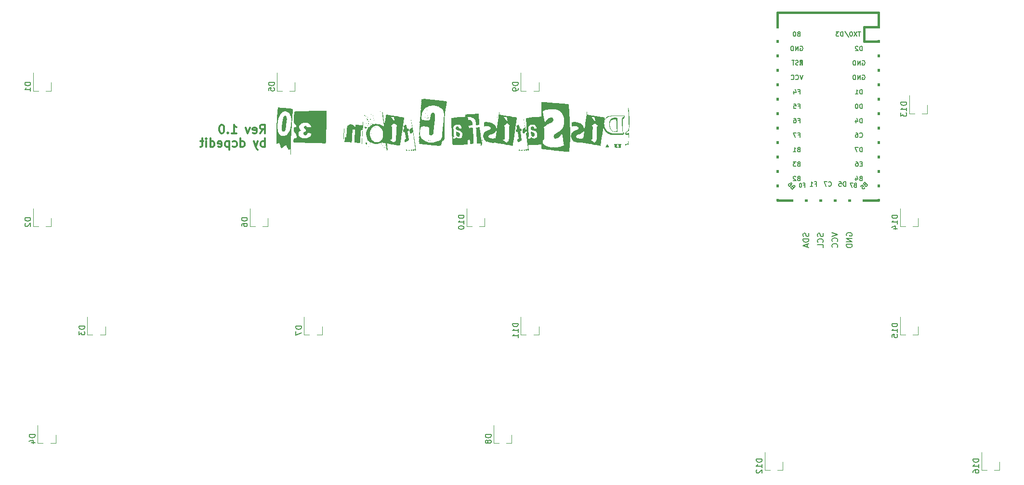
<source format=gbo>
G04 #@! TF.GenerationSoftware,KiCad,Pcbnew,(6.0.7)*
G04 #@! TF.CreationDate,2022-09-20T21:37:39+02:00*
G04 #@! TF.ProjectId,pcb,7063622e-6b69-4636-9164-5f7063625858,rev?*
G04 #@! TF.SameCoordinates,Original*
G04 #@! TF.FileFunction,Legend,Bot*
G04 #@! TF.FilePolarity,Positive*
%FSLAX46Y46*%
G04 Gerber Fmt 4.6, Leading zero omitted, Abs format (unit mm)*
G04 Created by KiCad (PCBNEW (6.0.7)) date 2022-09-20 21:37:39*
%MOMM*%
%LPD*%
G01*
G04 APERTURE LIST*
%ADD10C,0.300000*%
%ADD11C,0.150000*%
%ADD12C,0.120000*%
%ADD13C,0.381000*%
%ADD14R,1.752600X1.752600*%
%ADD15C,1.752600*%
%ADD16C,3.000000*%
%ADD17C,3.987800*%
%ADD18C,1.750000*%
%ADD19R,2.550000X2.500000*%
%ADD20C,4.400000*%
%ADD21R,2.000000X2.000000*%
%ADD22C,2.000000*%
%ADD23R,3.200000X2.000000*%
%ADD24C,3.048000*%
%ADD25R,1.700000X1.700000*%
%ADD26O,1.700000X1.700000*%
%ADD27R,0.800000X1.900000*%
%ADD28R,3.250000X2.000000*%
%ADD29R,2.000000X3.250000*%
G04 APERTURE END LIST*
D10*
X71615714Y-35983571D02*
X72115714Y-35269285D01*
X72472857Y-35983571D02*
X72472857Y-34483571D01*
X71901428Y-34483571D01*
X71758571Y-34555000D01*
X71687142Y-34626428D01*
X71615714Y-34769285D01*
X71615714Y-34983571D01*
X71687142Y-35126428D01*
X71758571Y-35197857D01*
X71901428Y-35269285D01*
X72472857Y-35269285D01*
X70401428Y-35912142D02*
X70544285Y-35983571D01*
X70830000Y-35983571D01*
X70972857Y-35912142D01*
X71044285Y-35769285D01*
X71044285Y-35197857D01*
X70972857Y-35055000D01*
X70830000Y-34983571D01*
X70544285Y-34983571D01*
X70401428Y-35055000D01*
X70330000Y-35197857D01*
X70330000Y-35340714D01*
X71044285Y-35483571D01*
X69830000Y-34983571D02*
X69472857Y-35983571D01*
X69115714Y-34983571D01*
X66615714Y-35983571D02*
X67472857Y-35983571D01*
X67044285Y-35983571D02*
X67044285Y-34483571D01*
X67187142Y-34697857D01*
X67330000Y-34840714D01*
X67472857Y-34912142D01*
X65972857Y-35840714D02*
X65901428Y-35912142D01*
X65972857Y-35983571D01*
X66044285Y-35912142D01*
X65972857Y-35840714D01*
X65972857Y-35983571D01*
X64972857Y-34483571D02*
X64830000Y-34483571D01*
X64687142Y-34555000D01*
X64615714Y-34626428D01*
X64544285Y-34769285D01*
X64472857Y-35055000D01*
X64472857Y-35412142D01*
X64544285Y-35697857D01*
X64615714Y-35840714D01*
X64687142Y-35912142D01*
X64830000Y-35983571D01*
X64972857Y-35983571D01*
X65115714Y-35912142D01*
X65187142Y-35840714D01*
X65258571Y-35697857D01*
X65330000Y-35412142D01*
X65330000Y-35055000D01*
X65258571Y-34769285D01*
X65187142Y-34626428D01*
X65115714Y-34555000D01*
X64972857Y-34483571D01*
X72472857Y-38398571D02*
X72472857Y-36898571D01*
X72472857Y-37470000D02*
X72330000Y-37398571D01*
X72044285Y-37398571D01*
X71901428Y-37470000D01*
X71830000Y-37541428D01*
X71758571Y-37684285D01*
X71758571Y-38112857D01*
X71830000Y-38255714D01*
X71901428Y-38327142D01*
X72044285Y-38398571D01*
X72330000Y-38398571D01*
X72472857Y-38327142D01*
X71258571Y-37398571D02*
X70901428Y-38398571D01*
X70544285Y-37398571D02*
X70901428Y-38398571D01*
X71044285Y-38755714D01*
X71115714Y-38827142D01*
X71258571Y-38898571D01*
X68187142Y-38398571D02*
X68187142Y-36898571D01*
X68187142Y-38327142D02*
X68330000Y-38398571D01*
X68615714Y-38398571D01*
X68758571Y-38327142D01*
X68830000Y-38255714D01*
X68901428Y-38112857D01*
X68901428Y-37684285D01*
X68830000Y-37541428D01*
X68758571Y-37470000D01*
X68615714Y-37398571D01*
X68330000Y-37398571D01*
X68187142Y-37470000D01*
X66830000Y-38327142D02*
X66972857Y-38398571D01*
X67258571Y-38398571D01*
X67401428Y-38327142D01*
X67472857Y-38255714D01*
X67544285Y-38112857D01*
X67544285Y-37684285D01*
X67472857Y-37541428D01*
X67401428Y-37470000D01*
X67258571Y-37398571D01*
X66972857Y-37398571D01*
X66830000Y-37470000D01*
X66187142Y-37398571D02*
X66187142Y-38898571D01*
X66187142Y-37470000D02*
X66044285Y-37398571D01*
X65758571Y-37398571D01*
X65615714Y-37470000D01*
X65544285Y-37541428D01*
X65472857Y-37684285D01*
X65472857Y-38112857D01*
X65544285Y-38255714D01*
X65615714Y-38327142D01*
X65758571Y-38398571D01*
X66044285Y-38398571D01*
X66187142Y-38327142D01*
X64258571Y-38327142D02*
X64401428Y-38398571D01*
X64687142Y-38398571D01*
X64830000Y-38327142D01*
X64901428Y-38184285D01*
X64901428Y-37612857D01*
X64830000Y-37470000D01*
X64687142Y-37398571D01*
X64401428Y-37398571D01*
X64258571Y-37470000D01*
X64187142Y-37612857D01*
X64187142Y-37755714D01*
X64901428Y-37898571D01*
X62901428Y-38398571D02*
X62901428Y-36898571D01*
X62901428Y-38327142D02*
X63044285Y-38398571D01*
X63330000Y-38398571D01*
X63472857Y-38327142D01*
X63544285Y-38255714D01*
X63615714Y-38112857D01*
X63615714Y-37684285D01*
X63544285Y-37541428D01*
X63472857Y-37470000D01*
X63330000Y-37398571D01*
X63044285Y-37398571D01*
X62901428Y-37470000D01*
X62187142Y-38398571D02*
X62187142Y-37398571D01*
X62187142Y-36898571D02*
X62258571Y-36970000D01*
X62187142Y-37041428D01*
X62115714Y-36970000D01*
X62187142Y-36898571D01*
X62187142Y-37041428D01*
X61687142Y-37398571D02*
X61115714Y-37398571D01*
X61472857Y-36898571D02*
X61472857Y-38184285D01*
X61401428Y-38327142D01*
X61258571Y-38398571D01*
X61115714Y-38398571D01*
D11*
X174760000Y-54006845D02*
X174712380Y-53911607D01*
X174712380Y-53768750D01*
X174760000Y-53625892D01*
X174855238Y-53530654D01*
X174950476Y-53483035D01*
X175140952Y-53435416D01*
X175283809Y-53435416D01*
X175474285Y-53483035D01*
X175569523Y-53530654D01*
X175664761Y-53625892D01*
X175712380Y-53768750D01*
X175712380Y-53863988D01*
X175664761Y-54006845D01*
X175617142Y-54054464D01*
X175283809Y-54054464D01*
X175283809Y-53863988D01*
X175712380Y-54483035D02*
X174712380Y-54483035D01*
X175712380Y-55054464D01*
X174712380Y-55054464D01*
X175712380Y-55530654D02*
X174712380Y-55530654D01*
X174712380Y-55768750D01*
X174760000Y-55911607D01*
X174855238Y-56006845D01*
X174950476Y-56054464D01*
X175140952Y-56102083D01*
X175283809Y-56102083D01*
X175474285Y-56054464D01*
X175569523Y-56006845D01*
X175664761Y-55911607D01*
X175712380Y-55768750D01*
X175712380Y-55530654D01*
X170584761Y-53578273D02*
X170632380Y-53721130D01*
X170632380Y-53959226D01*
X170584761Y-54054464D01*
X170537142Y-54102083D01*
X170441904Y-54149702D01*
X170346666Y-54149702D01*
X170251428Y-54102083D01*
X170203809Y-54054464D01*
X170156190Y-53959226D01*
X170108571Y-53768750D01*
X170060952Y-53673511D01*
X170013333Y-53625892D01*
X169918095Y-53578273D01*
X169822857Y-53578273D01*
X169727619Y-53625892D01*
X169680000Y-53673511D01*
X169632380Y-53768750D01*
X169632380Y-54006845D01*
X169680000Y-54149702D01*
X170537142Y-55149702D02*
X170584761Y-55102083D01*
X170632380Y-54959226D01*
X170632380Y-54863988D01*
X170584761Y-54721130D01*
X170489523Y-54625892D01*
X170394285Y-54578273D01*
X170203809Y-54530654D01*
X170060952Y-54530654D01*
X169870476Y-54578273D01*
X169775238Y-54625892D01*
X169680000Y-54721130D01*
X169632380Y-54863988D01*
X169632380Y-54959226D01*
X169680000Y-55102083D01*
X169727619Y-55149702D01*
X170632380Y-56054464D02*
X170632380Y-55578273D01*
X169632380Y-55578273D01*
X172172380Y-53435416D02*
X173172380Y-53768750D01*
X172172380Y-54102083D01*
X173077142Y-55006845D02*
X173124761Y-54959226D01*
X173172380Y-54816369D01*
X173172380Y-54721130D01*
X173124761Y-54578273D01*
X173029523Y-54483035D01*
X172934285Y-54435416D01*
X172743809Y-54387797D01*
X172600952Y-54387797D01*
X172410476Y-54435416D01*
X172315238Y-54483035D01*
X172220000Y-54578273D01*
X172172380Y-54721130D01*
X172172380Y-54816369D01*
X172220000Y-54959226D01*
X172267619Y-55006845D01*
X173077142Y-56006845D02*
X173124761Y-55959226D01*
X173172380Y-55816369D01*
X173172380Y-55721130D01*
X173124761Y-55578273D01*
X173029523Y-55483035D01*
X172934285Y-55435416D01*
X172743809Y-55387797D01*
X172600952Y-55387797D01*
X172410476Y-55435416D01*
X172315238Y-55483035D01*
X172220000Y-55578273D01*
X172172380Y-55721130D01*
X172172380Y-55816369D01*
X172220000Y-55959226D01*
X172267619Y-56006845D01*
X168044761Y-53554464D02*
X168092380Y-53697321D01*
X168092380Y-53935416D01*
X168044761Y-54030654D01*
X167997142Y-54078273D01*
X167901904Y-54125892D01*
X167806666Y-54125892D01*
X167711428Y-54078273D01*
X167663809Y-54030654D01*
X167616190Y-53935416D01*
X167568571Y-53744940D01*
X167520952Y-53649702D01*
X167473333Y-53602083D01*
X167378095Y-53554464D01*
X167282857Y-53554464D01*
X167187619Y-53602083D01*
X167140000Y-53649702D01*
X167092380Y-53744940D01*
X167092380Y-53983035D01*
X167140000Y-54125892D01*
X168092380Y-54554464D02*
X167092380Y-54554464D01*
X167092380Y-54792559D01*
X167140000Y-54935416D01*
X167235238Y-55030654D01*
X167330476Y-55078273D01*
X167520952Y-55125892D01*
X167663809Y-55125892D01*
X167854285Y-55078273D01*
X167949523Y-55030654D01*
X168044761Y-54935416D01*
X168092380Y-54792559D01*
X168092380Y-54554464D01*
X167806666Y-55506845D02*
X167806666Y-55983035D01*
X168092380Y-55411607D02*
X167092380Y-55744940D01*
X168092380Y-56078273D01*
X32083630Y-88955654D02*
X31083630Y-88955654D01*
X31083630Y-89193750D01*
X31131250Y-89336607D01*
X31226488Y-89431845D01*
X31321726Y-89479464D01*
X31512202Y-89527083D01*
X31655059Y-89527083D01*
X31845535Y-89479464D01*
X31940773Y-89431845D01*
X32036011Y-89336607D01*
X32083630Y-89193750D01*
X32083630Y-88955654D01*
X31416964Y-90384226D02*
X32083630Y-90384226D01*
X31036011Y-90146130D02*
X31750297Y-89908035D01*
X31750297Y-90527083D01*
X112252380Y-88955654D02*
X111252380Y-88955654D01*
X111252380Y-89193750D01*
X111300000Y-89336607D01*
X111395238Y-89431845D01*
X111490476Y-89479464D01*
X111680952Y-89527083D01*
X111823809Y-89527083D01*
X112014285Y-89479464D01*
X112109523Y-89431845D01*
X112204761Y-89336607D01*
X112252380Y-89193750D01*
X112252380Y-88955654D01*
X111680952Y-90098511D02*
X111633333Y-90003273D01*
X111585714Y-89955654D01*
X111490476Y-89908035D01*
X111442857Y-89908035D01*
X111347619Y-89955654D01*
X111300000Y-90003273D01*
X111252380Y-90098511D01*
X111252380Y-90288988D01*
X111300000Y-90384226D01*
X111347619Y-90431845D01*
X111442857Y-90479464D01*
X111490476Y-90479464D01*
X111585714Y-90431845D01*
X111633333Y-90384226D01*
X111680952Y-90288988D01*
X111680952Y-90098511D01*
X111728571Y-90003273D01*
X111776190Y-89955654D01*
X111871428Y-89908035D01*
X112061904Y-89908035D01*
X112157142Y-89955654D01*
X112204761Y-90003273D01*
X112252380Y-90098511D01*
X112252380Y-90288988D01*
X112204761Y-90384226D01*
X112157142Y-90431845D01*
X112061904Y-90479464D01*
X111871428Y-90479464D01*
X111776190Y-90431845D01*
X111728571Y-90384226D01*
X111680952Y-90288988D01*
X177501476Y-29095654D02*
X177501476Y-28295654D01*
X177311000Y-28295654D01*
X177196714Y-28333750D01*
X177120523Y-28409940D01*
X177082428Y-28486130D01*
X177044333Y-28638511D01*
X177044333Y-28752797D01*
X177082428Y-28905178D01*
X177120523Y-28981369D01*
X177196714Y-29057559D01*
X177311000Y-29095654D01*
X177501476Y-29095654D01*
X176282428Y-29095654D02*
X176739571Y-29095654D01*
X176511000Y-29095654D02*
X176511000Y-28295654D01*
X176587190Y-28409940D01*
X176663380Y-28486130D01*
X176739571Y-28524226D01*
X177501476Y-34175654D02*
X177501476Y-33375654D01*
X177311000Y-33375654D01*
X177196714Y-33413750D01*
X177120523Y-33489940D01*
X177082428Y-33566130D01*
X177044333Y-33718511D01*
X177044333Y-33832797D01*
X177082428Y-33985178D01*
X177120523Y-34061369D01*
X177196714Y-34137559D01*
X177311000Y-34175654D01*
X177501476Y-34175654D01*
X176358619Y-33642321D02*
X176358619Y-34175654D01*
X176549095Y-33337559D02*
X176739571Y-33908988D01*
X176244333Y-33908988D01*
X166255666Y-28676607D02*
X166522333Y-28676607D01*
X166522333Y-29095654D02*
X166522333Y-28295654D01*
X166141380Y-28295654D01*
X165493761Y-28562321D02*
X165493761Y-29095654D01*
X165684238Y-28257559D02*
X165874714Y-28828988D01*
X165379476Y-28828988D01*
X171583333Y-45229464D02*
X171621428Y-45267559D01*
X171735714Y-45305654D01*
X171811904Y-45305654D01*
X171926190Y-45267559D01*
X172002380Y-45191369D01*
X172040476Y-45115178D01*
X172078571Y-44962797D01*
X172078571Y-44848511D01*
X172040476Y-44696130D01*
X172002380Y-44619940D01*
X171926190Y-44543750D01*
X171811904Y-44505654D01*
X171735714Y-44505654D01*
X171621428Y-44543750D01*
X171583333Y-44581845D01*
X171316666Y-44505654D02*
X170783333Y-44505654D01*
X171126190Y-45305654D01*
X177520523Y-25793750D02*
X177596714Y-25755654D01*
X177711000Y-25755654D01*
X177825285Y-25793750D01*
X177901476Y-25869940D01*
X177939571Y-25946130D01*
X177977666Y-26098511D01*
X177977666Y-26212797D01*
X177939571Y-26365178D01*
X177901476Y-26441369D01*
X177825285Y-26517559D01*
X177711000Y-26555654D01*
X177634809Y-26555654D01*
X177520523Y-26517559D01*
X177482428Y-26479464D01*
X177482428Y-26212797D01*
X177634809Y-26212797D01*
X177139571Y-26555654D02*
X177139571Y-25755654D01*
X176682428Y-26555654D01*
X176682428Y-25755654D01*
X176301476Y-26555654D02*
X176301476Y-25755654D01*
X176111000Y-25755654D01*
X175996714Y-25793750D01*
X175920523Y-25869940D01*
X175882428Y-25946130D01*
X175844333Y-26098511D01*
X175844333Y-26212797D01*
X175882428Y-26365178D01*
X175920523Y-26441369D01*
X175996714Y-26517559D01*
X176111000Y-26555654D01*
X176301476Y-26555654D01*
X166255666Y-31216607D02*
X166522333Y-31216607D01*
X166522333Y-31635654D02*
X166522333Y-30835654D01*
X166141380Y-30835654D01*
X165455666Y-30835654D02*
X165836619Y-30835654D01*
X165874714Y-31216607D01*
X165836619Y-31178511D01*
X165760428Y-31140416D01*
X165569952Y-31140416D01*
X165493761Y-31178511D01*
X165455666Y-31216607D01*
X165417571Y-31292797D01*
X165417571Y-31483273D01*
X165455666Y-31559464D01*
X165493761Y-31597559D01*
X165569952Y-31635654D01*
X165760428Y-31635654D01*
X165836619Y-31597559D01*
X165874714Y-31559464D01*
X177501476Y-31635654D02*
X177501476Y-30835654D01*
X177311000Y-30835654D01*
X177196714Y-30873750D01*
X177120523Y-30949940D01*
X177082428Y-31026130D01*
X177044333Y-31178511D01*
X177044333Y-31292797D01*
X177082428Y-31445178D01*
X177120523Y-31521369D01*
X177196714Y-31597559D01*
X177311000Y-31635654D01*
X177501476Y-31635654D01*
X176549095Y-30835654D02*
X176472904Y-30835654D01*
X176396714Y-30873750D01*
X176358619Y-30911845D01*
X176320523Y-30988035D01*
X176282428Y-31140416D01*
X176282428Y-31330892D01*
X176320523Y-31483273D01*
X176358619Y-31559464D01*
X176396714Y-31597559D01*
X176472904Y-31635654D01*
X176549095Y-31635654D01*
X176625285Y-31597559D01*
X176663380Y-31559464D01*
X176701476Y-31483273D01*
X176739571Y-31330892D01*
X176739571Y-31140416D01*
X176701476Y-30988035D01*
X176663380Y-30911845D01*
X176625285Y-30873750D01*
X176549095Y-30835654D01*
X166255666Y-36296607D02*
X166522333Y-36296607D01*
X166522333Y-36715654D02*
X166522333Y-35915654D01*
X166141380Y-35915654D01*
X165912809Y-35915654D02*
X165379476Y-35915654D01*
X165722333Y-36715654D01*
X177520523Y-23253750D02*
X177596714Y-23215654D01*
X177711000Y-23215654D01*
X177825285Y-23253750D01*
X177901476Y-23329940D01*
X177939571Y-23406130D01*
X177977666Y-23558511D01*
X177977666Y-23672797D01*
X177939571Y-23825178D01*
X177901476Y-23901369D01*
X177825285Y-23977559D01*
X177711000Y-24015654D01*
X177634809Y-24015654D01*
X177520523Y-23977559D01*
X177482428Y-23939464D01*
X177482428Y-23672797D01*
X177634809Y-23672797D01*
X177139571Y-24015654D02*
X177139571Y-23215654D01*
X176682428Y-24015654D01*
X176682428Y-23215654D01*
X176301476Y-24015654D02*
X176301476Y-23215654D01*
X176111000Y-23215654D01*
X175996714Y-23253750D01*
X175920523Y-23329940D01*
X175882428Y-23406130D01*
X175844333Y-23558511D01*
X175844333Y-23672797D01*
X175882428Y-23825178D01*
X175920523Y-23901369D01*
X175996714Y-23977559D01*
X176111000Y-24015654D01*
X176301476Y-24015654D01*
X177234809Y-43916607D02*
X177120523Y-43954702D01*
X177082428Y-43992797D01*
X177044333Y-44068988D01*
X177044333Y-44183273D01*
X177082428Y-44259464D01*
X177120523Y-44297559D01*
X177196714Y-44335654D01*
X177501476Y-44335654D01*
X177501476Y-43535654D01*
X177234809Y-43535654D01*
X177158619Y-43573750D01*
X177120523Y-43611845D01*
X177082428Y-43688035D01*
X177082428Y-43764226D01*
X177120523Y-43840416D01*
X177158619Y-43878511D01*
X177234809Y-43916607D01*
X177501476Y-43916607D01*
X176358619Y-43802321D02*
X176358619Y-44335654D01*
X176549095Y-43497559D02*
X176739571Y-44068988D01*
X176244333Y-44068988D01*
X167183333Y-45093750D02*
X167416666Y-45093750D01*
X167416666Y-45460416D02*
X167416666Y-44760416D01*
X167083333Y-44760416D01*
X166683333Y-44760416D02*
X166616666Y-44760416D01*
X166550000Y-44793750D01*
X166516666Y-44827083D01*
X166483333Y-44893750D01*
X166450000Y-45027083D01*
X166450000Y-45193750D01*
X166483333Y-45327083D01*
X166516666Y-45393750D01*
X166550000Y-45427083D01*
X166616666Y-45460416D01*
X166683333Y-45460416D01*
X166750000Y-45427083D01*
X166783333Y-45393750D01*
X166816666Y-45327083D01*
X166850000Y-45193750D01*
X166850000Y-45027083D01*
X166816666Y-44893750D01*
X166783333Y-44827083D01*
X166750000Y-44793750D01*
X166683333Y-44760416D01*
X177501476Y-21475654D02*
X177501476Y-20675654D01*
X177311000Y-20675654D01*
X177196714Y-20713750D01*
X177120523Y-20789940D01*
X177082428Y-20866130D01*
X177044333Y-21018511D01*
X177044333Y-21132797D01*
X177082428Y-21285178D01*
X177120523Y-21361369D01*
X177196714Y-21437559D01*
X177311000Y-21475654D01*
X177501476Y-21475654D01*
X176739571Y-20751845D02*
X176701476Y-20713750D01*
X176625285Y-20675654D01*
X176434809Y-20675654D01*
X176358619Y-20713750D01*
X176320523Y-20751845D01*
X176282428Y-20828035D01*
X176282428Y-20904226D01*
X176320523Y-21018511D01*
X176777666Y-21475654D01*
X176282428Y-21475654D01*
X169176666Y-44886607D02*
X169443333Y-44886607D01*
X169443333Y-45305654D02*
X169443333Y-44505654D01*
X169062380Y-44505654D01*
X168338571Y-45305654D02*
X168795714Y-45305654D01*
X168567142Y-45305654D02*
X168567142Y-44505654D01*
X168643333Y-44619940D01*
X168719523Y-44696130D01*
X168795714Y-44734226D01*
X178014991Y-45008047D02*
X177967851Y-45102328D01*
X177967851Y-45149469D01*
X177991421Y-45220179D01*
X178062132Y-45290890D01*
X178132842Y-45314460D01*
X178179983Y-45314460D01*
X178250693Y-45290890D01*
X178439255Y-45102328D01*
X177944280Y-44607353D01*
X177779289Y-44772345D01*
X177755719Y-44843056D01*
X177755719Y-44890196D01*
X177779289Y-44960907D01*
X177826429Y-45008047D01*
X177897140Y-45031617D01*
X177944280Y-45031617D01*
X178014991Y-45008047D01*
X178179983Y-44843056D01*
X177213603Y-45338030D02*
X177449306Y-45102328D01*
X177708578Y-45314460D01*
X177661438Y-45314460D01*
X177590727Y-45338030D01*
X177472876Y-45455882D01*
X177449306Y-45526592D01*
X177449306Y-45573733D01*
X177472876Y-45644443D01*
X177590727Y-45762294D01*
X177661438Y-45785865D01*
X177708578Y-45785865D01*
X177779289Y-45762294D01*
X177897140Y-45644443D01*
X177920710Y-45573733D01*
X177920710Y-45526592D01*
X166255666Y-33756607D02*
X166522333Y-33756607D01*
X166522333Y-34175654D02*
X166522333Y-33375654D01*
X166141380Y-33375654D01*
X165493761Y-33375654D02*
X165646142Y-33375654D01*
X165722333Y-33413750D01*
X165760428Y-33451845D01*
X165836619Y-33566130D01*
X165874714Y-33718511D01*
X165874714Y-34023273D01*
X165836619Y-34099464D01*
X165798523Y-34137559D01*
X165722333Y-34175654D01*
X165569952Y-34175654D01*
X165493761Y-34137559D01*
X165455666Y-34099464D01*
X165417571Y-34023273D01*
X165417571Y-33832797D01*
X165455666Y-33756607D01*
X165493761Y-33718511D01*
X165569952Y-33680416D01*
X165722333Y-33680416D01*
X165798523Y-33718511D01*
X165836619Y-33756607D01*
X165874714Y-33832797D01*
X166312809Y-43916607D02*
X166198523Y-43954702D01*
X166160428Y-43992797D01*
X166122333Y-44068988D01*
X166122333Y-44183273D01*
X166160428Y-44259464D01*
X166198523Y-44297559D01*
X166274714Y-44335654D01*
X166579476Y-44335654D01*
X166579476Y-43535654D01*
X166312809Y-43535654D01*
X166236619Y-43573750D01*
X166198523Y-43611845D01*
X166160428Y-43688035D01*
X166160428Y-43764226D01*
X166198523Y-43840416D01*
X166236619Y-43878511D01*
X166312809Y-43916607D01*
X166579476Y-43916607D01*
X165817571Y-43611845D02*
X165779476Y-43573750D01*
X165703285Y-43535654D01*
X165512809Y-43535654D01*
X165436619Y-43573750D01*
X165398523Y-43611845D01*
X165360428Y-43688035D01*
X165360428Y-43764226D01*
X165398523Y-43878511D01*
X165855666Y-44335654D01*
X165360428Y-44335654D01*
X174580476Y-45305654D02*
X174580476Y-44505654D01*
X174390000Y-44505654D01*
X174275714Y-44543750D01*
X174199523Y-44619940D01*
X174161428Y-44696130D01*
X174123333Y-44848511D01*
X174123333Y-44962797D01*
X174161428Y-45115178D01*
X174199523Y-45191369D01*
X174275714Y-45267559D01*
X174390000Y-45305654D01*
X174580476Y-45305654D01*
X173399523Y-44505654D02*
X173780476Y-44505654D01*
X173818571Y-44886607D01*
X173780476Y-44848511D01*
X173704285Y-44810416D01*
X173513809Y-44810416D01*
X173437619Y-44848511D01*
X173399523Y-44886607D01*
X173361428Y-44962797D01*
X173361428Y-45153273D01*
X173399523Y-45229464D01*
X173437619Y-45267559D01*
X173513809Y-45305654D01*
X173704285Y-45305654D01*
X173780476Y-45267559D01*
X173818571Y-45229464D01*
X177044333Y-36639464D02*
X177082428Y-36677559D01*
X177196714Y-36715654D01*
X177272904Y-36715654D01*
X177387190Y-36677559D01*
X177463380Y-36601369D01*
X177501476Y-36525178D01*
X177539571Y-36372797D01*
X177539571Y-36258511D01*
X177501476Y-36106130D01*
X177463380Y-36029940D01*
X177387190Y-35953750D01*
X177272904Y-35915654D01*
X177196714Y-35915654D01*
X177082428Y-35953750D01*
X177044333Y-35991845D01*
X176358619Y-35915654D02*
X176511000Y-35915654D01*
X176587190Y-35953750D01*
X176625285Y-35991845D01*
X176701476Y-36106130D01*
X176739571Y-36258511D01*
X176739571Y-36563273D01*
X176701476Y-36639464D01*
X176663380Y-36677559D01*
X176587190Y-36715654D01*
X176434809Y-36715654D01*
X176358619Y-36677559D01*
X176320523Y-36639464D01*
X176282428Y-36563273D01*
X176282428Y-36372797D01*
X176320523Y-36296607D01*
X176358619Y-36258511D01*
X176434809Y-36220416D01*
X176587190Y-36220416D01*
X176663380Y-36258511D01*
X176701476Y-36296607D01*
X176739571Y-36372797D01*
X166312809Y-18516607D02*
X166198523Y-18554702D01*
X166160428Y-18592797D01*
X166122333Y-18668988D01*
X166122333Y-18783273D01*
X166160428Y-18859464D01*
X166198523Y-18897559D01*
X166274714Y-18935654D01*
X166579476Y-18935654D01*
X166579476Y-18135654D01*
X166312809Y-18135654D01*
X166236619Y-18173750D01*
X166198523Y-18211845D01*
X166160428Y-18288035D01*
X166160428Y-18364226D01*
X166198523Y-18440416D01*
X166236619Y-18478511D01*
X166312809Y-18516607D01*
X166579476Y-18516607D01*
X165627095Y-18135654D02*
X165550904Y-18135654D01*
X165474714Y-18173750D01*
X165436619Y-18211845D01*
X165398523Y-18288035D01*
X165360428Y-18440416D01*
X165360428Y-18630892D01*
X165398523Y-18783273D01*
X165436619Y-18859464D01*
X165474714Y-18897559D01*
X165550904Y-18935654D01*
X165627095Y-18935654D01*
X165703285Y-18897559D01*
X165741380Y-18859464D01*
X165779476Y-18783273D01*
X165817571Y-18630892D01*
X165817571Y-18440416D01*
X165779476Y-18288035D01*
X165741380Y-18211845D01*
X165703285Y-18173750D01*
X165627095Y-18135654D01*
X177212348Y-18135654D02*
X176755205Y-18135654D01*
X176983776Y-18935654D02*
X176983776Y-18135654D01*
X176564729Y-18135654D02*
X176031395Y-18935654D01*
X176031395Y-18135654D02*
X176564729Y-18935654D01*
X175574252Y-18135654D02*
X175498062Y-18135654D01*
X175421872Y-18173750D01*
X175383776Y-18211845D01*
X175345681Y-18288035D01*
X175307586Y-18440416D01*
X175307586Y-18630892D01*
X175345681Y-18783273D01*
X175383776Y-18859464D01*
X175421872Y-18897559D01*
X175498062Y-18935654D01*
X175574252Y-18935654D01*
X175650443Y-18897559D01*
X175688538Y-18859464D01*
X175726633Y-18783273D01*
X175764729Y-18630892D01*
X175764729Y-18440416D01*
X175726633Y-18288035D01*
X175688538Y-18211845D01*
X175650443Y-18173750D01*
X175574252Y-18135654D01*
X174393300Y-18097559D02*
X175079014Y-19126130D01*
X174126633Y-18935654D02*
X174126633Y-18135654D01*
X173936157Y-18135654D01*
X173821872Y-18173750D01*
X173745681Y-18249940D01*
X173707586Y-18326130D01*
X173669491Y-18478511D01*
X173669491Y-18592797D01*
X173707586Y-18745178D01*
X173745681Y-18821369D01*
X173821872Y-18897559D01*
X173936157Y-18935654D01*
X174126633Y-18935654D01*
X173402824Y-18135654D02*
X172907586Y-18135654D01*
X173174252Y-18440416D01*
X173059967Y-18440416D01*
X172983776Y-18478511D01*
X172945681Y-18516607D01*
X172907586Y-18592797D01*
X172907586Y-18783273D01*
X172945681Y-18859464D01*
X172983776Y-18897559D01*
X173059967Y-18935654D01*
X173288538Y-18935654D01*
X173364729Y-18897559D01*
X173402824Y-18859464D01*
X165285702Y-45408741D02*
X165191421Y-45361601D01*
X165144280Y-45361601D01*
X165073570Y-45385171D01*
X165002859Y-45455882D01*
X164979289Y-45526592D01*
X164979289Y-45573733D01*
X165002859Y-45644443D01*
X165191421Y-45833005D01*
X165686396Y-45338030D01*
X165521404Y-45173039D01*
X165450693Y-45149469D01*
X165403553Y-45149469D01*
X165332842Y-45173039D01*
X165285702Y-45220179D01*
X165262132Y-45290890D01*
X165262132Y-45338030D01*
X165285702Y-45408741D01*
X165450693Y-45573733D01*
X164979289Y-44630924D02*
X165073570Y-44725205D01*
X165097140Y-44795915D01*
X165097140Y-44843056D01*
X165073570Y-44960907D01*
X165002859Y-45078758D01*
X164814297Y-45267320D01*
X164743587Y-45290890D01*
X164696446Y-45290890D01*
X164625735Y-45267320D01*
X164531455Y-45173039D01*
X164507884Y-45102328D01*
X164507884Y-45055188D01*
X164531455Y-44984477D01*
X164649306Y-44866626D01*
X164720016Y-44843056D01*
X164767157Y-44843056D01*
X164837867Y-44866626D01*
X164932148Y-44960907D01*
X164955719Y-45031617D01*
X164955719Y-45078758D01*
X164932148Y-45149469D01*
X166250213Y-23947559D02*
X166135927Y-23985654D01*
X165945451Y-23985654D01*
X165869260Y-23947559D01*
X165831165Y-23909464D01*
X165793070Y-23833273D01*
X165793070Y-23757083D01*
X165831165Y-23680892D01*
X165869260Y-23642797D01*
X165945451Y-23604702D01*
X166097832Y-23566607D01*
X166174022Y-23528511D01*
X166212118Y-23490416D01*
X166250213Y-23414226D01*
X166250213Y-23338035D01*
X166212118Y-23261845D01*
X166174022Y-23223750D01*
X166097832Y-23185654D01*
X165907356Y-23185654D01*
X165793070Y-23223750D01*
X165564499Y-23185654D02*
X165107356Y-23185654D01*
X165335927Y-23985654D02*
X165335927Y-23185654D01*
X167055666Y-25755654D02*
X166789000Y-26555654D01*
X166522333Y-25755654D01*
X165798523Y-26479464D02*
X165836619Y-26517559D01*
X165950904Y-26555654D01*
X166027095Y-26555654D01*
X166141380Y-26517559D01*
X166217571Y-26441369D01*
X166255666Y-26365178D01*
X166293761Y-26212797D01*
X166293761Y-26098511D01*
X166255666Y-25946130D01*
X166217571Y-25869940D01*
X166141380Y-25793750D01*
X166027095Y-25755654D01*
X165950904Y-25755654D01*
X165836619Y-25793750D01*
X165798523Y-25831845D01*
X164998523Y-26479464D02*
X165036619Y-26517559D01*
X165150904Y-26555654D01*
X165227095Y-26555654D01*
X165341380Y-26517559D01*
X165417571Y-26441369D01*
X165455666Y-26365178D01*
X165493761Y-26212797D01*
X165493761Y-26098511D01*
X165455666Y-25946130D01*
X165417571Y-25869940D01*
X165341380Y-25793750D01*
X165227095Y-25755654D01*
X165150904Y-25755654D01*
X165036619Y-25793750D01*
X164998523Y-25831845D01*
X176233333Y-45093750D02*
X176133333Y-45127083D01*
X176100000Y-45160416D01*
X176066666Y-45227083D01*
X176066666Y-45327083D01*
X176100000Y-45393750D01*
X176133333Y-45427083D01*
X176200000Y-45460416D01*
X176466666Y-45460416D01*
X176466666Y-44760416D01*
X176233333Y-44760416D01*
X176166666Y-44793750D01*
X176133333Y-44827083D01*
X176100000Y-44893750D01*
X176100000Y-44960416D01*
X176133333Y-45027083D01*
X176166666Y-45060416D01*
X176233333Y-45093750D01*
X176466666Y-45093750D01*
X175833333Y-44760416D02*
X175366666Y-44760416D01*
X175666666Y-45460416D01*
X166312809Y-41376607D02*
X166198523Y-41414702D01*
X166160428Y-41452797D01*
X166122333Y-41528988D01*
X166122333Y-41643273D01*
X166160428Y-41719464D01*
X166198523Y-41757559D01*
X166274714Y-41795654D01*
X166579476Y-41795654D01*
X166579476Y-40995654D01*
X166312809Y-40995654D01*
X166236619Y-41033750D01*
X166198523Y-41071845D01*
X166160428Y-41148035D01*
X166160428Y-41224226D01*
X166198523Y-41300416D01*
X166236619Y-41338511D01*
X166312809Y-41376607D01*
X166579476Y-41376607D01*
X165855666Y-40995654D02*
X165360428Y-40995654D01*
X165627095Y-41300416D01*
X165512809Y-41300416D01*
X165436619Y-41338511D01*
X165398523Y-41376607D01*
X165360428Y-41452797D01*
X165360428Y-41643273D01*
X165398523Y-41719464D01*
X165436619Y-41757559D01*
X165512809Y-41795654D01*
X165741380Y-41795654D01*
X165817571Y-41757559D01*
X165855666Y-41719464D01*
X166598523Y-20713750D02*
X166674714Y-20675654D01*
X166789000Y-20675654D01*
X166903285Y-20713750D01*
X166979476Y-20789940D01*
X167017571Y-20866130D01*
X167055666Y-21018511D01*
X167055666Y-21132797D01*
X167017571Y-21285178D01*
X166979476Y-21361369D01*
X166903285Y-21437559D01*
X166789000Y-21475654D01*
X166712809Y-21475654D01*
X166598523Y-21437559D01*
X166560428Y-21399464D01*
X166560428Y-21132797D01*
X166712809Y-21132797D01*
X166217571Y-21475654D02*
X166217571Y-20675654D01*
X165760428Y-21475654D01*
X165760428Y-20675654D01*
X165379476Y-21475654D02*
X165379476Y-20675654D01*
X165189000Y-20675654D01*
X165074714Y-20713750D01*
X164998523Y-20789940D01*
X164960428Y-20866130D01*
X164922333Y-21018511D01*
X164922333Y-21132797D01*
X164960428Y-21285178D01*
X164998523Y-21361369D01*
X165074714Y-21437559D01*
X165189000Y-21475654D01*
X165379476Y-21475654D01*
X166312809Y-38836607D02*
X166198523Y-38874702D01*
X166160428Y-38912797D01*
X166122333Y-38988988D01*
X166122333Y-39103273D01*
X166160428Y-39179464D01*
X166198523Y-39217559D01*
X166274714Y-39255654D01*
X166579476Y-39255654D01*
X166579476Y-38455654D01*
X166312809Y-38455654D01*
X166236619Y-38493750D01*
X166198523Y-38531845D01*
X166160428Y-38608035D01*
X166160428Y-38684226D01*
X166198523Y-38760416D01*
X166236619Y-38798511D01*
X166312809Y-38836607D01*
X166579476Y-38836607D01*
X165360428Y-39255654D02*
X165817571Y-39255654D01*
X165589000Y-39255654D02*
X165589000Y-38455654D01*
X165665190Y-38569940D01*
X165741380Y-38646130D01*
X165817571Y-38684226D01*
X177463380Y-41376607D02*
X177196714Y-41376607D01*
X177082428Y-41795654D02*
X177463380Y-41795654D01*
X177463380Y-40995654D01*
X177082428Y-40995654D01*
X176396714Y-40995654D02*
X176549095Y-40995654D01*
X176625285Y-41033750D01*
X176663380Y-41071845D01*
X176739571Y-41186130D01*
X176777666Y-41338511D01*
X176777666Y-41643273D01*
X176739571Y-41719464D01*
X176701476Y-41757559D01*
X176625285Y-41795654D01*
X176472904Y-41795654D01*
X176396714Y-41757559D01*
X176358619Y-41719464D01*
X176320523Y-41643273D01*
X176320523Y-41452797D01*
X176358619Y-41376607D01*
X176396714Y-41338511D01*
X176472904Y-41300416D01*
X176625285Y-41300416D01*
X176701476Y-41338511D01*
X176739571Y-41376607D01*
X176777666Y-41452797D01*
X177501476Y-39255654D02*
X177501476Y-38455654D01*
X177311000Y-38455654D01*
X177196714Y-38493750D01*
X177120523Y-38569940D01*
X177082428Y-38646130D01*
X177044333Y-38798511D01*
X177044333Y-38912797D01*
X177082428Y-39065178D01*
X177120523Y-39141369D01*
X177196714Y-39217559D01*
X177311000Y-39255654D01*
X177501476Y-39255654D01*
X176777666Y-38455654D02*
X176244333Y-38455654D01*
X176587190Y-39255654D01*
X117014880Y-27043154D02*
X116014880Y-27043154D01*
X116014880Y-27281250D01*
X116062500Y-27424107D01*
X116157738Y-27519345D01*
X116252976Y-27566964D01*
X116443452Y-27614583D01*
X116586309Y-27614583D01*
X116776785Y-27566964D01*
X116872023Y-27519345D01*
X116967261Y-27424107D01*
X117014880Y-27281250D01*
X117014880Y-27043154D01*
X117014880Y-28090773D02*
X117014880Y-28281250D01*
X116967261Y-28376488D01*
X116919642Y-28424107D01*
X116776785Y-28519345D01*
X116586309Y-28566964D01*
X116205357Y-28566964D01*
X116110119Y-28519345D01*
X116062500Y-28471726D01*
X116014880Y-28376488D01*
X116014880Y-28186011D01*
X116062500Y-28090773D01*
X116110119Y-28043154D01*
X116205357Y-27995535D01*
X116443452Y-27995535D01*
X116538690Y-28043154D01*
X116586309Y-28090773D01*
X116633928Y-28186011D01*
X116633928Y-28376488D01*
X116586309Y-28471726D01*
X116538690Y-28519345D01*
X116443452Y-28566964D01*
X74152380Y-27043154D02*
X73152380Y-27043154D01*
X73152380Y-27281250D01*
X73200000Y-27424107D01*
X73295238Y-27519345D01*
X73390476Y-27566964D01*
X73580952Y-27614583D01*
X73723809Y-27614583D01*
X73914285Y-27566964D01*
X74009523Y-27519345D01*
X74104761Y-27424107D01*
X74152380Y-27281250D01*
X74152380Y-27043154D01*
X73152380Y-28519345D02*
X73152380Y-28043154D01*
X73628571Y-27995535D01*
X73580952Y-28043154D01*
X73533333Y-28138392D01*
X73533333Y-28376488D01*
X73580952Y-28471726D01*
X73628571Y-28519345D01*
X73723809Y-28566964D01*
X73961904Y-28566964D01*
X74057142Y-28519345D01*
X74104761Y-28471726D01*
X74152380Y-28376488D01*
X74152380Y-28138392D01*
X74104761Y-28043154D01*
X74057142Y-27995535D01*
X185277380Y-30535714D02*
X184277380Y-30535714D01*
X184277380Y-30773809D01*
X184325000Y-30916666D01*
X184420238Y-31011904D01*
X184515476Y-31059523D01*
X184705952Y-31107142D01*
X184848809Y-31107142D01*
X185039285Y-31059523D01*
X185134523Y-31011904D01*
X185229761Y-30916666D01*
X185277380Y-30773809D01*
X185277380Y-30535714D01*
X185277380Y-32059523D02*
X185277380Y-31488095D01*
X185277380Y-31773809D02*
X184277380Y-31773809D01*
X184420238Y-31678571D01*
X184515476Y-31583333D01*
X184563095Y-31488095D01*
X184277380Y-32392857D02*
X184277380Y-33011904D01*
X184658333Y-32678571D01*
X184658333Y-32821428D01*
X184705952Y-32916666D01*
X184753571Y-32964285D01*
X184848809Y-33011904D01*
X185086904Y-33011904D01*
X185182142Y-32964285D01*
X185229761Y-32916666D01*
X185277380Y-32821428D01*
X185277380Y-32535714D01*
X185229761Y-32440476D01*
X185182142Y-32392857D01*
X40814880Y-69905654D02*
X39814880Y-69905654D01*
X39814880Y-70143750D01*
X39862500Y-70286607D01*
X39957738Y-70381845D01*
X40052976Y-70429464D01*
X40243452Y-70477083D01*
X40386309Y-70477083D01*
X40576785Y-70429464D01*
X40672023Y-70381845D01*
X40767261Y-70286607D01*
X40814880Y-70143750D01*
X40814880Y-69905654D01*
X39814880Y-70810416D02*
X39814880Y-71429464D01*
X40195833Y-71096130D01*
X40195833Y-71238988D01*
X40243452Y-71334226D01*
X40291071Y-71381845D01*
X40386309Y-71429464D01*
X40624404Y-71429464D01*
X40719642Y-71381845D01*
X40767261Y-71334226D01*
X40814880Y-71238988D01*
X40814880Y-70953273D01*
X40767261Y-70858035D01*
X40719642Y-70810416D01*
X78914880Y-69905654D02*
X77914880Y-69905654D01*
X77914880Y-70143750D01*
X77962500Y-70286607D01*
X78057738Y-70381845D01*
X78152976Y-70429464D01*
X78343452Y-70477083D01*
X78486309Y-70477083D01*
X78676785Y-70429464D01*
X78772023Y-70381845D01*
X78867261Y-70286607D01*
X78914880Y-70143750D01*
X78914880Y-69905654D01*
X77914880Y-70810416D02*
X77914880Y-71477083D01*
X78914880Y-71048511D01*
X69389880Y-50855654D02*
X68389880Y-50855654D01*
X68389880Y-51093750D01*
X68437500Y-51236607D01*
X68532738Y-51331845D01*
X68627976Y-51379464D01*
X68818452Y-51427083D01*
X68961309Y-51427083D01*
X69151785Y-51379464D01*
X69247023Y-51331845D01*
X69342261Y-51236607D01*
X69389880Y-51093750D01*
X69389880Y-50855654D01*
X68389880Y-52284226D02*
X68389880Y-52093750D01*
X68437500Y-51998511D01*
X68485119Y-51950892D01*
X68627976Y-51855654D01*
X68818452Y-51808035D01*
X69199404Y-51808035D01*
X69294642Y-51855654D01*
X69342261Y-51903273D01*
X69389880Y-51998511D01*
X69389880Y-52188988D01*
X69342261Y-52284226D01*
X69294642Y-52331845D01*
X69199404Y-52379464D01*
X68961309Y-52379464D01*
X68866071Y-52331845D01*
X68818452Y-52284226D01*
X68770833Y-52188988D01*
X68770833Y-51998511D01*
X68818452Y-51903273D01*
X68866071Y-51855654D01*
X68961309Y-51808035D01*
X197977380Y-93241964D02*
X196977380Y-93241964D01*
X196977380Y-93480059D01*
X197025000Y-93622916D01*
X197120238Y-93718154D01*
X197215476Y-93765773D01*
X197405952Y-93813392D01*
X197548809Y-93813392D01*
X197739285Y-93765773D01*
X197834523Y-93718154D01*
X197929761Y-93622916D01*
X197977380Y-93480059D01*
X197977380Y-93241964D01*
X197977380Y-94765773D02*
X197977380Y-94194345D01*
X197977380Y-94480059D02*
X196977380Y-94480059D01*
X197120238Y-94384821D01*
X197215476Y-94289583D01*
X197263095Y-94194345D01*
X196977380Y-95622916D02*
X196977380Y-95432440D01*
X197025000Y-95337202D01*
X197072619Y-95289583D01*
X197215476Y-95194345D01*
X197405952Y-95146726D01*
X197786904Y-95146726D01*
X197882142Y-95194345D01*
X197929761Y-95241964D01*
X197977380Y-95337202D01*
X197977380Y-95527678D01*
X197929761Y-95622916D01*
X197882142Y-95670535D01*
X197786904Y-95718154D01*
X197548809Y-95718154D01*
X197453571Y-95670535D01*
X197405952Y-95622916D01*
X197358333Y-95527678D01*
X197358333Y-95337202D01*
X197405952Y-95241964D01*
X197453571Y-95194345D01*
X197548809Y-95146726D01*
X183689880Y-69429464D02*
X182689880Y-69429464D01*
X182689880Y-69667559D01*
X182737500Y-69810416D01*
X182832738Y-69905654D01*
X182927976Y-69953273D01*
X183118452Y-70000892D01*
X183261309Y-70000892D01*
X183451785Y-69953273D01*
X183547023Y-69905654D01*
X183642261Y-69810416D01*
X183689880Y-69667559D01*
X183689880Y-69429464D01*
X183689880Y-70953273D02*
X183689880Y-70381845D01*
X183689880Y-70667559D02*
X182689880Y-70667559D01*
X182832738Y-70572321D01*
X182927976Y-70477083D01*
X182975595Y-70381845D01*
X182689880Y-71858035D02*
X182689880Y-71381845D01*
X183166071Y-71334226D01*
X183118452Y-71381845D01*
X183070833Y-71477083D01*
X183070833Y-71715178D01*
X183118452Y-71810416D01*
X183166071Y-71858035D01*
X183261309Y-71905654D01*
X183499404Y-71905654D01*
X183594642Y-71858035D01*
X183642261Y-71810416D01*
X183689880Y-71715178D01*
X183689880Y-71477083D01*
X183642261Y-71381845D01*
X183594642Y-71334226D01*
X159877380Y-93241964D02*
X158877380Y-93241964D01*
X158877380Y-93480059D01*
X158925000Y-93622916D01*
X159020238Y-93718154D01*
X159115476Y-93765773D01*
X159305952Y-93813392D01*
X159448809Y-93813392D01*
X159639285Y-93765773D01*
X159734523Y-93718154D01*
X159829761Y-93622916D01*
X159877380Y-93480059D01*
X159877380Y-93241964D01*
X159877380Y-94765773D02*
X159877380Y-94194345D01*
X159877380Y-94480059D02*
X158877380Y-94480059D01*
X159020238Y-94384821D01*
X159115476Y-94289583D01*
X159163095Y-94194345D01*
X158972619Y-95146726D02*
X158925000Y-95194345D01*
X158877380Y-95289583D01*
X158877380Y-95527678D01*
X158925000Y-95622916D01*
X158972619Y-95670535D01*
X159067857Y-95718154D01*
X159163095Y-95718154D01*
X159305952Y-95670535D01*
X159877380Y-95099107D01*
X159877380Y-95718154D01*
X31289880Y-50855654D02*
X30289880Y-50855654D01*
X30289880Y-51093750D01*
X30337500Y-51236607D01*
X30432738Y-51331845D01*
X30527976Y-51379464D01*
X30718452Y-51427083D01*
X30861309Y-51427083D01*
X31051785Y-51379464D01*
X31147023Y-51331845D01*
X31242261Y-51236607D01*
X31289880Y-51093750D01*
X31289880Y-50855654D01*
X30385119Y-51808035D02*
X30337500Y-51855654D01*
X30289880Y-51950892D01*
X30289880Y-52188988D01*
X30337500Y-52284226D01*
X30385119Y-52331845D01*
X30480357Y-52379464D01*
X30575595Y-52379464D01*
X30718452Y-52331845D01*
X31289880Y-51760416D01*
X31289880Y-52379464D01*
X31289880Y-27043154D02*
X30289880Y-27043154D01*
X30289880Y-27281250D01*
X30337500Y-27424107D01*
X30432738Y-27519345D01*
X30527976Y-27566964D01*
X30718452Y-27614583D01*
X30861309Y-27614583D01*
X31051785Y-27566964D01*
X31147023Y-27519345D01*
X31242261Y-27424107D01*
X31289880Y-27281250D01*
X31289880Y-27043154D01*
X31289880Y-28566964D02*
X31289880Y-27995535D01*
X31289880Y-28281250D02*
X30289880Y-28281250D01*
X30432738Y-28186011D01*
X30527976Y-28090773D01*
X30575595Y-27995535D01*
X183689880Y-50379464D02*
X182689880Y-50379464D01*
X182689880Y-50617559D01*
X182737500Y-50760416D01*
X182832738Y-50855654D01*
X182927976Y-50903273D01*
X183118452Y-50950892D01*
X183261309Y-50950892D01*
X183451785Y-50903273D01*
X183547023Y-50855654D01*
X183642261Y-50760416D01*
X183689880Y-50617559D01*
X183689880Y-50379464D01*
X183689880Y-51903273D02*
X183689880Y-51331845D01*
X183689880Y-51617559D02*
X182689880Y-51617559D01*
X182832738Y-51522321D01*
X182927976Y-51427083D01*
X182975595Y-51331845D01*
X183023214Y-52760416D02*
X183689880Y-52760416D01*
X182642261Y-52522321D02*
X183356547Y-52284226D01*
X183356547Y-52903273D01*
X117014880Y-69429464D02*
X116014880Y-69429464D01*
X116014880Y-69667559D01*
X116062500Y-69810416D01*
X116157738Y-69905654D01*
X116252976Y-69953273D01*
X116443452Y-70000892D01*
X116586309Y-70000892D01*
X116776785Y-69953273D01*
X116872023Y-69905654D01*
X116967261Y-69810416D01*
X117014880Y-69667559D01*
X117014880Y-69429464D01*
X117014880Y-70953273D02*
X117014880Y-70381845D01*
X117014880Y-70667559D02*
X116014880Y-70667559D01*
X116157738Y-70572321D01*
X116252976Y-70477083D01*
X116300595Y-70381845D01*
X117014880Y-71905654D02*
X117014880Y-71334226D01*
X117014880Y-71619940D02*
X116014880Y-71619940D01*
X116157738Y-71524702D01*
X116252976Y-71429464D01*
X116300595Y-71334226D01*
X107489880Y-50379464D02*
X106489880Y-50379464D01*
X106489880Y-50617559D01*
X106537500Y-50760416D01*
X106632738Y-50855654D01*
X106727976Y-50903273D01*
X106918452Y-50950892D01*
X107061309Y-50950892D01*
X107251785Y-50903273D01*
X107347023Y-50855654D01*
X107442261Y-50760416D01*
X107489880Y-50617559D01*
X107489880Y-50379464D01*
X107489880Y-51903273D02*
X107489880Y-51331845D01*
X107489880Y-51617559D02*
X106489880Y-51617559D01*
X106632738Y-51522321D01*
X106727976Y-51427083D01*
X106775595Y-51331845D01*
X106489880Y-52522321D02*
X106489880Y-52617559D01*
X106537500Y-52712797D01*
X106585119Y-52760416D01*
X106680357Y-52808035D01*
X106870833Y-52855654D01*
X107108928Y-52855654D01*
X107299404Y-52808035D01*
X107394642Y-52760416D01*
X107442261Y-52712797D01*
X107489880Y-52617559D01*
X107489880Y-52522321D01*
X107442261Y-52427083D01*
X107394642Y-52379464D01*
X107299404Y-52331845D01*
X107108928Y-52284226D01*
X106870833Y-52284226D01*
X106680357Y-52331845D01*
X106585119Y-52379464D01*
X106537500Y-52427083D01*
X106489880Y-52522321D01*
D12*
X32551250Y-90453750D02*
X33481250Y-90453750D01*
X32551250Y-90453750D02*
X32551250Y-87293750D01*
X35711250Y-90453750D02*
X34781250Y-90453750D01*
X35711250Y-90453750D02*
X35711250Y-88993750D01*
X112720000Y-90453750D02*
X112720000Y-87293750D01*
X112720000Y-90453750D02*
X113650000Y-90453750D01*
X115880000Y-90453750D02*
X114950000Y-90453750D01*
X115880000Y-90453750D02*
X115880000Y-88993750D01*
D13*
X162560000Y-47783750D02*
X162560000Y-17303750D01*
X162560000Y-14763750D02*
X180340000Y-14763750D01*
X162560000Y-17303750D02*
X162560000Y-14763750D01*
X177800000Y-19843750D02*
X180340000Y-19843750D01*
X177800000Y-17303750D02*
X177800000Y-19843750D01*
X177800000Y-17303750D02*
X180340000Y-17303750D01*
X180340000Y-14763750D02*
X180340000Y-17303750D01*
X180340000Y-47783750D02*
X162560000Y-47783750D01*
X180340000Y-17303750D02*
X180340000Y-47783750D01*
G36*
X167018432Y-23283110D02*
G01*
X166518432Y-23283110D01*
X166518432Y-23183110D01*
X167018432Y-23183110D01*
X167018432Y-23283110D01*
G37*
D11*
X167018432Y-23283110D02*
X166518432Y-23283110D01*
X166518432Y-23183110D01*
X167018432Y-23183110D01*
X167018432Y-23283110D01*
G36*
X166618432Y-23983110D02*
G01*
X166518432Y-23983110D01*
X166518432Y-23783110D01*
X166618432Y-23783110D01*
X166618432Y-23983110D01*
G37*
X166618432Y-23983110D02*
X166518432Y-23983110D01*
X166518432Y-23783110D01*
X166618432Y-23783110D01*
X166618432Y-23983110D01*
G36*
X166618432Y-23483110D02*
G01*
X166518432Y-23483110D01*
X166518432Y-23183110D01*
X166618432Y-23183110D01*
X166618432Y-23483110D01*
G37*
X166618432Y-23483110D02*
X166518432Y-23483110D01*
X166518432Y-23183110D01*
X166618432Y-23183110D01*
X166618432Y-23483110D01*
G36*
X167018432Y-23983110D02*
G01*
X166918432Y-23983110D01*
X166918432Y-23183110D01*
X167018432Y-23183110D01*
X167018432Y-23983110D01*
G37*
X167018432Y-23983110D02*
X166918432Y-23983110D01*
X166918432Y-23183110D01*
X167018432Y-23183110D01*
X167018432Y-23983110D01*
G36*
X166818432Y-23683110D02*
G01*
X166718432Y-23683110D01*
X166718432Y-23583110D01*
X166818432Y-23583110D01*
X166818432Y-23683110D01*
G37*
X166818432Y-23683110D02*
X166718432Y-23683110D01*
X166718432Y-23583110D01*
X166818432Y-23583110D01*
X166818432Y-23683110D01*
D12*
X117482500Y-28541250D02*
X117482500Y-25381250D01*
X117482500Y-28541250D02*
X118412500Y-28541250D01*
X120642500Y-28541250D02*
X119712500Y-28541250D01*
X120642500Y-28541250D02*
X120642500Y-27081250D01*
X77780000Y-28541250D02*
X76850000Y-28541250D01*
X74620000Y-28541250D02*
X74620000Y-25381250D01*
X77780000Y-28541250D02*
X77780000Y-27081250D01*
X74620000Y-28541250D02*
X75550000Y-28541250D01*
X185745000Y-32510000D02*
X186675000Y-32510000D01*
X188905000Y-32510000D02*
X188905000Y-31050000D01*
X185745000Y-32510000D02*
X185745000Y-29350000D01*
X188905000Y-32510000D02*
X187975000Y-32510000D01*
X41282500Y-71403750D02*
X41282500Y-68243750D01*
X44442500Y-71403750D02*
X44442500Y-69943750D01*
X44442500Y-71403750D02*
X43512500Y-71403750D01*
X41282500Y-71403750D02*
X42212500Y-71403750D01*
X82542500Y-71403750D02*
X81612500Y-71403750D01*
X79382500Y-71403750D02*
X80312500Y-71403750D01*
X79382500Y-71403750D02*
X79382500Y-68243750D01*
X82542500Y-71403750D02*
X82542500Y-69943750D01*
G36*
X90542423Y-34412050D02*
G01*
X90534567Y-34423356D01*
X90513040Y-34441433D01*
X90509482Y-34441185D01*
X90503877Y-34426453D01*
X90531200Y-34400826D01*
X90545423Y-34394634D01*
X90542423Y-34412050D01*
G37*
G36*
X91229928Y-33532373D02*
G01*
X91214442Y-33563377D01*
X91195211Y-33584722D01*
X91173948Y-33601553D01*
X91171520Y-33596507D01*
X91179787Y-33563377D01*
X91189653Y-33545530D01*
X91220281Y-33525201D01*
X91229928Y-33532373D01*
G37*
G36*
X90297441Y-33490648D02*
G01*
X90286803Y-33514659D01*
X90246927Y-33551826D01*
X90245196Y-33553152D01*
X90188521Y-33590304D01*
X90159406Y-33598757D01*
X90163921Y-33580654D01*
X90208136Y-33538137D01*
X90222724Y-33526659D01*
X90270795Y-33495678D01*
X90296834Y-33489891D01*
X90297441Y-33490648D01*
G37*
G36*
X134464376Y-35595948D02*
G01*
X134447958Y-35675045D01*
X134423877Y-35726826D01*
X134390862Y-35757264D01*
X134347638Y-35772332D01*
X134328457Y-35775630D01*
X134190461Y-35784008D01*
X134030597Y-35773950D01*
X133866914Y-35748162D01*
X133717461Y-35709352D01*
X133600290Y-35660228D01*
X133482333Y-35579191D01*
X133357701Y-35464118D01*
X133251144Y-35336155D01*
X133177364Y-35210921D01*
X133154658Y-35155670D01*
X133090700Y-34941926D01*
X133049086Y-34702223D01*
X133035267Y-34509432D01*
X133133801Y-34509432D01*
X133135402Y-34596537D01*
X133143872Y-34673947D01*
X133161394Y-34756198D01*
X133190150Y-34857829D01*
X133232322Y-34993376D01*
X133263905Y-35092254D01*
X133301455Y-35202048D01*
X133333467Y-35280272D01*
X133365018Y-35337212D01*
X133401186Y-35383154D01*
X133447047Y-35428382D01*
X133545277Y-35514265D01*
X133632899Y-35576491D01*
X133720242Y-35619076D01*
X133824021Y-35651932D01*
X133872422Y-35662960D01*
X133991963Y-35680977D01*
X134105057Y-35688225D01*
X134118196Y-35688248D01*
X134195820Y-35686210D01*
X134241512Y-35673987D01*
X134272084Y-35642764D01*
X134304348Y-35583726D01*
X134317141Y-35557476D01*
X134337568Y-35502278D01*
X134347818Y-35440470D01*
X134349602Y-35357372D01*
X134344633Y-35238303D01*
X134340717Y-35181215D01*
X134329561Y-35079275D01*
X134315551Y-35001304D01*
X134300811Y-34960757D01*
X134296677Y-34955707D01*
X134284850Y-34933682D01*
X134313737Y-34940554D01*
X134315670Y-34941286D01*
X134341415Y-34944784D01*
X134348101Y-34920818D01*
X134339117Y-34858421D01*
X134335328Y-34839762D01*
X134316886Y-34777275D01*
X134297845Y-34744537D01*
X134290254Y-34715143D01*
X134306461Y-34659936D01*
X134312204Y-34646808D01*
X134325286Y-34589646D01*
X134306302Y-34539357D01*
X134287414Y-34492379D01*
X134305099Y-34451410D01*
X134320999Y-34420494D01*
X134310950Y-34357964D01*
X134299276Y-34310006D01*
X134302789Y-34237826D01*
X134308973Y-34181157D01*
X134300275Y-34104552D01*
X134293567Y-34052599D01*
X134304566Y-34020413D01*
X134306350Y-34019048D01*
X134319721Y-33982489D01*
X134321779Y-33920463D01*
X134320937Y-33910169D01*
X134313263Y-33860577D01*
X134304020Y-33846452D01*
X134301608Y-33847379D01*
X134286691Y-33825844D01*
X134268371Y-33775108D01*
X134251385Y-33712188D01*
X134240473Y-33654101D01*
X134240372Y-33617863D01*
X134230579Y-33585484D01*
X134190749Y-33545472D01*
X134159642Y-33526091D01*
X134107749Y-33514882D01*
X134035200Y-33528554D01*
X134028126Y-33530407D01*
X133938258Y-33542765D01*
X133854283Y-33539015D01*
X133812160Y-33532578D01*
X133782459Y-33537252D01*
X133784182Y-33562296D01*
X133784361Y-33562766D01*
X133781800Y-33592799D01*
X133737515Y-33601553D01*
X133699036Y-33604233D01*
X133602458Y-33623775D01*
X133497645Y-33656692D01*
X133404168Y-33696335D01*
X133341596Y-33736054D01*
X133311673Y-33770858D01*
X133262822Y-33844811D01*
X133216558Y-33930912D01*
X133193857Y-33981717D01*
X133170187Y-34050947D01*
X133154707Y-34128594D01*
X133144862Y-34228820D01*
X133138096Y-34365784D01*
X133136887Y-34398096D01*
X133133801Y-34509432D01*
X133035267Y-34509432D01*
X133031187Y-34452506D01*
X133038376Y-34208717D01*
X133072024Y-33986801D01*
X133113388Y-33842292D01*
X133202800Y-33650100D01*
X133322919Y-33497931D01*
X133474207Y-33385090D01*
X133573169Y-33333172D01*
X133738507Y-33266761D01*
X133904240Y-33230936D01*
X134091429Y-33220065D01*
X134104850Y-33220063D01*
X134208944Y-33222269D01*
X134277735Y-33230555D01*
X134325277Y-33247843D01*
X134365625Y-33277054D01*
X134431270Y-33334319D01*
X134455542Y-34008768D01*
X134459159Y-34114261D01*
X134465830Y-34336829D01*
X134471603Y-34565930D01*
X134476163Y-34787218D01*
X134479197Y-34986343D01*
X134480394Y-35148959D01*
X134479310Y-35331909D01*
X134478486Y-35357372D01*
X134474402Y-35483560D01*
X134464376Y-35595948D01*
G37*
G36*
X91828218Y-33465134D02*
G01*
X91828611Y-33465608D01*
X91841158Y-33492336D01*
X91809291Y-33497961D01*
X91777150Y-33494152D01*
X91711446Y-33476557D01*
X91686479Y-33465565D01*
X91685286Y-33454651D01*
X91730372Y-33443730D01*
X91779470Y-33442018D01*
X91828218Y-33465134D01*
G37*
G36*
X91178696Y-34259344D02*
G01*
X91175314Y-34264525D01*
X91150167Y-34287965D01*
X91138089Y-34277504D01*
X91140364Y-34271780D01*
X91167472Y-34248121D01*
X91181695Y-34241928D01*
X91178696Y-34259344D01*
G37*
G36*
X123078971Y-37164680D02*
G01*
X123077134Y-37178153D01*
X123062003Y-37181647D01*
X123058957Y-37177917D01*
X123062003Y-37147712D01*
X123069659Y-37143731D01*
X123078971Y-37164680D01*
G37*
G36*
X127208100Y-32202493D02*
G01*
X127227468Y-32227205D01*
X127226728Y-32233288D01*
X127202017Y-32252655D01*
X127195933Y-32251916D01*
X127176566Y-32227205D01*
X127177306Y-32221121D01*
X127202017Y-32201754D01*
X127208100Y-32202493D01*
G37*
G36*
X92289463Y-34136762D02*
G01*
X92308830Y-34161473D01*
X92308091Y-34167557D01*
X92283380Y-34186924D01*
X92277296Y-34186184D01*
X92257929Y-34161473D01*
X92258668Y-34155390D01*
X92283380Y-34136022D01*
X92289463Y-34136762D01*
G37*
G36*
X76145210Y-32901512D02*
G01*
X76195933Y-32948226D01*
X76250901Y-33035271D01*
X76268066Y-33067030D01*
X76301565Y-33142348D01*
X76326219Y-33224340D01*
X76342029Y-33318438D01*
X76348998Y-33430073D01*
X76347126Y-33564678D01*
X76336414Y-33727684D01*
X76316865Y-33924525D01*
X76288479Y-34160630D01*
X76251258Y-34441433D01*
X76242816Y-34502943D01*
X76208526Y-34744702D01*
X76178320Y-34942277D01*
X76151253Y-35100923D01*
X76126378Y-35225896D01*
X76102750Y-35322450D01*
X76079421Y-35395842D01*
X76041543Y-35494502D01*
X76006644Y-35567589D01*
X75970053Y-35614111D01*
X75922511Y-35645492D01*
X75854764Y-35673158D01*
X75807824Y-35689650D01*
X75726436Y-35709035D01*
X75667372Y-35699133D01*
X75615291Y-35654690D01*
X75554853Y-35570453D01*
X75460333Y-35426927D01*
X75460333Y-35022383D01*
X75460334Y-35020950D01*
X75461359Y-34882139D01*
X75465121Y-34758594D01*
X75472702Y-34639430D01*
X75485178Y-34513757D01*
X75503630Y-34370687D01*
X75529136Y-34199332D01*
X75562776Y-33988804D01*
X75598071Y-33779025D01*
X75636539Y-33570218D01*
X75671539Y-33404717D01*
X75703929Y-33278513D01*
X75734570Y-33187598D01*
X75739510Y-33175383D01*
X75778531Y-33086916D01*
X75815015Y-33030160D01*
X75861322Y-32990215D01*
X75929810Y-32952177D01*
X76006321Y-32916091D01*
X76086188Y-32891883D01*
X76145210Y-32901512D01*
G37*
G36*
X83183189Y-37645369D02*
G01*
X83120680Y-37782471D01*
X82910898Y-37765929D01*
X82893802Y-37764703D01*
X82802080Y-37759857D01*
X82670288Y-37754592D01*
X82506911Y-37749175D01*
X82320435Y-37743870D01*
X82119348Y-37738943D01*
X81912137Y-37734661D01*
X81827097Y-37732999D01*
X81628931Y-37728712D01*
X81400868Y-37723326D01*
X81147959Y-37716993D01*
X80875251Y-37709863D01*
X80587794Y-37702085D01*
X80290636Y-37693811D01*
X79988826Y-37685191D01*
X79687413Y-37676374D01*
X79391446Y-37667511D01*
X79105973Y-37658753D01*
X78836044Y-37650250D01*
X78586707Y-37642152D01*
X78363011Y-37634610D01*
X78170004Y-37627773D01*
X78012736Y-37621792D01*
X77896256Y-37616818D01*
X77825612Y-37613000D01*
X77819083Y-37612536D01*
X77714601Y-37602033D01*
X77622412Y-37587724D01*
X77561799Y-37572566D01*
X77490525Y-37545467D01*
X77501338Y-37297809D01*
X77506176Y-37211102D01*
X77518442Y-37098374D01*
X77538288Y-37013462D01*
X77568423Y-36941984D01*
X77624695Y-36833818D01*
X77822694Y-36833818D01*
X77925083Y-36830471D01*
X78008463Y-36819853D01*
X78051235Y-36803277D01*
X78069186Y-36772701D01*
X78081343Y-36693023D01*
X78074827Y-36585262D01*
X78051858Y-36460326D01*
X78014655Y-36329121D01*
X77965437Y-36202555D01*
X77906423Y-36091534D01*
X77882245Y-36055078D01*
X77843674Y-36002521D01*
X78393299Y-36002521D01*
X78397635Y-36073679D01*
X78411802Y-36176877D01*
X78415972Y-36204822D01*
X78434343Y-36305309D01*
X78457519Y-36377318D01*
X78492984Y-36439053D01*
X78548221Y-36508717D01*
X78603241Y-36566982D01*
X78750048Y-36677785D01*
X78935422Y-36765965D01*
X79163923Y-36833930D01*
X79191216Y-36840057D01*
X79420088Y-36873940D01*
X79647554Y-36878744D01*
X79864691Y-36855935D01*
X80062575Y-36806981D01*
X80232283Y-36733349D01*
X80364891Y-36636504D01*
X80446261Y-36540597D01*
X80533861Y-36398935D01*
X80602708Y-36245737D01*
X80641865Y-36102104D01*
X80658823Y-35993938D01*
X80559961Y-35993938D01*
X80553080Y-35993889D01*
X80463825Y-35987131D01*
X80384915Y-35972440D01*
X80340867Y-35964732D01*
X80252189Y-35959676D01*
X80154580Y-35962417D01*
X80000431Y-35973894D01*
X79928532Y-36101798D01*
X79876541Y-36190084D01*
X79822970Y-36261684D01*
X79768326Y-36302376D01*
X79700444Y-36320601D01*
X79607157Y-36324800D01*
X79606375Y-36324800D01*
X79487596Y-36318459D01*
X79406652Y-36295583D01*
X79351645Y-36250218D01*
X79310677Y-36176408D01*
X79298094Y-36146414D01*
X79260138Y-36049207D01*
X79244309Y-35981839D01*
X79251769Y-35930929D01*
X79283680Y-35883092D01*
X79341206Y-35824947D01*
X79386065Y-35785845D01*
X79474745Y-35725044D01*
X79553584Y-35689697D01*
X79604256Y-35674257D01*
X79639340Y-35650962D01*
X79657140Y-35607825D01*
X79668732Y-35529432D01*
X79672632Y-35440363D01*
X79651591Y-35354779D01*
X79595719Y-35281282D01*
X79498018Y-35206637D01*
X79445736Y-35165985D01*
X79399362Y-35102871D01*
X79364554Y-35009268D01*
X79350197Y-34954391D01*
X79335624Y-34877907D01*
X79333391Y-34829435D01*
X79353550Y-34800731D01*
X79408813Y-34757419D01*
X79485425Y-34713077D01*
X79485856Y-34712861D01*
X79566519Y-34674380D01*
X79618632Y-34657569D01*
X79658332Y-34659863D01*
X79701757Y-34678698D01*
X79734667Y-34699699D01*
X79802887Y-34755944D01*
X79870896Y-34824036D01*
X79875900Y-34829615D01*
X79931079Y-34887891D01*
X79973699Y-34916437D01*
X80023434Y-34923143D01*
X80099954Y-34915900D01*
X80170560Y-34909265D01*
X80288301Y-34902486D01*
X80403018Y-34899770D01*
X80573658Y-34899549D01*
X80590375Y-34810443D01*
X80594140Y-34785294D01*
X80591771Y-34728048D01*
X80568890Y-34663683D01*
X80520500Y-34575385D01*
X80485265Y-34520889D01*
X80350591Y-34372597D01*
X80181264Y-34260274D01*
X79979013Y-34184638D01*
X79745568Y-34146402D01*
X79482659Y-34146283D01*
X79242088Y-34172303D01*
X79033213Y-34217825D01*
X78864738Y-34284055D01*
X78732728Y-34373050D01*
X78633247Y-34486867D01*
X78562361Y-34627566D01*
X78545826Y-34676322D01*
X78514295Y-34857681D01*
X78530875Y-35030713D01*
X78594524Y-35190257D01*
X78704204Y-35331151D01*
X78759093Y-35387209D01*
X78803013Y-35436907D01*
X78819853Y-35462900D01*
X78801795Y-35482098D01*
X78750211Y-35518422D01*
X78676853Y-35563000D01*
X78614901Y-35600645D01*
X78552797Y-35650912D01*
X78505674Y-35713986D01*
X78457718Y-35807513D01*
X78423217Y-35883138D01*
X78401068Y-35945106D01*
X78393299Y-36002521D01*
X77843674Y-36002521D01*
X77810608Y-35957465D01*
X77739406Y-35871382D01*
X77700329Y-35821814D01*
X77638182Y-35722335D01*
X77589555Y-35620908D01*
X77575055Y-35582348D01*
X77553180Y-35510050D01*
X77542267Y-35437841D01*
X77540442Y-35348816D01*
X77545835Y-35226075D01*
X77550059Y-35161062D01*
X77558311Y-35064764D01*
X77566844Y-34995716D01*
X77574365Y-34965717D01*
X77581158Y-34962690D01*
X77628350Y-34953623D01*
X77708740Y-34943667D01*
X77809786Y-34934485D01*
X78030875Y-34917491D01*
X78030875Y-34834277D01*
X78029566Y-34806139D01*
X77996579Y-34677128D01*
X77921741Y-34535067D01*
X77808477Y-34386850D01*
X77736875Y-34303453D01*
X77670051Y-34221924D01*
X77622897Y-34160402D01*
X77563949Y-34077616D01*
X77594561Y-33286027D01*
X77603230Y-33075001D01*
X77615563Y-32820977D01*
X77628358Y-32613239D01*
X77641894Y-32449096D01*
X77656448Y-32325852D01*
X77672297Y-32240815D01*
X77689718Y-32191292D01*
X77708988Y-32174589D01*
X77709388Y-32174565D01*
X77746252Y-32171321D01*
X77822500Y-32164023D01*
X77927219Y-32153729D01*
X78049494Y-32141502D01*
X78053302Y-32141119D01*
X78175505Y-32130505D01*
X78280219Y-32124409D01*
X78356419Y-32123278D01*
X78393081Y-32127560D01*
X78408193Y-32131121D01*
X78468241Y-32133485D01*
X78558888Y-32130533D01*
X78667147Y-32122506D01*
X78698453Y-32120298D01*
X78785587Y-32116228D01*
X78913554Y-32111656D01*
X79077987Y-32106661D01*
X79274517Y-32101324D01*
X79498778Y-32095723D01*
X79746401Y-32089939D01*
X80013019Y-32084052D01*
X80294264Y-32078141D01*
X80585769Y-32072285D01*
X80883165Y-32066566D01*
X81182085Y-32061061D01*
X81478161Y-32055852D01*
X81767026Y-32051018D01*
X82044312Y-32046638D01*
X82305652Y-32042792D01*
X82546676Y-32039561D01*
X82763019Y-32037023D01*
X82950312Y-32035259D01*
X83104187Y-32034348D01*
X83220277Y-32034370D01*
X83294214Y-32035405D01*
X83321630Y-32037533D01*
X83321676Y-32037595D01*
X83323058Y-32065562D01*
X83323588Y-32141029D01*
X83323304Y-32260683D01*
X83322245Y-32421214D01*
X83320448Y-32619310D01*
X83317951Y-32851659D01*
X83314791Y-33114949D01*
X83311007Y-33405868D01*
X83306635Y-33721106D01*
X83301715Y-34057350D01*
X83296282Y-34411289D01*
X83290376Y-34779611D01*
X83270494Y-35993938D01*
X83245699Y-37508267D01*
X83183189Y-37645369D01*
G37*
G36*
X98146175Y-33426026D02*
G01*
X98158088Y-33473199D01*
X98176689Y-33559536D01*
X98200642Y-33678515D01*
X98228609Y-33823616D01*
X98259251Y-33988318D01*
X98285921Y-34134031D01*
X98326348Y-34354824D01*
X98371191Y-34599672D01*
X98417772Y-34853941D01*
X98463409Y-35103000D01*
X98505422Y-35332215D01*
X98540144Y-35523936D01*
X98581780Y-35758992D01*
X98622968Y-35996431D01*
X98661461Y-36223152D01*
X98695015Y-36426053D01*
X98721383Y-36592034D01*
X98747065Y-36758306D01*
X98774113Y-36932224D01*
X98799446Y-37093975D01*
X98821070Y-37230843D01*
X98836994Y-37330110D01*
X98848212Y-37402586D01*
X98866312Y-37526239D01*
X98888472Y-37682504D01*
X98913345Y-37861744D01*
X98939580Y-38054319D01*
X98965829Y-38250590D01*
X98983935Y-38388947D01*
X99007761Y-38579281D01*
X99024500Y-38727277D01*
X99034572Y-38837892D01*
X99038400Y-38916084D01*
X99036402Y-38966811D01*
X99029001Y-38995029D01*
X99008561Y-39028531D01*
X98989541Y-39048046D01*
X98976705Y-39042985D01*
X98932818Y-39015727D01*
X98873565Y-38974156D01*
X98813376Y-38928910D01*
X98766680Y-38890624D01*
X98747909Y-38869935D01*
X98754985Y-38852255D01*
X98785189Y-38804959D01*
X98827839Y-38747126D01*
X98870486Y-38695353D01*
X98900681Y-38666241D01*
X98902566Y-38664288D01*
X98907803Y-38623904D01*
X98902821Y-38535333D01*
X98887740Y-38399987D01*
X98862682Y-38219278D01*
X98816899Y-37907493D01*
X98769043Y-37576373D01*
X98725492Y-37269348D01*
X98686842Y-36990785D01*
X98653691Y-36745048D01*
X98626636Y-36536502D01*
X98606273Y-36369514D01*
X98593199Y-36248447D01*
X98584777Y-36167636D01*
X98550907Y-35939049D01*
X98504713Y-35747674D01*
X98444006Y-35583761D01*
X98439403Y-35573558D01*
X98409947Y-35515723D01*
X98390964Y-35499645D01*
X98376620Y-35519785D01*
X98373372Y-35532155D01*
X98371774Y-35595243D01*
X98383116Y-35672911D01*
X98386640Y-35690207D01*
X98391908Y-35789566D01*
X98375247Y-35881876D01*
X98341329Y-35956201D01*
X98294823Y-36001602D01*
X98240400Y-36007142D01*
X98188071Y-36004719D01*
X98119618Y-36017100D01*
X98098462Y-36023008D01*
X98062545Y-36027650D01*
X98037410Y-36012150D01*
X98013522Y-35967331D01*
X97981344Y-35884012D01*
X97942865Y-35755385D01*
X97920979Y-35579132D01*
X97936478Y-35417156D01*
X97989229Y-35279734D01*
X98003081Y-35256577D01*
X98072353Y-35159150D01*
X98140997Y-35099498D01*
X98219480Y-35067994D01*
X98277819Y-35039558D01*
X98332037Y-34985991D01*
X98333612Y-34983613D01*
X98345292Y-34966779D01*
X98354364Y-34951075D01*
X98360279Y-34931363D01*
X98362490Y-34902503D01*
X98360448Y-34859357D01*
X98353605Y-34796788D01*
X98341413Y-34709655D01*
X98323322Y-34592822D01*
X98298786Y-34441150D01*
X98267255Y-34249500D01*
X98228181Y-34012733D01*
X98214348Y-33927994D01*
X98189434Y-33770750D01*
X98168723Y-33633827D01*
X98153292Y-33524689D01*
X98144219Y-33450804D01*
X98142582Y-33419638D01*
X98146175Y-33426026D01*
G37*
G36*
X90043700Y-32734721D02*
G01*
X90042722Y-32742108D01*
X90018249Y-32761674D01*
X90012490Y-32761382D01*
X89992798Y-32750450D01*
X89993970Y-32746368D01*
X90018249Y-32723497D01*
X90028108Y-32719520D01*
X90043700Y-32734721D01*
G37*
G36*
X101013038Y-33292458D02*
G01*
X100997249Y-33328524D01*
X100962137Y-33372495D01*
X100915101Y-33406008D01*
X100856901Y-33423397D01*
X100844747Y-33423466D01*
X100824630Y-33422227D01*
X100822659Y-33414142D01*
X100844395Y-33393176D01*
X100895397Y-33353296D01*
X100981225Y-33288468D01*
X101006725Y-33276529D01*
X101013038Y-33292458D01*
G37*
G36*
X100398361Y-35246309D02*
G01*
X100390538Y-35279620D01*
X100378568Y-35296391D01*
X100361471Y-35303351D01*
X100367984Y-35267490D01*
X100377542Y-35248933D01*
X100395184Y-35240346D01*
X100398361Y-35246309D01*
G37*
G36*
X93083447Y-38444685D02*
G01*
X93070754Y-38468437D01*
X93051822Y-38476074D01*
X93049096Y-38463807D01*
X93069199Y-38430438D01*
X93072551Y-38427149D01*
X93091195Y-38414951D01*
X93083447Y-38444685D01*
G37*
G36*
X117259703Y-38828760D02*
G01*
X117260623Y-38830261D01*
X117298015Y-38884459D01*
X117346155Y-38946963D01*
X117350912Y-38952942D01*
X117388151Y-39011815D01*
X117403420Y-39058626D01*
X117397498Y-39078310D01*
X117370880Y-39091269D01*
X117313498Y-39096627D01*
X117215345Y-39096394D01*
X117027271Y-39092752D01*
X117084390Y-38963328D01*
X117126055Y-38880755D01*
X117176469Y-38815418D01*
X117221580Y-38797656D01*
X117259703Y-38828760D01*
G37*
G36*
X86455123Y-34937726D02*
G01*
X86442398Y-34950451D01*
X86429672Y-34937726D01*
X86442398Y-34925000D01*
X86455123Y-34937726D01*
G37*
G36*
X100671882Y-33164956D02*
G01*
X100668501Y-33170136D01*
X100643354Y-33193576D01*
X100631275Y-33183115D01*
X100633550Y-33177391D01*
X100660659Y-33153732D01*
X100674882Y-33147540D01*
X100671882Y-33164956D01*
G37*
G36*
X113483981Y-37966383D02*
G01*
X113471255Y-37979108D01*
X113458530Y-37966383D01*
X113471255Y-37953657D01*
X113483981Y-37966383D01*
G37*
G36*
X101445704Y-31505247D02*
G01*
X101445517Y-31509333D01*
X101428737Y-31548514D01*
X101425211Y-31551544D01*
X101398620Y-31552331D01*
X101396142Y-31541461D01*
X101415587Y-31509065D01*
X101432792Y-31495784D01*
X101445704Y-31505247D01*
G37*
G36*
X101013039Y-31906947D02*
G01*
X101007801Y-31926753D01*
X100972742Y-31947245D01*
X100953596Y-31942984D01*
X100942519Y-31917022D01*
X100967677Y-31883520D01*
X100998203Y-31879076D01*
X101013039Y-31906947D01*
G37*
G36*
X91188991Y-32650538D02*
G01*
X91188803Y-32654623D01*
X91172024Y-32693804D01*
X91168498Y-32696834D01*
X91141907Y-32697622D01*
X91139428Y-32686751D01*
X91158874Y-32654356D01*
X91176078Y-32641075D01*
X91188991Y-32650538D01*
G37*
G36*
X90963179Y-33302505D02*
G01*
X90955245Y-33312359D01*
X90921411Y-33345053D01*
X90909031Y-33337435D01*
X90918321Y-33324292D01*
X90953570Y-33292896D01*
X90972011Y-33278679D01*
X90985190Y-33272359D01*
X90963179Y-33302505D01*
G37*
G36*
X101231066Y-33201406D02*
G01*
X101239253Y-33232426D01*
X101231694Y-33300078D01*
X101227679Y-33323340D01*
X101212225Y-33392324D01*
X101197575Y-33433664D01*
X101195557Y-33436271D01*
X101180219Y-33428369D01*
X101164171Y-33388114D01*
X101151199Y-33331403D01*
X101145086Y-33274133D01*
X101149618Y-33232201D01*
X101161649Y-33214188D01*
X101206375Y-33194339D01*
X101231066Y-33201406D01*
G37*
G36*
X90754421Y-33775474D02*
G01*
X90755766Y-33821067D01*
X90752183Y-33893141D01*
X90740419Y-33980135D01*
X90736014Y-34001510D01*
X90722067Y-34049068D01*
X90706164Y-34050971D01*
X90681138Y-34010945D01*
X90672512Y-33988240D01*
X90674869Y-33933012D01*
X90705134Y-33851877D01*
X90729559Y-33798780D01*
X90747547Y-33766912D01*
X90754421Y-33775474D01*
G37*
G36*
X103633293Y-30268717D02*
G01*
X103835455Y-30291361D01*
X104005694Y-30311004D01*
X104137248Y-30326871D01*
X104139329Y-30327122D01*
X104231680Y-30339194D01*
X104278065Y-30346695D01*
X104297088Y-30352321D01*
X104374012Y-30375071D01*
X104437222Y-30414993D01*
X104464192Y-30472646D01*
X104462575Y-30556745D01*
X104459964Y-30575464D01*
X104449824Y-30645734D01*
X104433343Y-30758578D01*
X104411259Y-30908983D01*
X104384312Y-31091939D01*
X104353240Y-31302435D01*
X104318780Y-31535459D01*
X104281672Y-31786000D01*
X104242654Y-32049048D01*
X104201097Y-32329008D01*
X104163066Y-32585213D01*
X104036758Y-33436122D01*
X104052390Y-33830611D01*
X104055715Y-33910798D01*
X104064098Y-34095521D01*
X104074165Y-34301135D01*
X104084934Y-34507867D01*
X104095421Y-34695942D01*
X104096518Y-34715070D01*
X104103886Y-34867815D01*
X104108271Y-35018886D01*
X104109589Y-35177027D01*
X104107759Y-35350981D01*
X104102696Y-35549489D01*
X104094319Y-35781295D01*
X104082545Y-36055141D01*
X104042268Y-36943499D01*
X103989324Y-37050150D01*
X103959267Y-37110696D01*
X103954689Y-37119891D01*
X103931580Y-37163177D01*
X103908771Y-37205900D01*
X103869467Y-37258943D01*
X103824536Y-37291829D01*
X103761736Y-37317362D01*
X103749220Y-37321745D01*
X103681092Y-37352405D01*
X103643284Y-37392181D01*
X103618565Y-37457999D01*
X103610172Y-37489063D01*
X103606737Y-37503406D01*
X103587111Y-37585356D01*
X103562872Y-37698775D01*
X103539489Y-37818184D01*
X103518999Y-37932446D01*
X103503435Y-38030424D01*
X103494833Y-38100984D01*
X103495227Y-38132988D01*
X103495686Y-38134761D01*
X103471902Y-38143014D01*
X103410649Y-38146312D01*
X103323327Y-38143930D01*
X103302788Y-38142840D01*
X103227000Y-38140482D01*
X103184518Y-38142105D01*
X103184080Y-38147485D01*
X103214515Y-38165694D01*
X103200052Y-38197567D01*
X103185129Y-38211306D01*
X103124947Y-38230685D01*
X103030074Y-38226140D01*
X102895390Y-38197672D01*
X102889316Y-38196165D01*
X102806032Y-38181347D01*
X102688202Y-38167067D01*
X102550631Y-38154883D01*
X102408125Y-38146355D01*
X102122875Y-38129452D01*
X101835156Y-38102483D01*
X101585684Y-38067830D01*
X101560534Y-38064458D01*
X101486770Y-38056054D01*
X101375920Y-38044185D01*
X101236008Y-38029649D01*
X101075055Y-38013246D01*
X100901085Y-37995775D01*
X100722120Y-37978034D01*
X100546184Y-37960821D01*
X100381299Y-37944937D01*
X100235488Y-37931180D01*
X100116774Y-37920348D01*
X100033179Y-37913241D01*
X99993230Y-37909927D01*
X99905963Y-37901644D01*
X99842297Y-37894249D01*
X99795818Y-37887810D01*
X99746311Y-37881281D01*
X99716228Y-37860877D01*
X99683956Y-37811471D01*
X99673876Y-37790799D01*
X99650737Y-37764365D01*
X99627237Y-37779657D01*
X99608054Y-37797374D01*
X99553421Y-37821742D01*
X99546372Y-37822830D01*
X99523519Y-37820835D01*
X99524183Y-37800940D01*
X99551091Y-37755836D01*
X99606971Y-37678215D01*
X99627770Y-37649749D01*
X99740494Y-37649749D01*
X99741222Y-37655431D01*
X99765945Y-37673698D01*
X99778108Y-37668841D01*
X99791396Y-37634019D01*
X99787733Y-37615840D01*
X99765945Y-37610070D01*
X99758994Y-37615280D01*
X99740494Y-37649749D01*
X99627770Y-37649749D01*
X99629294Y-37647663D01*
X99653539Y-37605521D01*
X99650027Y-37575469D01*
X99620641Y-37538235D01*
X99577144Y-37483703D01*
X99528718Y-37413505D01*
X99527551Y-37411623D01*
X99501509Y-37362918D01*
X99508294Y-37333393D01*
X99552737Y-37300272D01*
X99567329Y-37290479D01*
X99596185Y-37264801D01*
X99609854Y-37230722D01*
X99611696Y-37174160D01*
X99605074Y-37081033D01*
X99599597Y-37004873D01*
X99599484Y-36945320D01*
X99608287Y-36920020D01*
X99627259Y-36919871D01*
X99654157Y-36921647D01*
X99662954Y-36894087D01*
X99644858Y-36841714D01*
X99601495Y-36773740D01*
X99538850Y-36691607D01*
X99600729Y-36590919D01*
X99626846Y-36545133D01*
X99647870Y-36487978D01*
X99653479Y-36421319D01*
X99647232Y-36324800D01*
X99637453Y-36242713D01*
X99624421Y-36170954D01*
X99611864Y-36133770D01*
X99604988Y-36113275D01*
X99602631Y-36050571D01*
X99609184Y-35966369D01*
X99622438Y-35877879D01*
X99640186Y-35802313D01*
X99660219Y-35756880D01*
X99673060Y-35735596D01*
X99678354Y-35686103D01*
X99663125Y-35605957D01*
X99660660Y-35593880D01*
X99765867Y-35593880D01*
X99766220Y-35688527D01*
X99766655Y-35694795D01*
X99770460Y-35785643D01*
X99771183Y-35879409D01*
X99770478Y-35927783D01*
X99769047Y-36029080D01*
X99767616Y-36133261D01*
X99782161Y-36300725D01*
X99836492Y-36501930D01*
X99925027Y-36699402D01*
X100041472Y-36879464D01*
X100179535Y-37028436D01*
X100222805Y-37065634D01*
X100451646Y-37239163D01*
X100690035Y-37384543D01*
X100927362Y-37495902D01*
X101153019Y-37567367D01*
X101174206Y-37572096D01*
X101306267Y-37596979D01*
X101443980Y-37616418D01*
X101576229Y-37629517D01*
X101665033Y-37634019D01*
X101691899Y-37635381D01*
X101779875Y-37633115D01*
X101829041Y-37621823D01*
X101846659Y-37613456D01*
X101881645Y-37612095D01*
X101885724Y-37614027D01*
X101936330Y-37617338D01*
X102022710Y-37607457D01*
X102134067Y-37586835D01*
X102259604Y-37557924D01*
X102388526Y-37523176D01*
X102510035Y-37485040D01*
X102613336Y-37445969D01*
X102635795Y-37436775D01*
X103025449Y-37436775D01*
X103030570Y-37458222D01*
X103049111Y-37508267D01*
X103059681Y-37532139D01*
X103069801Y-37542401D01*
X103072773Y-37503406D01*
X103068849Y-37467280D01*
X103049111Y-37431914D01*
X103039631Y-37427506D01*
X103025449Y-37436775D01*
X102635795Y-37436775D01*
X102723633Y-37400816D01*
X102809013Y-37371960D01*
X102867402Y-37361839D01*
X102908256Y-37367954D01*
X102963069Y-37375839D01*
X103011208Y-37342534D01*
X103048699Y-37308729D01*
X103116765Y-37264485D01*
X103189634Y-37229655D01*
X103252061Y-37211189D01*
X103288801Y-37216033D01*
X103307935Y-37231388D01*
X103355139Y-37234969D01*
X103400975Y-37187797D01*
X103406206Y-37178907D01*
X103507227Y-37178907D01*
X103507889Y-37181447D01*
X103532678Y-37190130D01*
X103539654Y-37189095D01*
X103558129Y-37163177D01*
X103556131Y-37153972D01*
X103532678Y-37151954D01*
X103525062Y-37157178D01*
X103507227Y-37178907D01*
X103406206Y-37178907D01*
X103410814Y-37171077D01*
X103418937Y-37133152D01*
X103388175Y-37100892D01*
X103386047Y-37099331D01*
X103360018Y-37074614D01*
X103361494Y-37069671D01*
X103544924Y-37069671D01*
X103558928Y-37088327D01*
X103570261Y-37084026D01*
X103583580Y-37050150D01*
X103582474Y-37032757D01*
X103573577Y-37011974D01*
X103566990Y-37016663D01*
X103548925Y-37050150D01*
X103544924Y-37069671D01*
X103361494Y-37069671D01*
X103367096Y-37050910D01*
X103411341Y-37012782D01*
X103421515Y-37003988D01*
X103473851Y-36936994D01*
X103510960Y-36856848D01*
X103514966Y-36844048D01*
X103544391Y-36781576D01*
X103575199Y-36768336D01*
X103575840Y-36768576D01*
X103601055Y-36759859D01*
X103609031Y-36706143D01*
X103609096Y-36703521D01*
X103612313Y-36658880D01*
X103620102Y-36568300D01*
X103632079Y-36435844D01*
X103647860Y-36265572D01*
X103667059Y-36061545D01*
X103689294Y-35827825D01*
X103714181Y-35568472D01*
X103741334Y-35287549D01*
X103770371Y-34989115D01*
X103800907Y-34677232D01*
X103806275Y-34622503D01*
X103836308Y-34313347D01*
X103864453Y-34018766D01*
X103890353Y-33742768D01*
X103913653Y-33489363D01*
X103933998Y-33262556D01*
X103951033Y-33066357D01*
X103964403Y-32904773D01*
X103973753Y-32781812D01*
X103978727Y-32701483D01*
X103978970Y-32667792D01*
X103975073Y-32630794D01*
X103986779Y-32598724D01*
X103991275Y-32585213D01*
X103986235Y-32530857D01*
X103968417Y-32445337D01*
X103940604Y-32338980D01*
X103933648Y-32315771D01*
X104021683Y-32315771D01*
X104024729Y-32345975D01*
X104032384Y-32349957D01*
X104041696Y-32329008D01*
X104039859Y-32315535D01*
X104024729Y-32312041D01*
X104021683Y-32315771D01*
X103933648Y-32315771D01*
X103905576Y-32222112D01*
X103866115Y-32105059D01*
X103825004Y-31998146D01*
X103783854Y-31910845D01*
X103737285Y-31831263D01*
X103697667Y-31781814D01*
X103651870Y-31733806D01*
X103610533Y-31673647D01*
X103583878Y-31636830D01*
X103547093Y-31616383D01*
X103523747Y-31611304D01*
X103460620Y-31585743D01*
X103378394Y-31545492D01*
X103291721Y-31498285D01*
X103215252Y-31451858D01*
X103163640Y-31413946D01*
X103125966Y-31383489D01*
X102989025Y-31309312D01*
X102814962Y-31256979D01*
X102767115Y-31245614D01*
X102674239Y-31217737D01*
X102603807Y-31189449D01*
X102552327Y-31172283D01*
X102450252Y-31155027D01*
X102316821Y-31143058D01*
X102162823Y-31136770D01*
X101999047Y-31136556D01*
X101836285Y-31142810D01*
X101685324Y-31155927D01*
X101632997Y-31162455D01*
X101532642Y-31178475D01*
X101440602Y-31200276D01*
X101343366Y-31232001D01*
X101227422Y-31277795D01*
X101121164Y-31323698D01*
X101079261Y-31341800D01*
X101049569Y-31354952D01*
X100907076Y-31420278D01*
X100798748Y-31475484D01*
X100713197Y-31527353D01*
X100639034Y-31582671D01*
X100564872Y-31648220D01*
X100497014Y-31716683D01*
X100400269Y-31833594D01*
X100331249Y-31942872D01*
X100296617Y-32009739D01*
X100247121Y-32100928D01*
X100207130Y-32169886D01*
X100198257Y-32185326D01*
X100156429Y-32287517D01*
X100117761Y-32427347D01*
X100084207Y-32593837D01*
X100057724Y-32776003D01*
X100040267Y-32962863D01*
X100033790Y-33143437D01*
X100034041Y-33206704D01*
X100038684Y-33355506D01*
X100048941Y-33459737D01*
X100064561Y-33516359D01*
X100079383Y-33535492D01*
X100135877Y-33582650D01*
X100209877Y-33626298D01*
X100225326Y-33633542D01*
X100272597Y-33651911D01*
X100327355Y-33665731D01*
X100398284Y-33676040D01*
X100494064Y-33683879D01*
X100623378Y-33690285D01*
X100794908Y-33696297D01*
X101266006Y-33711141D01*
X101369606Y-33642582D01*
X101402327Y-33619886D01*
X101451332Y-33576686D01*
X101486072Y-33524965D01*
X101510952Y-33454156D01*
X101530381Y-33353691D01*
X101548765Y-33213003D01*
X101548954Y-33211403D01*
X101579553Y-33013243D01*
X101621714Y-32828249D01*
X101672492Y-32665854D01*
X101728940Y-32535493D01*
X101788112Y-32446599D01*
X101855639Y-32386842D01*
X101959882Y-32339470D01*
X102065452Y-32337213D01*
X102166543Y-32377360D01*
X102257349Y-32457203D01*
X102332065Y-32574032D01*
X102384886Y-32725137D01*
X102392884Y-32767750D01*
X102397973Y-32821657D01*
X102399700Y-32891601D01*
X102397858Y-32983360D01*
X102392243Y-33102708D01*
X102382647Y-33255423D01*
X102368866Y-33447279D01*
X102350692Y-33684052D01*
X102341089Y-33804076D01*
X102324480Y-34000010D01*
X102308236Y-34178180D01*
X102293020Y-34331987D01*
X102279500Y-34454828D01*
X102268341Y-34540105D01*
X102260209Y-34581214D01*
X102250681Y-34616494D01*
X102238829Y-34699321D01*
X102233849Y-34793040D01*
X102233731Y-34806457D01*
X102231627Y-34873397D01*
X102226199Y-34946119D01*
X102216339Y-35033491D01*
X102200941Y-35144382D01*
X102178898Y-35287660D01*
X102149104Y-35472195D01*
X102144870Y-35499417D01*
X102133710Y-35594067D01*
X102130574Y-35666513D01*
X102136237Y-35702862D01*
X102147412Y-35746114D01*
X102143726Y-35817395D01*
X102128304Y-35903169D01*
X102104682Y-35990428D01*
X102076391Y-36066160D01*
X102046966Y-36117356D01*
X102019942Y-36131007D01*
X102009828Y-36131337D01*
X101977231Y-36161197D01*
X101941776Y-36223486D01*
X101928501Y-36250711D01*
X101889287Y-36313940D01*
X101854719Y-36349245D01*
X101803771Y-36369283D01*
X101692274Y-36377908D01*
X101578581Y-36349913D01*
X101478056Y-36290271D01*
X101406060Y-36203959D01*
X101405504Y-36202920D01*
X101388957Y-36167461D01*
X101376593Y-36126589D01*
X101367814Y-36072724D01*
X101362025Y-35998284D01*
X101358628Y-35895688D01*
X101357027Y-35757356D01*
X101356626Y-35575707D01*
X101356544Y-35528177D01*
X101355054Y-35369523D01*
X101351919Y-35228862D01*
X101347437Y-35114422D01*
X101341907Y-35034428D01*
X101335628Y-34997108D01*
X101288736Y-34938400D01*
X101198090Y-34877986D01*
X101082319Y-34833452D01*
X100955304Y-34811570D01*
X100936987Y-34810366D01*
X100826647Y-34802744D01*
X100695340Y-34793247D01*
X100567648Y-34783644D01*
X100567283Y-34783616D01*
X100350459Y-34778492D01*
X100174155Y-34800522D01*
X100035125Y-34850884D01*
X99930118Y-34930752D01*
X99855887Y-35041303D01*
X99833117Y-35110235D01*
X99810281Y-35216039D01*
X99790036Y-35342203D01*
X99774518Y-35473294D01*
X99765867Y-35593880D01*
X99660660Y-35593880D01*
X99652307Y-35552956D01*
X99648717Y-35457827D01*
X99666230Y-35342543D01*
X99673797Y-35299320D01*
X99686764Y-35188205D01*
X99696329Y-35056742D01*
X99700828Y-34925000D01*
X99702172Y-34841677D01*
X99705026Y-34740809D01*
X99708611Y-34667057D01*
X99712456Y-34632315D01*
X99719533Y-34596636D01*
X99711234Y-34560586D01*
X99685660Y-34558392D01*
X99670890Y-34564628D01*
X99675324Y-34545732D01*
X99684033Y-34523398D01*
X99699327Y-34459422D01*
X99713173Y-34376368D01*
X99716053Y-34354381D01*
X99722059Y-34282472D01*
X99715613Y-34247198D01*
X99695335Y-34237826D01*
X99675439Y-34231404D01*
X99674933Y-34195510D01*
X99684166Y-34155350D01*
X99697478Y-34071224D01*
X99713370Y-33953231D01*
X99730902Y-33810103D01*
X99749137Y-33650574D01*
X99767137Y-33483376D01*
X99783963Y-33317243D01*
X99798677Y-33160908D01*
X99810341Y-33023105D01*
X99818017Y-32912567D01*
X99820767Y-32838026D01*
X99823408Y-32741428D01*
X99835595Y-32654035D01*
X99858674Y-32605043D01*
X99859300Y-32604347D01*
X99883094Y-32561211D01*
X99865796Y-32513496D01*
X99863083Y-32508701D01*
X99853223Y-32475375D01*
X99849587Y-32420947D01*
X99852372Y-32338088D01*
X99861773Y-32219470D01*
X99877986Y-32057763D01*
X99879178Y-32046473D01*
X99896384Y-31865018D01*
X99904840Y-31730034D01*
X99904676Y-31638062D01*
X99896027Y-31585644D01*
X99883321Y-31536650D01*
X99887034Y-31503778D01*
X99889382Y-31500319D01*
X99897659Y-31458928D01*
X99898800Y-31392994D01*
X99898746Y-31391655D01*
X99902821Y-31323698D01*
X99995003Y-31323698D01*
X100007728Y-31336423D01*
X100020454Y-31323698D01*
X100007728Y-31310972D01*
X99995003Y-31323698D01*
X99902821Y-31323698D01*
X99902897Y-31322434D01*
X99916712Y-31220902D01*
X99937088Y-31103527D01*
X99960921Y-30986779D01*
X99985110Y-30887127D01*
X100006551Y-30821042D01*
X100012496Y-30788245D01*
X99982277Y-30776503D01*
X99955357Y-30769180D01*
X99954966Y-30733998D01*
X99965175Y-30706124D01*
X99997634Y-30583634D01*
X100003921Y-30482647D01*
X99983114Y-30413661D01*
X99969131Y-30392269D01*
X99960726Y-30359977D01*
X103689885Y-30359977D01*
X103710834Y-30369289D01*
X103724308Y-30367452D01*
X103727802Y-30352321D01*
X103724071Y-30349275D01*
X103693867Y-30352321D01*
X103689885Y-30359977D01*
X99960726Y-30359977D01*
X99958368Y-30350918D01*
X99966373Y-30334526D01*
X103359024Y-30334526D01*
X103379973Y-30343838D01*
X103393446Y-30342001D01*
X103396940Y-30326871D01*
X103393210Y-30323825D01*
X103363005Y-30326871D01*
X103359024Y-30334526D01*
X99966373Y-30334526D01*
X99982023Y-30302478D01*
X99982457Y-30301814D01*
X100003954Y-30256223D01*
X99989106Y-30235827D01*
X99983343Y-30232637D01*
X99983122Y-30229309D01*
X100045905Y-30229309D01*
X100058630Y-30242034D01*
X100071356Y-30229309D01*
X100058630Y-30216583D01*
X100045905Y-30229309D01*
X99983122Y-30229309D01*
X99981175Y-30200051D01*
X100004070Y-30152956D01*
X100147708Y-30152956D01*
X100160434Y-30165682D01*
X100173159Y-30152956D01*
X100160434Y-30140231D01*
X100147708Y-30152956D01*
X100004070Y-30152956D01*
X100013453Y-30133655D01*
X100026646Y-30110322D01*
X100048869Y-30054295D01*
X100037779Y-30029244D01*
X100033468Y-30025905D01*
X100053684Y-30018460D01*
X100109532Y-30014176D01*
X100124840Y-30013371D01*
X100203221Y-29999194D01*
X100260739Y-29973990D01*
X100311553Y-29953633D01*
X100404144Y-29940296D01*
X100522522Y-29936969D01*
X100653945Y-29943953D01*
X100785669Y-29961551D01*
X100791422Y-29962513D01*
X100850036Y-29970398D01*
X100953633Y-29982794D01*
X101097472Y-29999185D01*
X101276812Y-30019055D01*
X101486912Y-30041887D01*
X101723032Y-30067167D01*
X101980429Y-30094377D01*
X102254363Y-30123001D01*
X102540093Y-30152524D01*
X102544291Y-30152956D01*
X102599037Y-30158590D01*
X102882081Y-30188009D01*
X103151926Y-30216518D01*
X103270948Y-30229309D01*
X103403890Y-30243596D01*
X103633293Y-30268717D01*
G37*
G36*
X100504021Y-33092535D02*
G01*
X100502184Y-33106009D01*
X100487054Y-33109502D01*
X100484008Y-33105772D01*
X100487054Y-33075568D01*
X100494709Y-33071586D01*
X100504021Y-33092535D01*
G37*
G36*
X128894416Y-38052280D02*
G01*
X128884371Y-38138585D01*
X128877498Y-38230436D01*
X128873220Y-38322696D01*
X128863387Y-38229792D01*
X128863365Y-38229576D01*
X128864314Y-38138999D01*
X128880305Y-38051635D01*
X128907055Y-37966383D01*
X128894416Y-38052280D01*
G37*
G36*
X136513419Y-35869963D02*
G01*
X136495987Y-36254165D01*
X136477887Y-36618485D01*
X136459498Y-36955172D01*
X136441201Y-37256471D01*
X136423375Y-37514629D01*
X136421731Y-37536578D01*
X136405189Y-37748900D01*
X136388883Y-37943820D01*
X136373360Y-38115773D01*
X136359169Y-38259199D01*
X136346856Y-38368533D01*
X136336969Y-38438213D01*
X136330055Y-38462676D01*
X136324194Y-38453013D01*
X136317660Y-38402953D01*
X136315011Y-38319830D01*
X136316828Y-38214529D01*
X136326165Y-37966383D01*
X136231243Y-37958515D01*
X136183688Y-37957700D01*
X136134755Y-37970635D01*
X136081074Y-38005878D01*
X136007717Y-38070941D01*
X135942987Y-38126877D01*
X135886179Y-38164305D01*
X135855796Y-38167887D01*
X135850218Y-38160093D01*
X135831360Y-38110236D01*
X135815542Y-38038530D01*
X135811623Y-38012812D01*
X135808940Y-37955475D01*
X135827812Y-37921898D01*
X135876512Y-37892234D01*
X135877777Y-37891589D01*
X135943320Y-37867596D01*
X136038677Y-37843276D01*
X136143667Y-37823800D01*
X136332915Y-37795653D01*
X136347953Y-37651960D01*
X136350429Y-37626464D01*
X136357974Y-37538893D01*
X136367942Y-37414438D01*
X136379598Y-37262586D01*
X136392210Y-37092825D01*
X136405041Y-36914641D01*
X136418392Y-36717025D01*
X136427364Y-36559760D01*
X136431663Y-36443473D01*
X136431386Y-36363258D01*
X136426632Y-36314210D01*
X136417498Y-36291423D01*
X136416224Y-36290271D01*
X136372202Y-36275266D01*
X136288418Y-36265251D01*
X136175188Y-36261502D01*
X136085570Y-36260087D01*
X136002290Y-36253210D01*
X135948012Y-36238587D01*
X135910340Y-36213994D01*
X135894478Y-36198261D01*
X135850886Y-36120851D01*
X135844936Y-36021037D01*
X135865293Y-35936321D01*
X135982578Y-35936321D01*
X135982647Y-35943394D01*
X135988738Y-35996175D01*
X136001666Y-36015907D01*
X136026164Y-36012422D01*
X136089208Y-36004326D01*
X136173460Y-35993955D01*
X136240815Y-35983722D01*
X136331995Y-35963770D01*
X136396155Y-35942450D01*
X136425170Y-35927338D01*
X136448275Y-35905140D01*
X136460505Y-35867871D01*
X136465310Y-35803588D01*
X136466145Y-35700349D01*
X136466201Y-35681228D01*
X136468461Y-35570652D01*
X136473365Y-35472251D01*
X136480004Y-35405386D01*
X136480725Y-35400744D01*
X136481324Y-35372542D01*
X136467957Y-35380828D01*
X136438078Y-35428803D01*
X136389142Y-35519668D01*
X136344411Y-35603261D01*
X136301587Y-35672106D01*
X136259920Y-35717500D01*
X136207771Y-35751598D01*
X136133499Y-35786549D01*
X136129558Y-35788293D01*
X136049184Y-35826127D01*
X136005039Y-35856322D01*
X135986408Y-35889509D01*
X135982578Y-35936321D01*
X135865293Y-35936321D01*
X135875911Y-35892134D01*
X135901337Y-35822202D01*
X135930835Y-35770480D01*
X135972637Y-35739537D01*
X136041010Y-35713978D01*
X136071863Y-35702895D01*
X136145607Y-35663094D01*
X136207754Y-35603486D01*
X136263554Y-35516517D01*
X136318257Y-35394632D01*
X136377112Y-35230277D01*
X136467900Y-34957814D01*
X136441182Y-33993361D01*
X136434999Y-33770740D01*
X136426391Y-33463867D01*
X136418842Y-33200292D01*
X136412176Y-32975402D01*
X136406219Y-32784580D01*
X136400796Y-32623212D01*
X136395732Y-32486683D01*
X136390853Y-32370379D01*
X136385985Y-32269685D01*
X136380952Y-32179986D01*
X136375581Y-32096667D01*
X136369695Y-32015113D01*
X136363121Y-31930711D01*
X136362497Y-31922878D01*
X136352139Y-31780874D01*
X136347484Y-31681474D01*
X136348654Y-31617046D01*
X136355770Y-31579956D01*
X136368952Y-31562571D01*
X136382793Y-31558817D01*
X136400093Y-31571821D01*
X136416536Y-31608967D01*
X136432751Y-31674059D01*
X136449367Y-31770903D01*
X136467014Y-31903305D01*
X136486318Y-32075069D01*
X136507911Y-32290001D01*
X136532419Y-32551905D01*
X136603864Y-33334319D01*
X136548996Y-34950451D01*
X136544757Y-35072933D01*
X136533575Y-35372542D01*
X136529802Y-35473635D01*
X136513419Y-35869963D01*
G37*
G36*
X91535008Y-32910447D02*
G01*
X91527152Y-32921753D01*
X91505625Y-32939830D01*
X91502067Y-32939582D01*
X91496462Y-32924849D01*
X91523785Y-32899223D01*
X91538008Y-32893031D01*
X91535008Y-32910447D01*
G37*
G36*
X91672558Y-34821695D02*
G01*
X91671580Y-34829082D01*
X91647107Y-34848647D01*
X91641347Y-34848356D01*
X91621656Y-34837424D01*
X91622827Y-34833341D01*
X91647107Y-34810471D01*
X91656966Y-34806494D01*
X91672558Y-34821695D01*
G37*
G36*
X91036285Y-33905462D02*
G01*
X91035307Y-33912850D01*
X91010834Y-33932415D01*
X91005075Y-33932123D01*
X90985384Y-33921192D01*
X90986555Y-33917109D01*
X91010834Y-33894239D01*
X91020693Y-33890262D01*
X91036285Y-33905462D01*
G37*
G36*
X92782102Y-32146919D02*
G01*
X92774246Y-32158226D01*
X92752719Y-32176303D01*
X92749161Y-32176055D01*
X92743556Y-32161322D01*
X92770879Y-32135696D01*
X92785102Y-32129504D01*
X92782102Y-32146919D01*
G37*
G36*
X134995299Y-37851382D02*
G01*
X135083146Y-37857391D01*
X135144813Y-37868136D01*
X135168054Y-37883667D01*
X135167250Y-37890455D01*
X135149439Y-37938326D01*
X135115618Y-38001334D01*
X135101453Y-38026586D01*
X135078607Y-38088616D01*
X135067960Y-38167993D01*
X135066609Y-38281294D01*
X135066775Y-38291184D01*
X135068102Y-38393665D01*
X135068594Y-38481354D01*
X135068143Y-38536200D01*
X135068094Y-38537820D01*
X135063780Y-38570799D01*
X135045412Y-38586854D01*
X135000803Y-38589818D01*
X134917767Y-38583527D01*
X134856337Y-38575416D01*
X134759651Y-38553978D01*
X134687240Y-38527677D01*
X134685770Y-38526919D01*
X134636906Y-38505997D01*
X134586525Y-38497787D01*
X134518553Y-38501652D01*
X134416912Y-38516953D01*
X134340266Y-38528748D01*
X134253196Y-38535929D01*
X134182013Y-38530098D01*
X134106607Y-38510858D01*
X133984682Y-38473109D01*
X133971957Y-38278955D01*
X133966077Y-38205512D01*
X133953142Y-38121890D01*
X133932088Y-38065132D01*
X133898747Y-38020525D01*
X133857983Y-37971030D01*
X133843911Y-37931742D01*
X133864544Y-37904805D01*
X133923891Y-37888140D01*
X134025962Y-37879667D01*
X134174765Y-37877305D01*
X134178564Y-37877306D01*
X134296135Y-37878742D01*
X134392276Y-37882502D01*
X134457163Y-37888025D01*
X134480975Y-37894753D01*
X134480973Y-37894903D01*
X134464939Y-37924193D01*
X134426902Y-37969758D01*
X134396568Y-38013904D01*
X134360606Y-38108923D01*
X134342104Y-38217179D01*
X134346258Y-38316333D01*
X134347849Y-38324195D01*
X134359210Y-38359121D01*
X134383098Y-38377676D01*
X134432301Y-38385022D01*
X134519610Y-38386323D01*
X134574263Y-38385146D01*
X134656939Y-38374840D01*
X134691467Y-38354190D01*
X134696630Y-38330665D01*
X134693869Y-38254222D01*
X134675185Y-38160481D01*
X134645155Y-38068988D01*
X134608358Y-37999290D01*
X134595583Y-37981885D01*
X134567514Y-37937290D01*
X134568464Y-37911064D01*
X134596656Y-37886040D01*
X134627029Y-37873688D01*
X134697138Y-37861262D01*
X134790049Y-37853368D01*
X134893519Y-37850058D01*
X134995299Y-37851382D01*
G37*
G36*
X135677167Y-33385221D02*
G01*
X135664442Y-33397946D01*
X135651716Y-33385221D01*
X135664442Y-33372495D01*
X135677167Y-33385221D01*
G37*
G36*
X91687714Y-33139505D02*
G01*
X91679857Y-33150811D01*
X91658330Y-33168888D01*
X91654772Y-33168640D01*
X91649168Y-33153908D01*
X91676490Y-33128281D01*
X91690713Y-33122089D01*
X91687714Y-33139505D01*
G37*
G36*
X90970518Y-37937332D02*
G01*
X90959092Y-37958709D01*
X90931759Y-37979108D01*
X90920628Y-37978299D01*
X90912492Y-37963593D01*
X90947790Y-37927723D01*
X90955329Y-37921573D01*
X90977044Y-37909856D01*
X90970518Y-37937332D01*
G37*
G36*
X113449612Y-38051316D02*
G01*
X113451598Y-38106363D01*
X113450856Y-38143712D01*
X113446862Y-38175688D01*
X113440568Y-38163627D01*
X113436358Y-38123262D01*
X113440568Y-38049098D01*
X113444536Y-38036205D01*
X113449612Y-38051316D01*
G37*
G36*
X91163540Y-35882802D02*
G01*
X91163353Y-35886888D01*
X91146573Y-35926069D01*
X91143047Y-35929099D01*
X91116456Y-35929887D01*
X91113977Y-35919016D01*
X91133423Y-35886620D01*
X91150627Y-35873340D01*
X91163540Y-35882802D01*
G37*
G36*
X90820181Y-38291046D02*
G01*
X90817608Y-38319628D01*
X90801784Y-38345731D01*
X90761776Y-38356981D01*
X90692698Y-38335421D01*
X90664218Y-38319028D01*
X90679973Y-38311411D01*
X90713073Y-38307257D01*
X90775792Y-38293830D01*
X90787602Y-38290872D01*
X90820181Y-38291046D01*
G37*
G36*
X111829672Y-35192235D02*
G01*
X111816947Y-35204960D01*
X111804221Y-35192235D01*
X111816947Y-35179509D01*
X111829672Y-35192235D01*
G37*
G36*
X86455123Y-35014078D02*
G01*
X86442398Y-35026804D01*
X86429672Y-35014078D01*
X86442398Y-35001353D01*
X86455123Y-35014078D01*
G37*
G36*
X91174247Y-38464674D02*
G01*
X91176265Y-38488126D01*
X91171042Y-38495743D01*
X91149312Y-38513577D01*
X91146772Y-38512916D01*
X91138089Y-38488126D01*
X91139125Y-38481151D01*
X91165042Y-38462676D01*
X91174247Y-38464674D01*
G37*
G36*
X100986138Y-35219277D02*
G01*
X100971718Y-35267603D01*
X100961295Y-35287971D01*
X100943935Y-35297045D01*
X100942169Y-35280856D01*
X100959030Y-35238683D01*
X100980217Y-35209635D01*
X100986138Y-35219277D01*
G37*
G36*
X91124200Y-34494296D02*
G01*
X91125364Y-34517786D01*
X91120162Y-34524664D01*
X91084183Y-34543237D01*
X91075625Y-34541276D01*
X91074462Y-34517786D01*
X91079663Y-34510908D01*
X91115642Y-34492335D01*
X91124200Y-34494296D01*
G37*
G36*
X92320539Y-35387423D02*
G01*
X92334281Y-35421293D01*
X92331410Y-35438855D01*
X92308830Y-35459469D01*
X92297122Y-35455162D01*
X92283380Y-35421293D01*
X92286251Y-35403731D01*
X92308830Y-35383116D01*
X92320539Y-35387423D01*
G37*
G36*
X90298209Y-34661159D02*
G01*
X90298022Y-34665245D01*
X90281242Y-34704426D01*
X90277716Y-34707456D01*
X90251125Y-34708243D01*
X90248647Y-34697373D01*
X90268092Y-34664977D01*
X90285297Y-34651696D01*
X90298209Y-34661159D01*
G37*
G36*
X101225221Y-32741141D02*
G01*
X101254324Y-32780546D01*
X101267548Y-32821245D01*
X101257434Y-32825767D01*
X101216646Y-32819950D01*
X101181659Y-32800305D01*
X101166085Y-32760742D01*
X101189918Y-32724286D01*
X101196094Y-32722830D01*
X101225221Y-32741141D01*
G37*
G36*
X118520356Y-38831520D02*
G01*
X118545689Y-38906611D01*
X118552790Y-38934697D01*
X118568233Y-39000559D01*
X118569094Y-39033884D01*
X118552830Y-39047826D01*
X118516897Y-39055536D01*
X118449348Y-39066689D01*
X118396676Y-39064131D01*
X118367218Y-39036789D01*
X118346441Y-38978056D01*
X118328176Y-38906451D01*
X118322942Y-38853278D01*
X118338427Y-38825199D01*
X118376917Y-38809579D01*
X118424294Y-38798436D01*
X118484611Y-38798175D01*
X118520356Y-38831520D01*
G37*
G36*
X90092934Y-32816864D02*
G01*
X90115547Y-32840711D01*
X90120053Y-32899696D01*
X90120053Y-32986816D01*
X90043700Y-32910463D01*
X90024503Y-32890919D01*
X89983632Y-32846255D01*
X89967347Y-32823343D01*
X89967352Y-32823229D01*
X89990044Y-32815701D01*
X90043700Y-32812575D01*
X90092934Y-32816864D01*
G37*
G36*
X93727017Y-38038888D02*
G01*
X93734081Y-38070909D01*
X93727850Y-38093998D01*
X93693823Y-38096360D01*
X93673190Y-38089419D01*
X93623833Y-38079123D01*
X93616736Y-38072779D01*
X93645003Y-38055461D01*
X93697928Y-38035876D01*
X93727017Y-38038888D01*
G37*
G36*
X117937889Y-33194339D02*
G01*
X117936052Y-33207812D01*
X117920921Y-33211306D01*
X117917875Y-33207576D01*
X117920921Y-33177372D01*
X117928576Y-33173390D01*
X117937889Y-33194339D01*
G37*
G36*
X128818291Y-33146741D02*
G01*
X128803033Y-33184494D01*
X128778649Y-33207730D01*
X128760644Y-33204109D01*
X128769315Y-33159951D01*
X128781795Y-33139799D01*
X128809326Y-33133124D01*
X128818291Y-33146741D01*
G37*
G36*
X90720579Y-34539304D02*
G01*
X90717198Y-34544485D01*
X90692051Y-34567925D01*
X90679973Y-34557464D01*
X90682248Y-34551740D01*
X90709356Y-34528081D01*
X90723579Y-34521888D01*
X90720579Y-34539304D01*
G37*
G36*
X90400013Y-35178007D02*
G01*
X90399035Y-35185395D01*
X90374562Y-35204960D01*
X90368802Y-35204668D01*
X90349111Y-35193737D01*
X90350282Y-35189654D01*
X90374562Y-35166784D01*
X90384421Y-35162807D01*
X90400013Y-35178007D01*
G37*
G36*
X90097913Y-34756834D02*
G01*
X90139524Y-34791212D01*
X90193695Y-34848736D01*
X90205019Y-34861873D01*
X90255886Y-34918209D01*
X90289268Y-34942523D01*
X90318558Y-34940466D01*
X90357148Y-34917687D01*
X90396843Y-34892306D01*
X90429911Y-34879458D01*
X90436951Y-34903701D01*
X90426269Y-34971501D01*
X90422921Y-34989102D01*
X90399543Y-35075302D01*
X90370938Y-35116662D01*
X90333811Y-35118416D01*
X90316561Y-35115186D01*
X90298209Y-35131643D01*
X90297599Y-35135274D01*
X90270669Y-35147491D01*
X90215894Y-35144722D01*
X90149956Y-35130400D01*
X90089535Y-35107959D01*
X90051310Y-35080830D01*
X90034513Y-35052887D01*
X90019666Y-35001353D01*
X90020249Y-34987459D01*
X90029452Y-34925050D01*
X90045955Y-34851356D01*
X90064726Y-34786906D01*
X90080734Y-34752228D01*
X90097913Y-34756834D01*
G37*
G36*
X91164467Y-35689003D02*
G01*
X91187390Y-35694212D01*
X91163540Y-35713978D01*
X91128207Y-35732724D01*
X91097859Y-35736461D01*
X91099913Y-35713978D01*
X91112661Y-35701886D01*
X91158679Y-35688917D01*
X91164467Y-35689003D01*
G37*
G36*
X90345548Y-34457696D02*
G01*
X90337432Y-34490642D01*
X90333369Y-34496770D01*
X90301255Y-34516082D01*
X90251519Y-34495476D01*
X90247957Y-34493119D01*
X90238422Y-34474469D01*
X90275858Y-34458699D01*
X90311609Y-34451389D01*
X90345548Y-34457696D01*
G37*
G36*
X91025616Y-33499847D02*
G01*
X91083390Y-33504845D01*
X91107683Y-33523793D01*
X91112638Y-33565453D01*
X91112638Y-33631156D01*
X91017197Y-33573758D01*
X90991630Y-33558314D01*
X90937612Y-33525145D01*
X90911152Y-33508055D01*
X90912127Y-33505862D01*
X90944072Y-33501489D01*
X91006593Y-33499750D01*
X91025616Y-33499847D01*
G37*
G36*
X90841882Y-32799850D02*
G01*
X90843284Y-32803591D01*
X90846887Y-32830399D01*
X90822708Y-32835440D01*
X90760537Y-32821422D01*
X90753539Y-32819477D01*
X90721076Y-32803302D01*
X90735086Y-32783983D01*
X90752175Y-32774342D01*
X90807669Y-32765088D01*
X90841882Y-32799850D01*
G37*
G36*
X123202369Y-37638694D02*
G01*
X123194546Y-37672004D01*
X123182576Y-37688776D01*
X123165479Y-37695736D01*
X123171992Y-37659874D01*
X123181550Y-37641318D01*
X123199193Y-37632730D01*
X123202369Y-37638694D01*
G37*
G36*
X91672558Y-34304847D02*
G01*
X91672371Y-34308932D01*
X91655591Y-34348113D01*
X91652065Y-34351143D01*
X91625474Y-34351931D01*
X91622995Y-34341060D01*
X91642441Y-34308664D01*
X91659645Y-34295384D01*
X91672558Y-34304847D01*
G37*
G36*
X98339408Y-38869828D02*
G01*
X98354255Y-38929022D01*
X98356018Y-38939123D01*
X98361270Y-39004991D01*
X98354440Y-39046395D01*
X98333008Y-39062612D01*
X98280678Y-39073497D01*
X98266059Y-39072417D01*
X98223950Y-39047708D01*
X98190765Y-38982514D01*
X98175009Y-38937109D01*
X98168789Y-38892417D01*
X98193757Y-38870122D01*
X98258148Y-38854586D01*
X98265222Y-38853190D01*
X98315076Y-38848691D01*
X98339408Y-38869828D01*
G37*
G36*
X116557006Y-34909401D02*
G01*
X116513049Y-35204535D01*
X116466928Y-35514239D01*
X116419407Y-35833380D01*
X116371249Y-36156826D01*
X116360786Y-36227004D01*
X116314624Y-36534226D01*
X116270167Y-36826311D01*
X116228044Y-37099346D01*
X116188884Y-37349416D01*
X116153315Y-37572606D01*
X116121966Y-37765003D01*
X116095467Y-37922691D01*
X116074446Y-38041756D01*
X116059531Y-38118283D01*
X116051352Y-38148359D01*
X116033106Y-38164548D01*
X115982327Y-38182716D01*
X115982164Y-38182714D01*
X115948748Y-38178158D01*
X115870400Y-38165416D01*
X115752181Y-38145368D01*
X115599151Y-38118895D01*
X115416369Y-38086879D01*
X115208895Y-38050201D01*
X114981788Y-38009742D01*
X114740110Y-37966383D01*
X114733156Y-37965131D01*
X114492384Y-37921892D01*
X114266787Y-37881569D01*
X114061353Y-37845041D01*
X113881069Y-37813186D01*
X113730923Y-37786881D01*
X113615904Y-37767005D01*
X113540997Y-37754435D01*
X113511192Y-37750050D01*
X113510417Y-37750082D01*
X113491720Y-37773657D01*
X113483981Y-37827905D01*
X113483968Y-37830568D01*
X113476555Y-37880085D01*
X113458530Y-37890030D01*
X113441240Y-37860103D01*
X113433079Y-37802455D01*
X113432994Y-37790703D01*
X113428913Y-37761006D01*
X113411865Y-37740190D01*
X113372556Y-37723837D01*
X113301695Y-37707527D01*
X113189990Y-37686841D01*
X113133396Y-37677437D01*
X113020418Y-37663051D01*
X112924883Y-37656382D01*
X112862975Y-37658816D01*
X112838200Y-37662371D01*
X112747663Y-37668655D01*
X112619548Y-37671866D01*
X112463157Y-37671847D01*
X112287788Y-37668442D01*
X112250304Y-37665064D01*
X112151671Y-37647056D01*
X112027360Y-37617061D01*
X111891645Y-37578945D01*
X111758798Y-37536576D01*
X111643091Y-37493818D01*
X111600967Y-37476989D01*
X111511421Y-37445611D01*
X111456909Y-37436897D01*
X111429799Y-37450591D01*
X111422458Y-37486439D01*
X111418183Y-37504236D01*
X111390644Y-37513569D01*
X111371664Y-37502884D01*
X111365357Y-37474353D01*
X111383723Y-37416463D01*
X111379169Y-37378264D01*
X111328344Y-37344984D01*
X111311202Y-37335272D01*
X111252569Y-37284348D01*
X111180795Y-37205304D01*
X111105063Y-37109483D01*
X111081888Y-37076200D01*
X114305181Y-37076200D01*
X114312408Y-37109867D01*
X114318871Y-37115381D01*
X114359792Y-37149155D01*
X114429547Y-37206125D01*
X114520384Y-37279972D01*
X114624553Y-37364376D01*
X114667197Y-37398589D01*
X114767766Y-37476923D01*
X114852903Y-37539992D01*
X114914697Y-37582049D01*
X114945233Y-37597345D01*
X114978046Y-37587658D01*
X115042359Y-37549688D01*
X115117610Y-37492704D01*
X115190258Y-37427198D01*
X115246764Y-37363664D01*
X115265153Y-37338555D01*
X115295786Y-37292851D01*
X115321086Y-37245757D01*
X115341564Y-37192323D01*
X115357727Y-37127598D01*
X115370084Y-37046631D01*
X115379144Y-36944469D01*
X115385417Y-36816163D01*
X115389409Y-36656760D01*
X115391631Y-36461309D01*
X115392591Y-36224860D01*
X115392798Y-35942461D01*
X115392798Y-34856565D01*
X115457832Y-34782616D01*
X115508730Y-34723373D01*
X115540104Y-34675024D01*
X115543890Y-34633596D01*
X115517192Y-34589231D01*
X115457113Y-34532074D01*
X115360758Y-34452269D01*
X115295905Y-34399164D01*
X115211279Y-34329639D01*
X115145173Y-34275059D01*
X115108047Y-34244042D01*
X115096909Y-34236000D01*
X115073448Y-34230713D01*
X115040384Y-34241658D01*
X114990405Y-34272999D01*
X114916201Y-34328901D01*
X114810458Y-34413528D01*
X114797438Y-34424088D01*
X114701663Y-34502833D01*
X114621451Y-34570570D01*
X114564873Y-34620383D01*
X114540000Y-34645352D01*
X114539155Y-34659085D01*
X114559632Y-34705518D01*
X114602168Y-34765611D01*
X114680173Y-34860245D01*
X114680078Y-35878845D01*
X114680061Y-35967255D01*
X114679828Y-36207174D01*
X114679150Y-36402850D01*
X114677801Y-36559309D01*
X114675554Y-36681575D01*
X114672183Y-36774675D01*
X114667460Y-36843632D01*
X114661161Y-36893471D01*
X114653059Y-36929219D01*
X114642927Y-36955899D01*
X114630538Y-36978536D01*
X114613126Y-37005516D01*
X114548258Y-37076148D01*
X114482390Y-37097980D01*
X114411891Y-37072575D01*
X114402896Y-37066827D01*
X114351776Y-37045201D01*
X114317464Y-37059093D01*
X114305181Y-37076200D01*
X111081888Y-37076200D01*
X111034562Y-37008232D01*
X110978475Y-36912894D01*
X110914649Y-36762611D01*
X110867805Y-36553328D01*
X110866138Y-36345581D01*
X110908048Y-36146016D01*
X110991937Y-35961278D01*
X111116206Y-35798013D01*
X111279255Y-35662866D01*
X111353667Y-35619210D01*
X111469539Y-35559767D01*
X111602348Y-35497895D01*
X111735601Y-35441590D01*
X111827299Y-35404367D01*
X111939164Y-35354647D01*
X112020630Y-35310406D01*
X112082720Y-35265367D01*
X112136453Y-35213252D01*
X112178252Y-35164009D01*
X112220516Y-35102654D01*
X112236887Y-35061608D01*
X112236824Y-35059481D01*
X112214211Y-35008869D01*
X112159353Y-34946220D01*
X112084624Y-34882204D01*
X112002400Y-34827490D01*
X111925057Y-34792750D01*
X111923370Y-34792252D01*
X111838332Y-34776614D01*
X111717852Y-34766128D01*
X111576748Y-34761038D01*
X111429838Y-34761585D01*
X111291940Y-34768010D01*
X111177872Y-34780556D01*
X111047816Y-34801543D01*
X111031530Y-34720110D01*
X111026742Y-34684017D01*
X111020810Y-34598351D01*
X111016749Y-34486925D01*
X111015243Y-34364662D01*
X111015243Y-34090647D01*
X111117562Y-34049707D01*
X111198771Y-34027307D01*
X111320320Y-34013266D01*
X111484678Y-34008768D01*
X111543369Y-34009570D01*
X111810274Y-34032829D01*
X112070125Y-34085906D01*
X112315808Y-34165645D01*
X112540212Y-34268887D01*
X112736225Y-34392474D01*
X112896735Y-34533250D01*
X113014629Y-34688055D01*
X113043592Y-34741350D01*
X113114025Y-34911832D01*
X113161107Y-35091601D01*
X113178376Y-35258160D01*
X113174833Y-35332130D01*
X113151992Y-35435857D01*
X113101954Y-35550845D01*
X113062103Y-35626269D01*
X113021416Y-35697588D01*
X112993788Y-35739531D01*
X112991375Y-35742390D01*
X112941183Y-35791816D01*
X112865791Y-35856610D01*
X112780768Y-35924336D01*
X112701682Y-35982560D01*
X112644101Y-36018847D01*
X112593627Y-36048458D01*
X112529572Y-36095288D01*
X112495889Y-36115734D01*
X112420062Y-36145010D01*
X112329781Y-36168119D01*
X112205868Y-36199937D01*
X112072154Y-36250793D01*
X111954041Y-36312036D01*
X111863092Y-36377577D01*
X111810868Y-36441328D01*
X111787001Y-36513578D01*
X111789278Y-36619641D01*
X111833895Y-36712362D01*
X111915690Y-36782757D01*
X112029499Y-36821839D01*
X112031571Y-36822176D01*
X112122574Y-36844327D01*
X112211436Y-36876244D01*
X112269391Y-36897557D01*
X112428982Y-36925117D01*
X112615395Y-36921731D01*
X112818989Y-36887222D01*
X112859114Y-36877488D01*
X112948739Y-36854857D01*
X113012277Y-36837514D01*
X113037987Y-36828602D01*
X113038071Y-36828479D01*
X113044192Y-36799150D01*
X113056368Y-36723956D01*
X113073987Y-36607362D01*
X113096443Y-36453832D01*
X113123125Y-36267830D01*
X113153425Y-36053819D01*
X113186734Y-35816264D01*
X113222443Y-35559630D01*
X113259943Y-35288380D01*
X113298626Y-35006978D01*
X113337882Y-34719889D01*
X113377102Y-34431576D01*
X113415679Y-34146505D01*
X113453001Y-33869138D01*
X113488462Y-33603940D01*
X113521452Y-33355375D01*
X113547647Y-33156162D01*
X114494934Y-33156162D01*
X114756286Y-33474299D01*
X114812672Y-33542558D01*
X114899382Y-33646006D01*
X114973373Y-33732438D01*
X115028189Y-33794353D01*
X115057377Y-33824249D01*
X115109420Y-33857186D01*
X115136985Y-33850697D01*
X115141491Y-33802351D01*
X115124358Y-33709720D01*
X115102257Y-33615137D01*
X115073982Y-33491543D01*
X115047259Y-33372495D01*
X115043334Y-33355045D01*
X115020821Y-33263698D01*
X115000594Y-33194583D01*
X114986623Y-33161516D01*
X114975736Y-33157016D01*
X114922405Y-33150549D01*
X114836921Y-33147603D01*
X114731614Y-33148791D01*
X114494934Y-33156162D01*
X113547647Y-33156162D01*
X113551362Y-33127907D01*
X113577583Y-32926001D01*
X113599506Y-32754121D01*
X113616523Y-32616730D01*
X113628024Y-32518292D01*
X113633401Y-32463273D01*
X113641192Y-32361754D01*
X113651289Y-32262000D01*
X113661325Y-32191077D01*
X113669973Y-32159983D01*
X113676244Y-32172185D01*
X113682126Y-32225747D01*
X113686117Y-32312454D01*
X113687588Y-32422888D01*
X113687588Y-32703409D01*
X113884832Y-32746025D01*
X113919302Y-32753156D01*
X114032272Y-32774376D01*
X114174782Y-32799099D01*
X114332050Y-32824806D01*
X114489291Y-32848979D01*
X114781211Y-32892437D01*
X115193354Y-32954641D01*
X115556071Y-33010529D01*
X115870007Y-33060211D01*
X116135805Y-33103795D01*
X116354111Y-33141390D01*
X116525569Y-33173106D01*
X116650822Y-33199051D01*
X116730517Y-33219335D01*
X116765298Y-33234066D01*
X116769884Y-33239073D01*
X116780151Y-33260675D01*
X116784418Y-33297248D01*
X116782217Y-33355842D01*
X116773080Y-33443505D01*
X116756540Y-33567284D01*
X116732129Y-33734230D01*
X116721965Y-33802351D01*
X116717553Y-33831917D01*
X116695890Y-33977213D01*
X116668239Y-34162742D01*
X116635365Y-34383372D01*
X116598088Y-34633596D01*
X116598032Y-34633969D01*
X116557006Y-34909401D01*
G37*
G36*
X91698009Y-33643123D02*
G01*
X91697822Y-33647209D01*
X91681042Y-33686390D01*
X91677516Y-33689419D01*
X91650925Y-33690207D01*
X91648446Y-33679336D01*
X91667892Y-33646941D01*
X91685096Y-33633660D01*
X91698009Y-33643123D01*
G37*
G36*
X90660406Y-34806163D02*
G01*
X90679973Y-34838645D01*
X90673742Y-34861733D01*
X90639715Y-34864096D01*
X90619885Y-34857841D01*
X90556999Y-34848258D01*
X90551169Y-34848170D01*
X90528692Y-34842978D01*
X90552718Y-34823197D01*
X90554159Y-34822276D01*
X90612881Y-34800028D01*
X90660406Y-34806163D01*
G37*
G36*
X133462939Y-33716082D02*
G01*
X133450213Y-33728808D01*
X133437488Y-33716082D01*
X133450213Y-33703357D01*
X133462939Y-33716082D01*
G37*
G36*
X113433079Y-38309970D02*
G01*
X113431242Y-38323444D01*
X113416112Y-38326937D01*
X113413066Y-38323207D01*
X113416112Y-38293003D01*
X113423767Y-38289021D01*
X113433079Y-38309970D01*
G37*
G36*
X119392884Y-35705000D02*
G01*
X119484245Y-35734271D01*
X119584286Y-35773355D01*
X119681520Y-35817825D01*
X119764463Y-35863256D01*
X119821630Y-35905218D01*
X119893872Y-35997355D01*
X119937697Y-36126303D01*
X119937441Y-36279519D01*
X119913200Y-36390468D01*
X119858210Y-36496041D01*
X119773070Y-36567261D01*
X119768910Y-36569504D01*
X119693241Y-36591192D01*
X119604286Y-36578872D01*
X119491109Y-36531145D01*
X119480746Y-36525475D01*
X119400316Y-36449924D01*
X119338077Y-36328998D01*
X119294900Y-36164962D01*
X119271655Y-35960083D01*
X119269225Y-35908442D01*
X119267909Y-35809024D01*
X119271464Y-35733882D01*
X119279497Y-35696247D01*
X119282139Y-35693609D01*
X119321686Y-35689971D01*
X119392884Y-35705000D01*
G37*
G36*
X90635154Y-37979848D02*
G01*
X90654522Y-38004559D01*
X90653782Y-38010643D01*
X90629071Y-38030010D01*
X90622988Y-38029271D01*
X90603620Y-38004559D01*
X90604360Y-37998476D01*
X90629071Y-37979108D01*
X90635154Y-37979848D01*
G37*
G36*
X113381720Y-33130429D02*
G01*
X113395882Y-33149090D01*
X113377050Y-33187843D01*
X113366915Y-33199733D01*
X113345914Y-33213418D01*
X113335388Y-33183585D01*
X113332518Y-33159037D01*
X113345072Y-33123990D01*
X113381720Y-33130429D01*
G37*
G36*
X100656726Y-33294640D02*
G01*
X100655748Y-33302028D01*
X100631275Y-33321593D01*
X100625516Y-33321302D01*
X100605824Y-33310370D01*
X100606996Y-33306287D01*
X100631275Y-33283417D01*
X100641134Y-33279440D01*
X100656726Y-33294640D01*
G37*
G36*
X100987588Y-35101654D02*
G01*
X100986610Y-35109042D01*
X100962137Y-35128607D01*
X100956377Y-35128316D01*
X100936686Y-35117384D01*
X100937857Y-35113301D01*
X100962137Y-35090431D01*
X100971996Y-35086454D01*
X100987588Y-35101654D01*
G37*
G36*
X101335232Y-37226266D02*
G01*
X101369352Y-37266483D01*
X101376358Y-37281465D01*
X101374603Y-37313083D01*
X101332859Y-37315574D01*
X101250117Y-37289131D01*
X101207464Y-37270678D01*
X101198308Y-37256211D01*
X101229372Y-37240018D01*
X101286142Y-37221471D01*
X101335232Y-37226266D01*
G37*
G36*
X98669951Y-38799651D02*
G01*
X98695522Y-38825841D01*
X98717664Y-38889379D01*
X98739231Y-38967650D01*
X98744568Y-39017970D01*
X98729020Y-39043280D01*
X98690644Y-39055536D01*
X98621327Y-39066775D01*
X98571128Y-39061806D01*
X98542037Y-39028533D01*
X98518646Y-38958238D01*
X98509158Y-38921298D01*
X98497995Y-38859944D01*
X98499460Y-38829895D01*
X98501146Y-38828555D01*
X98537699Y-38815602D01*
X98599982Y-38802622D01*
X98624767Y-38798878D01*
X98669951Y-38799651D01*
G37*
G36*
X91370393Y-33175251D02*
G01*
X91347099Y-33202397D01*
X91325854Y-33219790D01*
X91321388Y-33219372D01*
X91321216Y-33202790D01*
X91360784Y-33165642D01*
X91379225Y-33151424D01*
X91392405Y-33145104D01*
X91370393Y-33175251D01*
G37*
G36*
X91036285Y-32905047D02*
G01*
X91036098Y-32909132D01*
X91019318Y-32948313D01*
X91015792Y-32951343D01*
X90989201Y-32952131D01*
X90986723Y-32941260D01*
X91006168Y-32908865D01*
X91023373Y-32895584D01*
X91036285Y-32905047D01*
G37*
G36*
X112370982Y-37900716D02*
G01*
X112371678Y-37903408D01*
X112376530Y-37940705D01*
X112359854Y-37934100D01*
X112349712Y-37919927D01*
X112344092Y-37873825D01*
X112355888Y-37866600D01*
X112370982Y-37900716D01*
G37*
G36*
X90352534Y-34269187D02*
G01*
X90359394Y-34298641D01*
X90343694Y-34316615D01*
X90296852Y-34321198D01*
X90288830Y-34318783D01*
X90261712Y-34296765D01*
X90275651Y-34273853D01*
X90324363Y-34263277D01*
X90352534Y-34269187D01*
G37*
G36*
X117741192Y-38915131D02*
G01*
X117782292Y-38936902D01*
X117819914Y-38969923D01*
X117864304Y-39027767D01*
X117877619Y-39056996D01*
X117870721Y-39071864D01*
X117832833Y-39074009D01*
X117754161Y-39066910D01*
X117698619Y-39063184D01*
X117623719Y-39065070D01*
X117579403Y-39075379D01*
X117577741Y-39076415D01*
X117521627Y-39096669D01*
X117474261Y-39091921D01*
X117454321Y-39063888D01*
X117470000Y-39020923D01*
X117525223Y-38978515D01*
X117625618Y-38935937D01*
X117626995Y-38935452D01*
X117696495Y-38914692D01*
X117741192Y-38915131D01*
G37*
G36*
X97327295Y-34550692D02*
G01*
X97354585Y-34611568D01*
X97361192Y-34629431D01*
X97386291Y-34711695D01*
X97414273Y-34819534D01*
X97440221Y-34934409D01*
X97441548Y-34940781D01*
X97469102Y-35058651D01*
X97496217Y-35132946D01*
X97528484Y-35170308D01*
X97571496Y-35177379D01*
X97630846Y-35160801D01*
X97662351Y-35152188D01*
X97714598Y-35161530D01*
X97751240Y-35210307D01*
X97774218Y-35302025D01*
X97785470Y-35440191D01*
X97777187Y-35510309D01*
X97748762Y-35577277D01*
X97708627Y-35621134D01*
X97665543Y-35628152D01*
X97651086Y-35625324D01*
X97603826Y-35636879D01*
X97589238Y-35669655D01*
X97588288Y-35751828D01*
X97603282Y-35882121D01*
X97634208Y-36060423D01*
X97681052Y-36286623D01*
X97693780Y-36347709D01*
X97716962Y-36475884D01*
X97734085Y-36593500D01*
X97742140Y-36681112D01*
X97746076Y-36732388D01*
X97762351Y-36830031D01*
X97785532Y-36905719D01*
X97802254Y-36950346D01*
X97810993Y-37022552D01*
X97798587Y-37116830D01*
X97795195Y-37133775D01*
X97781507Y-37188392D01*
X97760720Y-37229227D01*
X97723607Y-37266117D01*
X97660938Y-37308898D01*
X97563482Y-37367408D01*
X97519953Y-37392294D01*
X97412758Y-37447707D01*
X97314678Y-37491153D01*
X97242581Y-37514880D01*
X97211369Y-37520748D01*
X97148208Y-37527537D01*
X97115655Y-37523262D01*
X97105427Y-37500052D01*
X97089039Y-37438739D01*
X97071980Y-37355561D01*
X97058985Y-37286003D01*
X97042503Y-37204081D01*
X97030558Y-37151954D01*
X97029506Y-37121528D01*
X97056070Y-37083395D01*
X97121888Y-37037425D01*
X97150145Y-37020312D01*
X97200825Y-36987094D01*
X97237075Y-36953678D01*
X97259627Y-36912943D01*
X97269214Y-36857768D01*
X97266568Y-36781032D01*
X97252422Y-36675614D01*
X97227507Y-36534394D01*
X97192556Y-36350251D01*
X97184044Y-36305780D01*
X97154295Y-36151825D01*
X97127698Y-36016384D01*
X97105826Y-35907334D01*
X97090255Y-35832550D01*
X97082557Y-35799907D01*
X97080865Y-35796634D01*
X97045511Y-35773168D01*
X96983685Y-35754699D01*
X96902519Y-35728028D01*
X96828947Y-35686011D01*
X96788207Y-35645380D01*
X96767835Y-35592908D01*
X96762738Y-35510342D01*
X96763835Y-35469155D01*
X96780993Y-35384973D01*
X96826993Y-35328041D01*
X96912118Y-35282690D01*
X96946926Y-35266232D01*
X96977579Y-35234097D01*
X96976860Y-35183264D01*
X96955110Y-35065983D01*
X96931055Y-34929534D01*
X96916157Y-34830568D01*
X96909847Y-34761684D01*
X96911558Y-34715482D01*
X96920720Y-34684562D01*
X96936765Y-34661523D01*
X96951950Y-34645769D01*
X97061196Y-34574567D01*
X97211065Y-34531863D01*
X97248036Y-34526067D01*
X97298292Y-34525809D01*
X97327295Y-34550692D01*
G37*
G36*
X92932741Y-37827353D02*
G01*
X92969466Y-37865944D01*
X93001561Y-37913388D01*
X93015223Y-37940122D01*
X93014937Y-37952442D01*
X92981083Y-37928207D01*
X92917129Y-37867923D01*
X92894591Y-37816924D01*
X92903801Y-37808810D01*
X92932741Y-37827353D01*
G37*
G36*
X91647107Y-33331596D02*
G01*
X91642910Y-33351785D01*
X91615293Y-33372105D01*
X91584182Y-33365636D01*
X91547924Y-33348427D01*
X91526851Y-33330490D01*
X91536859Y-33321983D01*
X91554040Y-33320231D01*
X91606849Y-33306145D01*
X91631929Y-33302851D01*
X91647107Y-33331596D01*
G37*
G36*
X97386286Y-38800859D02*
G01*
X97426600Y-38830256D01*
X97476496Y-38884943D01*
X97525324Y-38951051D01*
X97562431Y-39014712D01*
X97577167Y-39062059D01*
X97572510Y-39077154D01*
X97545748Y-39090538D01*
X97486924Y-39096376D01*
X97386704Y-39096347D01*
X97196240Y-39092660D01*
X97229755Y-39025814D01*
X97262254Y-38960327D01*
X97300201Y-38882795D01*
X97301925Y-38879314D01*
X97338638Y-38825587D01*
X97375326Y-38799268D01*
X97386286Y-38800859D01*
G37*
G36*
X90344826Y-37623734D02*
G01*
X90400386Y-37633683D01*
X90428443Y-37663097D01*
X90436188Y-37722340D01*
X90430813Y-37821776D01*
X90430110Y-37830585D01*
X90420584Y-37906171D01*
X90405943Y-37940561D01*
X90382632Y-37942667D01*
X90365725Y-37937236D01*
X90307554Y-37928207D01*
X90290339Y-37921797D01*
X90253135Y-37876511D01*
X90215463Y-37796338D01*
X90182649Y-37691376D01*
X90175313Y-37656315D01*
X90182429Y-37632989D01*
X90217791Y-37624168D01*
X90292727Y-37622796D01*
X90344826Y-37623734D01*
G37*
G36*
X90594072Y-37858644D02*
G01*
X90577659Y-37890645D01*
X90556864Y-37910932D01*
X90533817Y-37917789D01*
X90529838Y-37899354D01*
X90549445Y-37867756D01*
X90582788Y-37851854D01*
X90594072Y-37858644D01*
G37*
G36*
X110725539Y-37153598D02*
G01*
X110747352Y-37215587D01*
X110765707Y-37289796D01*
X110775745Y-37356284D01*
X110772610Y-37395112D01*
X110754836Y-37405249D01*
X110705889Y-37391627D01*
X110672402Y-37362768D01*
X110668910Y-37308843D01*
X110678353Y-37257644D01*
X110684034Y-37182266D01*
X110690778Y-37135976D01*
X110706702Y-37124569D01*
X110725539Y-37153598D01*
G37*
G36*
X91174247Y-36403151D02*
G01*
X91176265Y-36426603D01*
X91171042Y-36434220D01*
X91149312Y-36452054D01*
X91146772Y-36451393D01*
X91138089Y-36426603D01*
X91139125Y-36419628D01*
X91165042Y-36401152D01*
X91174247Y-36403151D01*
G37*
G36*
X132729786Y-37931734D02*
G01*
X132742806Y-37948612D01*
X132801575Y-38038643D01*
X132857682Y-38151535D01*
X132917969Y-38300705D01*
X132978934Y-38462676D01*
X132918642Y-38462676D01*
X132876096Y-38455060D01*
X132827054Y-38424967D01*
X132813645Y-38410328D01*
X132785324Y-38400778D01*
X132741922Y-38424967D01*
X132737062Y-38427960D01*
X132686454Y-38444359D01*
X132611684Y-38456240D01*
X132527630Y-38462857D01*
X132449171Y-38463466D01*
X132391185Y-38457320D01*
X132368550Y-38443674D01*
X132369177Y-38439161D01*
X132380621Y-38396456D01*
X132403489Y-38321957D01*
X132433890Y-38228474D01*
X132438009Y-38216220D01*
X132483739Y-38098769D01*
X132531832Y-38015631D01*
X132590710Y-37951955D01*
X132682190Y-37871634D01*
X132729786Y-37931734D01*
G37*
G36*
X91370393Y-32691684D02*
G01*
X91347099Y-32718830D01*
X91325854Y-32736223D01*
X91321388Y-32735805D01*
X91321216Y-32719223D01*
X91360784Y-32682074D01*
X91379225Y-32667857D01*
X91392405Y-32661537D01*
X91370393Y-32691684D01*
G37*
G36*
X90734121Y-37707707D02*
G01*
X90709384Y-37732523D01*
X90676856Y-37750050D01*
X90658174Y-37746469D01*
X90663929Y-37727386D01*
X90711786Y-37695877D01*
X90740090Y-37681367D01*
X90754765Y-37679492D01*
X90734121Y-37707707D01*
G37*
G36*
X122926265Y-38195441D02*
G01*
X122913540Y-38208166D01*
X122900814Y-38195441D01*
X122913540Y-38182716D01*
X122926265Y-38195441D01*
G37*
G36*
X97933391Y-38923590D02*
G01*
X97983951Y-38962511D01*
X97998729Y-38975188D01*
X98049067Y-39027342D01*
X98054413Y-39058438D01*
X98013471Y-39070762D01*
X97924944Y-39066604D01*
X97872412Y-39063053D01*
X97797663Y-39064944D01*
X97753150Y-39075379D01*
X97745641Y-39079725D01*
X97694760Y-39095955D01*
X97648351Y-39095672D01*
X97628069Y-39078362D01*
X97647756Y-39030567D01*
X97708229Y-38978651D01*
X97799432Y-38935468D01*
X97840034Y-38921774D01*
X97893056Y-38911130D01*
X97933391Y-38923590D01*
G37*
G36*
X90685930Y-34212393D02*
G01*
X90733236Y-34218063D01*
X90752603Y-34244299D01*
X90756325Y-34306215D01*
X90756325Y-34400054D01*
X90679973Y-34326904D01*
X90662535Y-34309650D01*
X90620453Y-34262113D01*
X90603620Y-34233064D01*
X90603625Y-34232822D01*
X90626344Y-34218373D01*
X90679973Y-34212375D01*
X90685930Y-34212393D01*
G37*
G36*
X98132125Y-33308868D02*
G01*
X98132160Y-33314895D01*
X98128748Y-33354737D01*
X98120393Y-33353891D01*
X98115724Y-33332979D01*
X98119450Y-33277539D01*
X98120709Y-33273163D01*
X98128455Y-33269395D01*
X98132125Y-33308868D01*
G37*
G36*
X90151587Y-34136762D02*
G01*
X90170955Y-34161473D01*
X90170215Y-34167557D01*
X90145504Y-34186924D01*
X90139420Y-34186184D01*
X90120053Y-34161473D01*
X90120792Y-34155390D01*
X90145504Y-34136022D01*
X90151587Y-34136762D01*
G37*
G36*
X134277368Y-33970591D02*
G01*
X134264642Y-33983317D01*
X134251917Y-33970591D01*
X134264642Y-33957866D01*
X134277368Y-33970591D01*
G37*
G36*
X93433405Y-38491241D02*
G01*
X93454121Y-38513577D01*
X93453436Y-38519616D01*
X93430172Y-38539028D01*
X93423032Y-38538057D01*
X93390494Y-38513577D01*
X93388100Y-38500465D01*
X93414443Y-38488126D01*
X93433405Y-38491241D01*
G37*
G36*
X118162706Y-38871429D02*
G01*
X118177601Y-38931430D01*
X118179691Y-38943455D01*
X118185288Y-39008720D01*
X118179405Y-39048479D01*
X118156777Y-39063990D01*
X118103791Y-39073497D01*
X118082172Y-39071545D01*
X118043161Y-39046450D01*
X118013678Y-38982714D01*
X117999818Y-38938871D01*
X117994348Y-38893142D01*
X118019154Y-38870422D01*
X118082782Y-38854909D01*
X118091079Y-38853281D01*
X118138986Y-38849512D01*
X118162706Y-38871429D01*
G37*
G36*
X91570754Y-33803658D02*
G01*
X91569776Y-33811046D01*
X91545303Y-33830611D01*
X91539544Y-33830320D01*
X91519853Y-33819388D01*
X91521024Y-33815305D01*
X91545303Y-33792435D01*
X91555162Y-33788458D01*
X91570754Y-33803658D01*
G37*
G36*
X89774594Y-33669723D02*
G01*
X89777592Y-33730604D01*
X89777568Y-33829900D01*
X89774467Y-33968986D01*
X89768234Y-34149235D01*
X89758816Y-34372021D01*
X89746157Y-34638718D01*
X89730203Y-34950700D01*
X89710901Y-35309341D01*
X89688194Y-35716014D01*
X89662030Y-36172094D01*
X89656558Y-36266798D01*
X89646273Y-36445944D01*
X89634394Y-36653909D01*
X89621679Y-36877359D01*
X89608889Y-37102963D01*
X89596784Y-37317385D01*
X89596271Y-37326465D01*
X89585260Y-37511827D01*
X89574156Y-37681997D01*
X89563502Y-37829846D01*
X89553840Y-37948247D01*
X89545713Y-38030070D01*
X89539663Y-38068187D01*
X89530701Y-38081950D01*
X89521132Y-38060535D01*
X89514011Y-38000631D01*
X89509244Y-37909255D01*
X89506734Y-37793425D01*
X89506386Y-37660157D01*
X89508105Y-37516468D01*
X89511797Y-37369376D01*
X89517365Y-37225896D01*
X89524714Y-37093046D01*
X89533749Y-36977842D01*
X89544375Y-36887303D01*
X89556497Y-36828444D01*
X89558492Y-36820929D01*
X89568070Y-36760063D01*
X89578727Y-36659506D01*
X89589685Y-36528316D01*
X89600170Y-36375551D01*
X89609407Y-36210271D01*
X89609928Y-36199772D01*
X89618947Y-36021081D01*
X89628175Y-35843317D01*
X89636946Y-35678960D01*
X89644594Y-35540488D01*
X89650455Y-35440381D01*
X89654608Y-35361373D01*
X89655598Y-35270481D01*
X89649141Y-35220341D01*
X89634840Y-35204960D01*
X89616675Y-35221712D01*
X89619913Y-35281163D01*
X89622967Y-35305713D01*
X89605690Y-35367809D01*
X89545646Y-35413566D01*
X89439241Y-35446268D01*
X89434981Y-35447147D01*
X89399013Y-35455277D01*
X89375173Y-35468210D01*
X89360572Y-35495155D01*
X89352323Y-35545321D01*
X89347538Y-35627918D01*
X89343330Y-35752154D01*
X89340825Y-35816069D01*
X89334803Y-35941025D01*
X89326998Y-36083344D01*
X89318466Y-36222996D01*
X89314459Y-36284830D01*
X89304374Y-36442157D01*
X89296529Y-36568982D01*
X89290067Y-36680523D01*
X89284129Y-36791995D01*
X89277857Y-36918615D01*
X89270395Y-37075601D01*
X89267948Y-37125956D01*
X89256731Y-37317395D01*
X89244301Y-37465138D01*
X89230078Y-37575048D01*
X89213485Y-37652992D01*
X89205489Y-37669672D01*
X89178816Y-37684829D01*
X89124401Y-37689984D01*
X89030825Y-37687278D01*
X88875995Y-37678903D01*
X88714091Y-37669060D01*
X88565909Y-37658997D01*
X88440729Y-37649388D01*
X88347830Y-37640901D01*
X88296494Y-37634207D01*
X88256889Y-37615161D01*
X88220018Y-37553214D01*
X88205664Y-37448743D01*
X88213386Y-37299972D01*
X88220158Y-37230019D01*
X88230461Y-37102447D01*
X88240442Y-36957979D01*
X88248658Y-36816405D01*
X88249137Y-36807159D01*
X88256090Y-36682589D01*
X88265722Y-36522103D01*
X88277182Y-36339301D01*
X88289619Y-36147780D01*
X88302181Y-35961138D01*
X88306762Y-35892899D01*
X88316451Y-35735796D01*
X88323708Y-35598917D01*
X88328198Y-35489896D01*
X88329582Y-35416367D01*
X88327525Y-35385965D01*
X88307897Y-35376583D01*
X88249175Y-35365900D01*
X88167565Y-35359389D01*
X88106015Y-35356773D01*
X88017730Y-35352596D01*
X87956726Y-35349191D01*
X87913551Y-35353451D01*
X87900891Y-35381041D01*
X87901121Y-35382321D01*
X87901797Y-35423902D01*
X87898584Y-35504294D01*
X87892044Y-35612458D01*
X87882740Y-35737354D01*
X87848380Y-36218768D01*
X87816899Y-36821092D01*
X87815200Y-36859051D01*
X87800746Y-37094875D01*
X87781111Y-37304890D01*
X87757427Y-37476592D01*
X87746079Y-37528224D01*
X87720469Y-37576289D01*
X87676236Y-37598509D01*
X87626788Y-37604206D01*
X87559566Y-37595202D01*
X87544013Y-37591576D01*
X87479447Y-37583470D01*
X87379397Y-37575083D01*
X87254195Y-37567215D01*
X87114175Y-37560667D01*
X87055465Y-37558267D01*
X86909543Y-37551415D01*
X86776321Y-37543995D01*
X86668524Y-37536754D01*
X86598876Y-37530439D01*
X86475395Y-37515503D01*
X86489838Y-37384630D01*
X86490201Y-37381319D01*
X86499456Y-37287436D01*
X86509819Y-37168762D01*
X86519113Y-37050150D01*
X86519989Y-37038295D01*
X86529247Y-36926058D01*
X86539290Y-36822473D01*
X86548094Y-36748611D01*
X86562243Y-36650679D01*
X86671857Y-36667117D01*
X86692765Y-36669847D01*
X86762598Y-36671163D01*
X86797530Y-36657571D01*
X86800360Y-36645334D01*
X86807248Y-36587692D01*
X86816287Y-36489109D01*
X86826986Y-36355821D01*
X86838856Y-36194066D01*
X86851406Y-36010082D01*
X86864146Y-35810107D01*
X86871143Y-35699375D01*
X86884454Y-35503174D01*
X86897746Y-35324190D01*
X86910455Y-35169143D01*
X86922013Y-35044755D01*
X86931858Y-34957747D01*
X86939422Y-34914840D01*
X86955876Y-34850676D01*
X86964141Y-34782108D01*
X86964622Y-34773282D01*
X86991833Y-34703127D01*
X87053165Y-34624946D01*
X87137972Y-34550184D01*
X87235608Y-34490286D01*
X87275926Y-34471684D01*
X87320221Y-34455827D01*
X87369883Y-34445856D01*
X87434005Y-34441174D01*
X87521674Y-34441181D01*
X87641983Y-34445281D01*
X87804021Y-34452874D01*
X87812396Y-34453315D01*
X87916050Y-34466631D01*
X87998990Y-34498883D01*
X88076396Y-34558570D01*
X88163445Y-34654195D01*
X88168846Y-34660675D01*
X88249076Y-34754058D01*
X88304629Y-34810282D01*
X88340937Y-34832809D01*
X88363429Y-34825099D01*
X88377537Y-34790613D01*
X88385376Y-34748418D01*
X88385812Y-34707027D01*
X88383342Y-34690173D01*
X88388327Y-34632685D01*
X88404466Y-34567644D01*
X88426160Y-34514431D01*
X88447809Y-34492425D01*
X88451549Y-34492498D01*
X88483760Y-34494030D01*
X88546815Y-34497709D01*
X88644037Y-34503747D01*
X88778750Y-34512355D01*
X88954278Y-34523746D01*
X89173946Y-34538132D01*
X89441076Y-34555723D01*
X89528843Y-34563856D01*
X89603047Y-34583617D01*
X89642089Y-34623182D01*
X89654439Y-34692603D01*
X89648568Y-34801932D01*
X89648157Y-34806502D01*
X89643572Y-34892018D01*
X89646024Y-34952782D01*
X89655035Y-34975902D01*
X89660568Y-34960882D01*
X89668893Y-34901565D01*
X89678113Y-34803575D01*
X89687679Y-34673755D01*
X89697040Y-34518946D01*
X89705647Y-34345992D01*
X89711904Y-34217752D01*
X89721729Y-34049722D01*
X89732263Y-33901383D01*
X89742873Y-33780529D01*
X89752928Y-33694955D01*
X89761799Y-33652455D01*
X89768627Y-33645884D01*
X89774594Y-33669723D01*
G37*
G36*
X113025865Y-36782916D02*
G01*
X113024028Y-36796390D01*
X113008897Y-36799883D01*
X113005851Y-36796153D01*
X113008897Y-36765949D01*
X113016552Y-36761967D01*
X113025865Y-36782916D01*
G37*
G36*
X90425464Y-33388614D02*
G01*
X90425276Y-33392699D01*
X90408496Y-33431881D01*
X90404971Y-33434910D01*
X90378380Y-33435698D01*
X90375901Y-33424827D01*
X90395347Y-33392432D01*
X90412551Y-33379151D01*
X90425464Y-33388614D01*
G37*
G36*
X91239893Y-36033368D02*
G01*
X91231310Y-36060496D01*
X91191186Y-36063490D01*
X91154184Y-36064465D01*
X91127559Y-36105061D01*
X91124825Y-36114547D01*
X91109633Y-36141780D01*
X91089498Y-36123428D01*
X91081588Y-36087579D01*
X91112275Y-36043561D01*
X91183815Y-36008306D01*
X91186020Y-36007616D01*
X91228297Y-36003746D01*
X91239893Y-36033368D01*
G37*
G36*
X127795317Y-37864188D02*
G01*
X127806296Y-37908798D01*
X127807041Y-37920376D01*
X127803874Y-37946852D01*
X127786651Y-37927886D01*
X127779419Y-37915817D01*
X127763269Y-37869021D01*
X127781972Y-37851854D01*
X127795317Y-37864188D01*
G37*
G36*
X91066956Y-33683207D02*
G01*
X91070996Y-33715936D01*
X91060573Y-33733109D01*
X91033619Y-33739885D01*
X91018320Y-33726227D01*
X91014618Y-33693885D01*
X91048212Y-33677906D01*
X91066956Y-33683207D01*
G37*
G36*
X100430915Y-35058617D02*
G01*
X100407620Y-35085764D01*
X100386375Y-35103156D01*
X100381910Y-35102739D01*
X100381737Y-35086157D01*
X100421305Y-35049008D01*
X100439746Y-35034791D01*
X100452926Y-35028471D01*
X100430915Y-35058617D01*
G37*
G36*
X93571080Y-38026078D02*
G01*
X93563224Y-38037384D01*
X93541697Y-38055461D01*
X93538139Y-38055213D01*
X93532534Y-38040481D01*
X93559857Y-38014854D01*
X93574080Y-38008662D01*
X93571080Y-38026078D01*
G37*
G36*
X91726706Y-32946193D02*
G01*
X91703412Y-32973339D01*
X91682167Y-32990732D01*
X91677701Y-32990314D01*
X91677529Y-32973732D01*
X91717097Y-32936583D01*
X91735538Y-32922366D01*
X91748717Y-32916046D01*
X91726706Y-32946193D01*
G37*
G36*
X91866617Y-34931790D02*
G01*
X91850204Y-34963792D01*
X91829409Y-34984078D01*
X91806363Y-34990936D01*
X91802383Y-34972500D01*
X91821990Y-34940903D01*
X91855333Y-34925000D01*
X91866617Y-34931790D01*
G37*
G36*
X90807227Y-37791620D02*
G01*
X90807040Y-37795706D01*
X90790260Y-37834887D01*
X90786734Y-37837916D01*
X90760143Y-37838704D01*
X90757665Y-37827833D01*
X90777110Y-37795438D01*
X90794315Y-37782157D01*
X90807227Y-37791620D01*
G37*
G36*
X98111636Y-33207064D02*
G01*
X98098911Y-33219790D01*
X98086185Y-33207064D01*
X98098911Y-33194339D01*
X98111636Y-33207064D01*
G37*
G36*
X127715182Y-36582720D02*
G01*
X127736486Y-36598397D01*
X127721975Y-36610704D01*
X127675289Y-36617485D01*
X127637949Y-36612739D01*
X127625889Y-36598397D01*
X127640449Y-36587953D01*
X127687086Y-36579309D01*
X127715182Y-36582720D01*
G37*
G36*
X106210387Y-35699768D02*
G01*
X106299798Y-35731479D01*
X106307708Y-35734353D01*
X106444433Y-35786181D01*
X106542564Y-35829536D01*
X106611849Y-35870072D01*
X106662036Y-35913445D01*
X106702870Y-35965307D01*
X106747820Y-36065035D01*
X106765714Y-36183325D01*
X106757890Y-36305873D01*
X106726533Y-36419620D01*
X106673828Y-36511504D01*
X106601961Y-36568461D01*
X106580765Y-36577599D01*
X106527261Y-36596642D01*
X106482195Y-36598607D01*
X106427474Y-36581814D01*
X106345003Y-36544579D01*
X106333804Y-36539297D01*
X106268109Y-36504320D01*
X106226077Y-36466745D01*
X106195051Y-36411155D01*
X106162372Y-36322132D01*
X106139872Y-36246164D01*
X106113019Y-36122299D01*
X106094302Y-35994359D01*
X106085081Y-35875629D01*
X106086717Y-35779389D01*
X106100572Y-35718924D01*
X106109794Y-35702708D01*
X106127280Y-35686132D01*
X106156846Y-35684902D01*
X106210387Y-35699768D01*
G37*
G36*
X110938891Y-34225100D02*
G01*
X110926165Y-34237826D01*
X110913440Y-34225100D01*
X110926165Y-34212375D01*
X110938891Y-34225100D01*
G37*
G36*
X93225063Y-38147933D02*
G01*
X93224876Y-38152018D01*
X93208096Y-38191199D01*
X93204570Y-38194229D01*
X93177979Y-38195017D01*
X93175500Y-38184146D01*
X93194946Y-38151750D01*
X93212150Y-38138470D01*
X93225063Y-38147933D01*
G37*
G36*
X77267984Y-33971202D02*
G01*
X77249678Y-34241478D01*
X77231522Y-34502791D01*
X77213827Y-34750316D01*
X77196903Y-34979225D01*
X77181061Y-35184693D01*
X77166610Y-35361891D01*
X77153861Y-35505994D01*
X77143125Y-35612175D01*
X77142966Y-35613613D01*
X77138063Y-35679772D01*
X77132445Y-35792105D01*
X77126246Y-35946055D01*
X77119603Y-36137062D01*
X77112651Y-36360569D01*
X77105525Y-36612015D01*
X77098360Y-36886844D01*
X77091292Y-37180497D01*
X77084457Y-37488414D01*
X77077988Y-37806038D01*
X77077271Y-37842878D01*
X77069938Y-38211395D01*
X77063202Y-38532541D01*
X77056941Y-38809545D01*
X77051037Y-39045631D01*
X77045369Y-39244026D01*
X77039820Y-39407958D01*
X77034267Y-39540651D01*
X77028593Y-39645333D01*
X77022678Y-39725230D01*
X77016401Y-39783568D01*
X77009644Y-39823573D01*
X77002287Y-39848473D01*
X76994881Y-39865855D01*
X76970513Y-39917890D01*
X76956873Y-39938838D01*
X76955920Y-39933727D01*
X76954509Y-39888822D01*
X76954034Y-39803572D01*
X76954481Y-39685236D01*
X76955833Y-39541072D01*
X76958075Y-39378339D01*
X76959028Y-39309643D01*
X76960180Y-39148929D01*
X76959718Y-39006959D01*
X76957752Y-38891768D01*
X76954393Y-38811393D01*
X76949752Y-38773870D01*
X76936680Y-38750621D01*
X76915742Y-38754829D01*
X76877261Y-38796633D01*
X76833818Y-38842957D01*
X76767579Y-38892539D01*
X76711643Y-38910703D01*
X76675983Y-38892689D01*
X76660902Y-38867698D01*
X76622446Y-38804546D01*
X76566134Y-38712339D01*
X76496709Y-38598842D01*
X76418914Y-38471820D01*
X76182767Y-38086476D01*
X76095856Y-38123019D01*
X76090983Y-38125181D01*
X76031430Y-38158871D01*
X75943867Y-38215889D01*
X75838754Y-38288696D01*
X75726549Y-38369755D01*
X75617712Y-38451528D01*
X75522702Y-38526477D01*
X75451977Y-38587064D01*
X75379994Y-38653557D01*
X75335773Y-38599262D01*
X75317183Y-38565853D01*
X75286874Y-38489219D01*
X75252972Y-38385833D01*
X75219925Y-38268400D01*
X75219794Y-38267894D01*
X75181446Y-38130719D01*
X75139565Y-37998783D01*
X75097491Y-37880872D01*
X75058565Y-37785772D01*
X75026127Y-37722269D01*
X75003516Y-37699148D01*
X74992805Y-37701376D01*
X74941855Y-37716327D01*
X74860527Y-37742251D01*
X74760434Y-37775501D01*
X74706425Y-37793539D01*
X74613385Y-37823486D01*
X74544518Y-37844149D01*
X74511791Y-37851854D01*
X74509012Y-37847775D01*
X74503763Y-37804404D01*
X74500886Y-37718225D01*
X74500427Y-37594965D01*
X74502432Y-37440354D01*
X74506949Y-37260120D01*
X74509922Y-37160882D01*
X74514585Y-37000371D01*
X74518457Y-36860849D01*
X74521338Y-36749787D01*
X74523031Y-36674659D01*
X74523337Y-36642936D01*
X74522332Y-36621654D01*
X74521593Y-36590379D01*
X74521304Y-36546876D01*
X74521523Y-36486850D01*
X74522307Y-36406005D01*
X74523715Y-36300044D01*
X74525803Y-36164670D01*
X74528630Y-35995589D01*
X74532253Y-35788504D01*
X74536729Y-35539118D01*
X74542117Y-35243136D01*
X74545803Y-35050236D01*
X74552677Y-34736499D01*
X74554451Y-34670491D01*
X74700379Y-34670491D01*
X74701955Y-34805677D01*
X74711114Y-34983979D01*
X74726888Y-35169760D01*
X74747895Y-35351343D01*
X74772756Y-35517053D01*
X74800089Y-35655215D01*
X74828515Y-35754151D01*
X74832863Y-35765534D01*
X74942034Y-35991588D01*
X75078696Y-36176758D01*
X75241603Y-36319663D01*
X75429510Y-36418927D01*
X75588150Y-36459929D01*
X75781834Y-36468974D01*
X75978594Y-36440299D01*
X76163110Y-36374827D01*
X76253671Y-36318302D01*
X76369109Y-36219792D01*
X76486371Y-36096980D01*
X76595205Y-35961702D01*
X76685360Y-35825796D01*
X76746583Y-35701100D01*
X76781273Y-35613464D01*
X76829922Y-35500021D01*
X76873766Y-35406776D01*
X76878303Y-35397549D01*
X76915985Y-35305171D01*
X76954399Y-35188734D01*
X76985887Y-35071163D01*
X76992171Y-35042490D01*
X77016302Y-34908859D01*
X77040445Y-34742487D01*
X77063638Y-34553756D01*
X77084915Y-34353048D01*
X77103311Y-34150745D01*
X77117862Y-33957230D01*
X77127602Y-33782883D01*
X77131568Y-33638088D01*
X77128794Y-33533226D01*
X77113883Y-33416352D01*
X77083103Y-33260068D01*
X77041147Y-33090579D01*
X76991741Y-32920598D01*
X76938612Y-32762836D01*
X76885487Y-32630003D01*
X76836092Y-32534812D01*
X76801335Y-32486282D01*
X76675998Y-32361339D01*
X76515363Y-32254544D01*
X76330470Y-32173779D01*
X76324056Y-32171625D01*
X76235147Y-32144679D01*
X76162953Y-32132838D01*
X76085277Y-32134466D01*
X75979925Y-32147923D01*
X75953595Y-32152148D01*
X75739878Y-32210634D01*
X75549821Y-32306446D01*
X75392796Y-32435000D01*
X75387477Y-32440622D01*
X75298136Y-32552148D01*
X75202789Y-32698462D01*
X75108918Y-32866255D01*
X75024002Y-33042213D01*
X74955524Y-33213027D01*
X74938675Y-33264891D01*
X74900685Y-33405758D01*
X74860936Y-33580014D01*
X74821479Y-33775940D01*
X74784366Y-33981818D01*
X74751648Y-34185930D01*
X74725377Y-34376558D01*
X74707604Y-34541984D01*
X74700379Y-34670491D01*
X74554451Y-34670491D01*
X74559890Y-34468076D01*
X74567588Y-34241360D01*
X74575920Y-34052746D01*
X74585032Y-33898627D01*
X74595074Y-33775396D01*
X74606193Y-33679447D01*
X74609582Y-33654633D01*
X74633249Y-33395795D01*
X74631547Y-33170429D01*
X74630271Y-33089692D01*
X74634124Y-32966925D01*
X74642404Y-32811416D01*
X74654381Y-32632102D01*
X74669327Y-32437918D01*
X74686514Y-32237802D01*
X74705212Y-32040691D01*
X74724695Y-31855521D01*
X74744232Y-31691229D01*
X74763095Y-31556751D01*
X74778433Y-31458944D01*
X75011217Y-31472073D01*
X75281144Y-31488134D01*
X75584983Y-31508181D01*
X75878464Y-31529554D01*
X76157088Y-31551816D01*
X76416359Y-31574528D01*
X76651780Y-31597255D01*
X76858852Y-31619560D01*
X77033079Y-31641004D01*
X77169963Y-31661152D01*
X77265006Y-31679566D01*
X77313712Y-31695809D01*
X77348152Y-31724295D01*
X77389444Y-31780658D01*
X77390542Y-31787150D01*
X77391060Y-31837439D01*
X77388315Y-31931860D01*
X77382617Y-32065587D01*
X77374278Y-32233793D01*
X77363606Y-32431652D01*
X77350913Y-32654336D01*
X77336509Y-32897018D01*
X77320703Y-33154873D01*
X77303807Y-33423073D01*
X77289922Y-33638088D01*
X77286131Y-33696792D01*
X77267984Y-33971202D01*
G37*
G36*
X117128040Y-34528366D02*
G01*
X117154800Y-34557998D01*
X117183034Y-34624311D01*
X117189125Y-34640829D01*
X117215547Y-34727927D01*
X117243814Y-34839873D01*
X117268766Y-34956659D01*
X117285262Y-35039990D01*
X117303401Y-35115448D01*
X117320914Y-35157446D01*
X117342249Y-35175595D01*
X117371851Y-35179509D01*
X117415040Y-35174956D01*
X117478773Y-35154593D01*
X117520608Y-35144140D01*
X117555352Y-35169676D01*
X117580304Y-35237978D01*
X117597828Y-35352988D01*
X117598378Y-35358314D01*
X117604141Y-35455743D01*
X117595790Y-35521826D01*
X117571235Y-35573931D01*
X117571228Y-35573942D01*
X117531958Y-35618987D01*
X117497715Y-35635463D01*
X117472519Y-35632735D01*
X117431263Y-35635642D01*
X117410994Y-35659510D01*
X117407021Y-35714161D01*
X117414656Y-35809419D01*
X117425303Y-35897661D01*
X117440520Y-35991967D01*
X117455455Y-36057565D01*
X117472170Y-36118400D01*
X117497454Y-36231203D01*
X117521368Y-36358204D01*
X117541228Y-36483492D01*
X117554348Y-36591159D01*
X117558042Y-36665296D01*
X117558159Y-36687061D01*
X117570561Y-36781409D01*
X117596496Y-36874198D01*
X117617990Y-36951104D01*
X117624520Y-37071970D01*
X117600317Y-37181116D01*
X117547379Y-37262744D01*
X117536757Y-37271817D01*
X117476770Y-37313421D01*
X117390400Y-37365494D01*
X117292542Y-37418908D01*
X117289321Y-37420570D01*
X117176647Y-37472958D01*
X117078525Y-37508133D01*
X117009121Y-37520992D01*
X116970890Y-37519958D01*
X116936287Y-37508361D01*
X116918634Y-37472854D01*
X116906626Y-37400100D01*
X116902197Y-37370195D01*
X116884144Y-37274136D01*
X116864354Y-37194788D01*
X116861343Y-37184742D01*
X116848021Y-37130043D01*
X116847326Y-37104772D01*
X116893405Y-37075151D01*
X116990672Y-37007480D01*
X117060943Y-36950831D01*
X117095448Y-36912018D01*
X117096584Y-36908231D01*
X117096075Y-36861752D01*
X117086304Y-36773652D01*
X117068250Y-36650727D01*
X117042892Y-36499775D01*
X117011211Y-36327590D01*
X116907127Y-35783187D01*
X116796895Y-35750657D01*
X116697659Y-35714161D01*
X116631195Y-35665249D01*
X116598019Y-35595422D01*
X116588991Y-35493370D01*
X116590729Y-35414772D01*
X116602808Y-35367849D01*
X116635517Y-35336666D01*
X116699145Y-35303487D01*
X116809300Y-35249969D01*
X116761757Y-34970141D01*
X116749727Y-34898743D01*
X116734220Y-34799528D01*
X116727532Y-34735312D01*
X116729602Y-34696274D01*
X116740369Y-34672589D01*
X116759769Y-34654435D01*
X116874822Y-34582098D01*
X117036300Y-34532034D01*
X117085696Y-34524688D01*
X117128040Y-34528366D01*
G37*
G36*
X90710842Y-38671596D02*
G01*
X90714627Y-38704459D01*
X90706679Y-38722818D01*
X90692698Y-38742635D01*
X90687380Y-38737900D01*
X90670769Y-38704459D01*
X90667776Y-38683395D01*
X90692698Y-38666283D01*
X90710842Y-38671596D01*
G37*
G36*
X124147909Y-32723497D02*
G01*
X124135183Y-32736223D01*
X124122458Y-32723497D01*
X124135183Y-32710772D01*
X124147909Y-32723497D01*
G37*
G36*
X126095545Y-34197203D02*
G01*
X126109891Y-34488119D01*
X126121890Y-34743341D01*
X126131691Y-34967108D01*
X126139446Y-35163664D01*
X126145306Y-35337249D01*
X126149420Y-35492106D01*
X126151940Y-35632476D01*
X126153016Y-35762600D01*
X126152798Y-35886721D01*
X126151439Y-36009080D01*
X126149087Y-36133918D01*
X126145466Y-36364766D01*
X126144959Y-36580885D01*
X126147539Y-36770423D01*
X126153094Y-36925297D01*
X126161513Y-37037425D01*
X126165142Y-37070055D01*
X126179680Y-37204585D01*
X126188353Y-37297459D01*
X126191260Y-37356089D01*
X126188501Y-37387882D01*
X126180173Y-37400248D01*
X126166378Y-37400595D01*
X126164374Y-37400322D01*
X126148335Y-37409452D01*
X126135020Y-37443085D01*
X126123710Y-37506498D01*
X126113688Y-37604970D01*
X126104236Y-37743780D01*
X126094637Y-37928207D01*
X126091601Y-37984473D01*
X126080796Y-38141354D01*
X126065884Y-38322585D01*
X126048421Y-38509966D01*
X126029961Y-38685294D01*
X126016851Y-38802607D01*
X126002307Y-38936167D01*
X125990750Y-39046231D01*
X125983125Y-39123776D01*
X125980374Y-39159776D01*
X125978138Y-39168341D01*
X125945037Y-39201984D01*
X125884933Y-39234900D01*
X125809457Y-39256867D01*
X125674963Y-39261745D01*
X125618010Y-39255748D01*
X125518002Y-39245647D01*
X125387532Y-39232719D01*
X125237016Y-39217995D01*
X125076867Y-39202506D01*
X124966623Y-39191678D01*
X124772698Y-39171843D01*
X124552058Y-39148508D01*
X124309251Y-39122209D01*
X124048825Y-39093479D01*
X123775327Y-39062853D01*
X123493305Y-39030865D01*
X123207306Y-38998049D01*
X122921879Y-38964940D01*
X122641570Y-38932072D01*
X122370928Y-38899978D01*
X122114499Y-38869194D01*
X121876832Y-38840254D01*
X121662474Y-38813691D01*
X121475973Y-38790040D01*
X121321875Y-38769836D01*
X121204730Y-38753612D01*
X121129084Y-38741902D01*
X121099486Y-38735242D01*
X121088477Y-38718476D01*
X121080016Y-38676358D01*
X121076693Y-38603965D01*
X121078247Y-38494484D01*
X121084417Y-38341101D01*
X121101839Y-37972375D01*
X120913301Y-37989072D01*
X120908046Y-37989530D01*
X120800074Y-37997233D01*
X120651200Y-38005602D01*
X120470819Y-38014292D01*
X120268323Y-38022958D01*
X120053106Y-38031255D01*
X119834563Y-38038839D01*
X119622086Y-38045363D01*
X119425070Y-38050483D01*
X119252908Y-38053855D01*
X119114993Y-38055132D01*
X118777768Y-38055461D01*
X118777768Y-38126185D01*
X118778035Y-38135327D01*
X118783329Y-38197503D01*
X118794376Y-38295426D01*
X118809811Y-38417589D01*
X118828272Y-38552487D01*
X118836116Y-38607630D01*
X118855240Y-38742768D01*
X118867933Y-38838331D01*
X118874512Y-38902468D01*
X118875297Y-38943331D01*
X118870606Y-38969070D01*
X118860759Y-38987835D01*
X118846073Y-39007778D01*
X118826340Y-39029988D01*
X118801562Y-39034899D01*
X118761497Y-39015825D01*
X118693367Y-38969566D01*
X118642835Y-38932183D01*
X118593316Y-38890524D01*
X118574161Y-38866940D01*
X118581259Y-38850220D01*
X118612117Y-38801742D01*
X118659133Y-38737019D01*
X118744104Y-38625701D01*
X118698409Y-38296042D01*
X118696072Y-38279228D01*
X118677999Y-38152392D01*
X118661528Y-38041914D01*
X118648394Y-37959157D01*
X118640330Y-37915481D01*
X118634925Y-37886599D01*
X118622917Y-37809487D01*
X118606330Y-37695150D01*
X118586166Y-37551167D01*
X118583184Y-37529390D01*
X121326198Y-37529390D01*
X121328547Y-37613716D01*
X121333833Y-37662994D01*
X121337783Y-37674612D01*
X121375579Y-37736734D01*
X121442093Y-37818365D01*
X121528194Y-37910158D01*
X121624747Y-38002768D01*
X121722622Y-38086848D01*
X121812685Y-38153052D01*
X121834169Y-38166841D01*
X121950089Y-38233253D01*
X122073313Y-38288539D01*
X122214699Y-38336476D01*
X122385109Y-38380845D01*
X122595404Y-38425426D01*
X122726319Y-38450437D01*
X122859288Y-38473066D01*
X122952801Y-38484324D01*
X123012550Y-38484556D01*
X123044226Y-38474110D01*
X123053520Y-38453332D01*
X123053524Y-38453010D01*
X123076958Y-38433464D01*
X123137813Y-38424251D01*
X123223854Y-38425239D01*
X123322847Y-38436297D01*
X123422558Y-38457294D01*
X123544191Y-38479637D01*
X123667836Y-38478966D01*
X123763427Y-38451404D01*
X123776005Y-38445791D01*
X123849988Y-38430948D01*
X123941051Y-38431161D01*
X123967971Y-38432654D01*
X124029419Y-38429165D01*
X124108772Y-38415776D01*
X124213577Y-38390796D01*
X124351385Y-38352534D01*
X124529741Y-38299299D01*
X124538547Y-38296612D01*
X124686157Y-38250338D01*
X124817638Y-38206913D01*
X124924810Y-38169208D01*
X124999497Y-38140093D01*
X125033520Y-38122441D01*
X125040688Y-38106727D01*
X125043261Y-38075196D01*
X125040607Y-38023591D01*
X125032117Y-37947635D01*
X125017178Y-37843053D01*
X124995181Y-37705568D01*
X124965514Y-37530905D01*
X124927566Y-37314787D01*
X124880727Y-37052938D01*
X124694325Y-36017044D01*
X124593338Y-36190010D01*
X124576416Y-36217793D01*
X124505380Y-36320450D01*
X124416934Y-36433869D01*
X124320309Y-36547497D01*
X124224737Y-36650781D01*
X124139449Y-36733165D01*
X124073678Y-36784097D01*
X124041457Y-36802449D01*
X123908975Y-36862568D01*
X123769564Y-36905888D01*
X123635786Y-36929924D01*
X123520205Y-36932197D01*
X123435380Y-36910222D01*
X123412561Y-36895183D01*
X123347835Y-36826627D01*
X123291332Y-36733896D01*
X123255585Y-36636098D01*
X123248536Y-36590805D01*
X123256668Y-36454904D01*
X123301293Y-36317761D01*
X123377272Y-36197882D01*
X123381930Y-36192645D01*
X123435933Y-36143134D01*
X123515391Y-36081248D01*
X123609378Y-36014274D01*
X123706967Y-35949499D01*
X123797231Y-35894209D01*
X123869244Y-35855691D01*
X123912078Y-35841233D01*
X123936533Y-35831068D01*
X123977776Y-35795527D01*
X123986052Y-35787636D01*
X124038408Y-35749928D01*
X124118613Y-35700933D01*
X124212953Y-35649184D01*
X124229698Y-35640309D01*
X124335695Y-35577118D01*
X124434170Y-35508121D01*
X124505711Y-35446744D01*
X124642541Y-35300744D01*
X124749404Y-35171280D01*
X124832157Y-35046859D01*
X124898625Y-34913964D01*
X124956632Y-34759079D01*
X125014003Y-34568688D01*
X125016370Y-34560241D01*
X125047854Y-34443674D01*
X125069852Y-34347494D01*
X125084100Y-34257444D01*
X125092336Y-34159269D01*
X125096296Y-34038710D01*
X125097717Y-33881513D01*
X125097994Y-33772741D01*
X125096685Y-33647381D01*
X125091530Y-33547514D01*
X125080497Y-33458256D01*
X125061555Y-33364718D01*
X125032675Y-33252016D01*
X124991825Y-33105261D01*
X124983915Y-33077287D01*
X124938381Y-32923095D01*
X124898687Y-32805037D01*
X124860105Y-32711435D01*
X124817906Y-32630609D01*
X124767360Y-32550879D01*
X124647876Y-32395573D01*
X124442430Y-32198097D01*
X124200937Y-32035651D01*
X123924271Y-31908613D01*
X123613309Y-31817359D01*
X123268925Y-31762265D01*
X122891994Y-31743709D01*
X122850205Y-31744816D01*
X122725353Y-31754958D01*
X122568457Y-31774042D01*
X122391327Y-31800040D01*
X122205774Y-31830926D01*
X122023608Y-31864673D01*
X121856641Y-31899252D01*
X121716683Y-31932638D01*
X121615544Y-31962802D01*
X121609991Y-31964795D01*
X121485735Y-32011935D01*
X121403241Y-32050831D01*
X121355496Y-32086685D01*
X121335484Y-32124704D01*
X121336194Y-32170090D01*
X121338710Y-32184037D01*
X121350530Y-32247088D01*
X121370139Y-32350289D01*
X121396261Y-32486975D01*
X121427622Y-32650484D01*
X121462946Y-32834150D01*
X121500958Y-33031309D01*
X121519063Y-33125630D01*
X121555277Y-33317647D01*
X121587560Y-33493294D01*
X121614730Y-33645859D01*
X121635602Y-33768626D01*
X121648993Y-33854882D01*
X121653720Y-33897912D01*
X121656444Y-33950017D01*
X121673506Y-33999676D01*
X121707297Y-34003274D01*
X121759053Y-33960627D01*
X121830015Y-33871549D01*
X121848047Y-33847081D01*
X121928827Y-33744779D01*
X122023819Y-33632455D01*
X122116070Y-33530330D01*
X122189018Y-33454739D01*
X122256422Y-33393309D01*
X122319765Y-33351015D01*
X122394939Y-33317544D01*
X122497834Y-33282584D01*
X122539515Y-33269656D01*
X122727218Y-33225258D01*
X122880079Y-33215575D01*
X123000472Y-33241029D01*
X123090777Y-33302044D01*
X123153368Y-33399041D01*
X123189854Y-33507101D01*
X123207588Y-33646701D01*
X123190740Y-33771606D01*
X123140833Y-33873009D01*
X123059392Y-33942104D01*
X123001591Y-33979503D01*
X122938931Y-34035220D01*
X122914512Y-34057858D01*
X122845313Y-34106090D01*
X122763416Y-34150608D01*
X122715416Y-34174754D01*
X122651443Y-34213217D01*
X122617463Y-34242442D01*
X122601567Y-34262002D01*
X122595793Y-34243760D01*
X122585701Y-34237042D01*
X122543964Y-34245314D01*
X122483010Y-34268697D01*
X122417202Y-34300700D01*
X122360901Y-34334830D01*
X122328468Y-34364596D01*
X122313341Y-34378022D01*
X122265468Y-34390531D01*
X122222330Y-34404053D01*
X122147596Y-34443231D01*
X122052377Y-34501384D01*
X121946430Y-34571791D01*
X121839515Y-34647731D01*
X121741392Y-34722483D01*
X121661821Y-34789327D01*
X121610559Y-34841541D01*
X121529222Y-34944037D01*
X121565267Y-35297194D01*
X121577682Y-35442349D01*
X121589013Y-35636022D01*
X121596772Y-35845289D01*
X121600948Y-36060668D01*
X121601441Y-36241571D01*
X121601526Y-36272680D01*
X121598492Y-36471844D01*
X121591832Y-36648680D01*
X121581534Y-36793707D01*
X121567582Y-36897445D01*
X121562380Y-36923633D01*
X121538875Y-37032683D01*
X121517645Y-37102555D01*
X121493543Y-37142498D01*
X121461421Y-37161760D01*
X121416133Y-37169591D01*
X121335584Y-37177405D01*
X121328075Y-37393738D01*
X121327122Y-37425804D01*
X121326198Y-37529390D01*
X118583184Y-37529390D01*
X118563431Y-37385120D01*
X118539127Y-37204589D01*
X118514260Y-37017155D01*
X118489832Y-36830398D01*
X118484152Y-36786283D01*
X118755024Y-36786283D01*
X118791937Y-36879057D01*
X118818784Y-36906789D01*
X118892454Y-36935430D01*
X118983689Y-36931509D01*
X119081070Y-36898119D01*
X119173183Y-36838354D01*
X119248610Y-36755308D01*
X119324963Y-36642303D01*
X119421077Y-36747934D01*
X119532097Y-36839052D01*
X119669771Y-36892830D01*
X119838888Y-36910029D01*
X119843801Y-36910002D01*
X120004585Y-36885811D01*
X120141726Y-36819866D01*
X120251119Y-36717319D01*
X120328658Y-36583320D01*
X120370236Y-36423020D01*
X120371747Y-36241571D01*
X120357351Y-36130089D01*
X120316857Y-35947897D01*
X120258504Y-35807458D01*
X120180709Y-35704320D01*
X120163881Y-35689034D01*
X120059986Y-35620104D01*
X119922683Y-35557225D01*
X119766323Y-35506172D01*
X119605258Y-35472723D01*
X119604125Y-35472560D01*
X119468142Y-35441662D01*
X119364631Y-35388849D01*
X119277093Y-35305725D01*
X119271394Y-35298852D01*
X119233318Y-35240749D01*
X119215103Y-35174981D01*
X119210434Y-35080189D01*
X119210494Y-35065268D01*
X119215800Y-34978926D01*
X119233208Y-34923495D01*
X119267698Y-34881715D01*
X119301147Y-34853061D01*
X119406804Y-34790498D01*
X119515758Y-34773857D01*
X119640074Y-34800505D01*
X119663677Y-34810464D01*
X119729268Y-34863387D01*
X119783748Y-34953764D01*
X119831577Y-35088296D01*
X119840308Y-35114822D01*
X119867152Y-35169232D01*
X119892364Y-35189690D01*
X119920740Y-35188212D01*
X119988744Y-35185783D01*
X120075764Y-35183327D01*
X120228470Y-35179509D01*
X120228221Y-35058617D01*
X120222876Y-34990799D01*
X120182154Y-34845167D01*
X120109177Y-34708851D01*
X120013293Y-34601724D01*
X119992958Y-34586057D01*
X119863741Y-34519546D01*
X119707616Y-34480558D01*
X119536648Y-34468310D01*
X119362907Y-34482019D01*
X119198461Y-34520900D01*
X119055377Y-34584171D01*
X118945725Y-34671047D01*
X118905657Y-34717861D01*
X118870037Y-34769335D01*
X118843655Y-34825917D01*
X118825791Y-34894123D01*
X118815726Y-34980471D01*
X118812742Y-35091478D01*
X118816118Y-35233661D01*
X118825137Y-35413538D01*
X118839078Y-35637625D01*
X118848235Y-35777695D01*
X118859820Y-35953132D01*
X118870383Y-36111139D01*
X118879360Y-36243374D01*
X118886190Y-36341494D01*
X118890309Y-36397160D01*
X118891789Y-36461550D01*
X118874289Y-36525498D01*
X118825811Y-36591402D01*
X118766758Y-36687980D01*
X118755024Y-36786283D01*
X118484152Y-36786283D01*
X118466848Y-36651899D01*
X118446313Y-36489239D01*
X118429229Y-36349998D01*
X118416601Y-36241756D01*
X118409433Y-36172094D01*
X118402584Y-36100807D01*
X118380024Y-35947255D01*
X118344491Y-35804230D01*
X118289790Y-35644403D01*
X118289420Y-35643414D01*
X118251751Y-35555077D01*
X118224068Y-35516410D01*
X118206954Y-35527058D01*
X118200988Y-35586670D01*
X118206754Y-35694890D01*
X118207626Y-35704745D01*
X118214054Y-35800605D01*
X118211066Y-35863014D01*
X118196221Y-35907677D01*
X118167082Y-35950302D01*
X118116747Y-35997656D01*
X118068365Y-36007686D01*
X118014966Y-36004868D01*
X117945870Y-36017100D01*
X117924247Y-36023128D01*
X117888537Y-36027586D01*
X117863371Y-36011873D01*
X117839224Y-35966847D01*
X117806572Y-35883363D01*
X117777416Y-35791512D01*
X117751284Y-35627038D01*
X117756626Y-35469433D01*
X117791091Y-35326707D01*
X117852330Y-35206871D01*
X117937994Y-35117937D01*
X118045733Y-35067916D01*
X118104936Y-35038755D01*
X118159050Y-34984829D01*
X118163733Y-34977583D01*
X118181050Y-34945009D01*
X118189139Y-34908577D01*
X118187945Y-34856747D01*
X118177413Y-34777979D01*
X118157487Y-34660734D01*
X118133742Y-34523622D01*
X118103742Y-34345870D01*
X118073399Y-34161847D01*
X118043813Y-33978611D01*
X118016086Y-33803220D01*
X117991318Y-33642733D01*
X117970609Y-33504206D01*
X117955062Y-33394700D01*
X117945776Y-33321270D01*
X117943853Y-33290976D01*
X117944138Y-33290888D01*
X117951040Y-33317634D01*
X117965843Y-33388727D01*
X117987620Y-33499120D01*
X118015447Y-33643766D01*
X118048396Y-33817618D01*
X118085542Y-34015631D01*
X118125959Y-34232758D01*
X118168721Y-34463951D01*
X118212901Y-34704165D01*
X118257574Y-34948353D01*
X118301813Y-35191468D01*
X118344693Y-35428464D01*
X118385288Y-35654294D01*
X118422671Y-35863912D01*
X118455916Y-36052271D01*
X118484098Y-36214324D01*
X118506291Y-36345026D01*
X118521567Y-36439329D01*
X118525477Y-36464322D01*
X118544520Y-36575424D01*
X118558457Y-36636503D01*
X118567223Y-36648094D01*
X118570753Y-36610731D01*
X118568983Y-36524950D01*
X118561847Y-36391285D01*
X118549282Y-36210271D01*
X118541347Y-36095938D01*
X118531510Y-35941028D01*
X118520409Y-35756309D01*
X118508661Y-35552313D01*
X118496886Y-35339569D01*
X118485703Y-35128607D01*
X118475987Y-34940692D01*
X118463969Y-34708215D01*
X118451920Y-34475101D01*
X118440504Y-34254218D01*
X118430388Y-34058433D01*
X118422236Y-33900613D01*
X118415281Y-33749410D01*
X118410617Y-33612505D01*
X118408493Y-33500241D01*
X118409072Y-33421339D01*
X118412519Y-33384526D01*
X118435136Y-33349687D01*
X118507046Y-33309853D01*
X118617195Y-33296142D01*
X118619649Y-33296134D01*
X118713552Y-33288110D01*
X118803387Y-33269548D01*
X118871435Y-33254343D01*
X118987705Y-33236027D01*
X119140503Y-33216618D01*
X119322357Y-33196829D01*
X119525794Y-33177370D01*
X119743339Y-33158952D01*
X119967521Y-33142286D01*
X120190867Y-33128084D01*
X120405903Y-33117056D01*
X120505077Y-33112505D01*
X120670540Y-33104122D01*
X120817181Y-33095715D01*
X120936990Y-33087790D01*
X121021957Y-33080855D01*
X121064072Y-33075415D01*
X121124869Y-33060156D01*
X121106836Y-31794461D01*
X121088802Y-30528767D01*
X121150661Y-30513241D01*
X121167574Y-30510890D01*
X121234864Y-30508697D01*
X121337222Y-30509878D01*
X121464090Y-30514241D01*
X121604913Y-30521591D01*
X121609662Y-30521883D01*
X121697506Y-30527871D01*
X121827449Y-30537463D01*
X121994605Y-30550257D01*
X122194086Y-30565850D01*
X122421008Y-30583838D01*
X122670484Y-30603819D01*
X122937626Y-30625390D01*
X123217550Y-30648148D01*
X123505369Y-30671690D01*
X123796197Y-30695612D01*
X124085147Y-30719512D01*
X124367333Y-30742988D01*
X124637869Y-30765635D01*
X124891868Y-30787052D01*
X125124445Y-30806834D01*
X125330713Y-30824580D01*
X125505785Y-30839886D01*
X125644776Y-30852349D01*
X125742800Y-30861566D01*
X125794969Y-30867135D01*
X125809425Y-30869096D01*
X125871603Y-30883113D01*
X125901811Y-30909982D01*
X125916269Y-30962449D01*
X125918806Y-30988342D01*
X125924172Y-31063468D01*
X125931774Y-31182539D01*
X125941394Y-31341728D01*
X125952815Y-31537210D01*
X125965818Y-31765159D01*
X125980186Y-32021746D01*
X125995700Y-32303147D01*
X126012144Y-32605535D01*
X126029299Y-32925084D01*
X126046947Y-33257966D01*
X126059206Y-33491317D01*
X126073834Y-33772741D01*
X126078700Y-33866349D01*
X126095545Y-34197203D01*
G37*
G36*
X93666932Y-38449950D02*
G01*
X93668334Y-38453691D01*
X93671937Y-38480499D01*
X93647759Y-38485540D01*
X93585587Y-38471522D01*
X93578589Y-38469577D01*
X93546126Y-38453402D01*
X93560136Y-38434083D01*
X93577225Y-38424442D01*
X93632719Y-38415188D01*
X93666932Y-38449950D01*
G37*
G36*
X133310233Y-33868788D02*
G01*
X133297508Y-33881513D01*
X133284782Y-33868788D01*
X133297508Y-33856062D01*
X133310233Y-33868788D01*
G37*
G36*
X135546663Y-33407021D02*
G01*
X135474464Y-33460940D01*
X135416641Y-33502899D01*
X135410200Y-33507505D01*
X135388815Y-33526346D01*
X135374443Y-33551847D01*
X135365883Y-33592856D01*
X135361932Y-33658218D01*
X135361389Y-33756780D01*
X135363051Y-33897388D01*
X135363074Y-33898983D01*
X135365348Y-34066154D01*
X135367787Y-34260044D01*
X135370102Y-34456737D01*
X135372001Y-34632315D01*
X135372014Y-34633575D01*
X135375313Y-34809713D01*
X135381391Y-35007053D01*
X135389383Y-35201560D01*
X135398429Y-35369200D01*
X135420985Y-35724323D01*
X135533729Y-35820693D01*
X135587319Y-35868258D01*
X135624104Y-35911405D01*
X135634846Y-35950762D01*
X135627423Y-36001531D01*
X135605879Y-36079232D01*
X135569490Y-36154407D01*
X135516105Y-36208941D01*
X135439008Y-36245806D01*
X135331484Y-36267977D01*
X135186817Y-36278427D01*
X134998292Y-36280131D01*
X134965251Y-36279956D01*
X134821147Y-36281026D01*
X134686540Y-36284710D01*
X134575228Y-36290512D01*
X134501008Y-36297938D01*
X134456732Y-36303249D01*
X134364199Y-36305567D01*
X134292932Y-36296513D01*
X134232969Y-36287101D01*
X134193103Y-36297080D01*
X134157510Y-36307040D01*
X134098552Y-36299160D01*
X134044397Y-36288962D01*
X134012072Y-36293168D01*
X133976791Y-36302823D01*
X133902462Y-36306789D01*
X133801101Y-36305471D01*
X133684530Y-36299481D01*
X133564567Y-36289428D01*
X133453034Y-36275923D01*
X133361750Y-36259577D01*
X133299851Y-36245046D01*
X133187889Y-36214458D01*
X133090889Y-36178961D01*
X132994917Y-36132161D01*
X132886040Y-36067669D01*
X132750326Y-35979092D01*
X132721601Y-35959877D01*
X132600343Y-35877785D01*
X132513106Y-35815826D01*
X132452588Y-35767770D01*
X132411484Y-35727390D01*
X132382492Y-35688457D01*
X132358309Y-35644743D01*
X132355423Y-35639161D01*
X132312941Y-35576826D01*
X132268552Y-35536788D01*
X132229223Y-35495100D01*
X132202357Y-35430549D01*
X132191016Y-35393143D01*
X132156296Y-35311123D01*
X132111210Y-35225610D01*
X132058403Y-35112433D01*
X132037688Y-35001735D01*
X132037440Y-34971736D01*
X132034585Y-34919300D01*
X132028263Y-34899220D01*
X132018132Y-34913304D01*
X132003849Y-34963359D01*
X131985071Y-35051193D01*
X131961456Y-35178614D01*
X131932661Y-35347429D01*
X131898342Y-35559446D01*
X131858159Y-35816473D01*
X131811767Y-36120318D01*
X131758825Y-36472787D01*
X131749825Y-36532999D01*
X131707996Y-36810736D01*
X131667897Y-37073634D01*
X131630236Y-37317253D01*
X131595721Y-37537153D01*
X131565061Y-37728893D01*
X131538964Y-37888034D01*
X131518139Y-38010134D01*
X131503295Y-38090753D01*
X131495139Y-38125451D01*
X131467955Y-38161677D01*
X131421021Y-38182716D01*
X131420890Y-38182715D01*
X131386092Y-38178203D01*
X131306381Y-38165488D01*
X131186860Y-38145453D01*
X131032633Y-38118981D01*
X130848803Y-38086955D01*
X130640475Y-38050258D01*
X130412752Y-38009773D01*
X130170738Y-37966383D01*
X130164440Y-37965249D01*
X129923478Y-37921989D01*
X129697550Y-37881646D01*
X129491664Y-37845098D01*
X129310827Y-37813225D01*
X129160048Y-37786904D01*
X129044334Y-37767016D01*
X128968691Y-37754438D01*
X128938129Y-37750050D01*
X128938070Y-37750050D01*
X128916097Y-37772491D01*
X128907227Y-37827905D01*
X128907196Y-37831962D01*
X128899675Y-37879839D01*
X128882610Y-37890545D01*
X128869601Y-37860670D01*
X128872158Y-37804507D01*
X128886322Y-37733682D01*
X128648629Y-37694515D01*
X128531747Y-37678896D01*
X128302743Y-37663916D01*
X128029171Y-37662890D01*
X127905375Y-37664854D01*
X127780276Y-37664492D01*
X127682473Y-37659723D01*
X127598680Y-37649321D01*
X127515609Y-37632061D01*
X127419974Y-37606719D01*
X127389636Y-37598062D01*
X127262359Y-37559086D01*
X127138177Y-37517551D01*
X127040186Y-37481096D01*
X126965374Y-37450975D01*
X126906858Y-37427985D01*
X126882461Y-37419189D01*
X126876723Y-37429031D01*
X126863781Y-37470090D01*
X126851867Y-37501004D01*
X126825773Y-37522525D01*
X126805965Y-37503540D01*
X126806528Y-37449191D01*
X126810993Y-37424452D01*
X126803607Y-37379002D01*
X126759195Y-37348637D01*
X126750751Y-37344329D01*
X126687490Y-37293139D01*
X126612331Y-37208403D01*
X126533004Y-37101240D01*
X126526557Y-37091159D01*
X129747107Y-37091159D01*
X129752031Y-37098738D01*
X129788258Y-37134596D01*
X129853934Y-37193117D01*
X129942189Y-37268266D01*
X130046155Y-37354003D01*
X130099758Y-37397227D01*
X130200022Y-37476145D01*
X130283592Y-37539384D01*
X130342969Y-37581344D01*
X130370654Y-37596422D01*
X130403236Y-37589912D01*
X130479092Y-37548648D01*
X130563473Y-37478285D01*
X130646141Y-37389200D01*
X130716858Y-37291767D01*
X130765386Y-37196363D01*
X130773471Y-37173875D01*
X130784372Y-37137784D01*
X130793242Y-37096354D01*
X130800287Y-37044523D01*
X130805718Y-36977228D01*
X130809741Y-36889406D01*
X130812566Y-36775996D01*
X130814401Y-36631934D01*
X130815453Y-36452159D01*
X130815932Y-36231607D01*
X130816045Y-35965215D01*
X130816045Y-34869464D01*
X130905123Y-34765397D01*
X130939098Y-34723506D01*
X130978210Y-34667381D01*
X130992904Y-34634096D01*
X130991023Y-34628987D01*
X130961193Y-34594998D01*
X130902506Y-34541411D01*
X130824574Y-34475795D01*
X130737008Y-34405720D01*
X130649418Y-34338755D01*
X130609328Y-34309826D01*
X132139492Y-34309826D01*
X132146712Y-34510214D01*
X132164553Y-34634096D01*
X132182411Y-34758094D01*
X132251533Y-34983024D01*
X132358019Y-35196858D01*
X132505812Y-35411448D01*
X132620512Y-35546320D01*
X132774833Y-35687997D01*
X132946528Y-35800756D01*
X133143610Y-35888783D01*
X133374092Y-35956268D01*
X133645987Y-36007398D01*
X133669559Y-36010929D01*
X133763829Y-36024426D01*
X133842689Y-36033467D01*
X133917169Y-36038190D01*
X133998300Y-36038729D01*
X134097111Y-36035222D01*
X134224633Y-36027805D01*
X134391897Y-36016614D01*
X134427185Y-36014399D01*
X134577993Y-36007669D01*
X134755024Y-36002953D01*
X134939063Y-36000662D01*
X135110896Y-36001208D01*
X135207494Y-36002069D01*
X135333502Y-36001784D01*
X135433967Y-35999841D01*
X135500441Y-35996433D01*
X135524474Y-35991752D01*
X135516166Y-35974830D01*
X135483783Y-35927037D01*
X135435310Y-35862410D01*
X135373287Y-35765675D01*
X135321497Y-35610087D01*
X135316529Y-35574580D01*
X135308048Y-35479819D01*
X135299824Y-35348531D01*
X135292002Y-35187436D01*
X135284724Y-35003259D01*
X135278136Y-34802719D01*
X135272380Y-34592540D01*
X135267601Y-34379442D01*
X135263943Y-34170149D01*
X135261548Y-33971382D01*
X135260562Y-33789862D01*
X135261129Y-33632312D01*
X135263390Y-33505454D01*
X135267492Y-33416009D01*
X135271627Y-33385221D01*
X135397207Y-33385221D01*
X135409933Y-33397946D01*
X135422658Y-33385221D01*
X135409933Y-33372495D01*
X135397207Y-33385221D01*
X135271627Y-33385221D01*
X135273577Y-33370700D01*
X135291616Y-33323440D01*
X135341769Y-33230053D01*
X135397479Y-33166745D01*
X135450999Y-33143437D01*
X135451295Y-33143436D01*
X135501048Y-33125989D01*
X135558703Y-33084554D01*
X135606397Y-33034605D01*
X135626265Y-32991617D01*
X135612745Y-32985552D01*
X135557935Y-32979628D01*
X135459624Y-32975409D01*
X135316337Y-32972872D01*
X135126599Y-32971993D01*
X134888934Y-32972749D01*
X134601867Y-32975114D01*
X134457164Y-32976728D01*
X134145168Y-32981582D01*
X133877436Y-32988228D01*
X133649294Y-32997145D01*
X133456071Y-33008815D01*
X133293093Y-33023716D01*
X133155688Y-33042329D01*
X133039183Y-33065135D01*
X132938906Y-33092613D01*
X132850185Y-33125243D01*
X132768345Y-33163505D01*
X132594124Y-33269510D01*
X132426606Y-33417538D01*
X132298828Y-33592952D01*
X132209345Y-33798383D01*
X132199179Y-33844369D01*
X132156714Y-34036463D01*
X132139492Y-34309826D01*
X130609328Y-34309826D01*
X130571417Y-34282469D01*
X130512615Y-34244433D01*
X130482623Y-34232215D01*
X130468595Y-34239670D01*
X130420644Y-34273579D01*
X130349915Y-34327905D01*
X130265400Y-34395265D01*
X130176090Y-34468273D01*
X130090975Y-34539545D01*
X130019046Y-34601696D01*
X129969296Y-34647341D01*
X129950714Y-34669095D01*
X129954870Y-34678308D01*
X129985482Y-34716351D01*
X130036096Y-34768712D01*
X130121477Y-34851466D01*
X130109764Y-35887181D01*
X130108282Y-36017781D01*
X130105291Y-36261053D01*
X130102049Y-36460496D01*
X130097970Y-36620921D01*
X130092467Y-36747138D01*
X130084954Y-36843960D01*
X130074846Y-36916196D01*
X130061557Y-36968660D01*
X130044501Y-37006161D01*
X130023092Y-37033511D01*
X129996744Y-37055522D01*
X129964871Y-37077004D01*
X129931738Y-37096765D01*
X129891550Y-37103054D01*
X129842302Y-37077269D01*
X129807965Y-37058927D01*
X129763456Y-37056052D01*
X129747107Y-37091159D01*
X126526557Y-37091159D01*
X126457242Y-36982767D01*
X126392776Y-36864104D01*
X126347338Y-36756369D01*
X126338288Y-36729223D01*
X126303654Y-36607705D01*
X126288986Y-36503716D01*
X126292785Y-36395247D01*
X126313552Y-36260291D01*
X126343544Y-36136832D01*
X126416966Y-35968747D01*
X126530014Y-35816426D01*
X126589768Y-35756069D01*
X126687580Y-35677955D01*
X126808769Y-35603781D01*
X126962067Y-35528387D01*
X127156209Y-35446618D01*
X127251012Y-35407982D01*
X127360764Y-35358832D01*
X127440861Y-35314781D01*
X127502545Y-35269363D01*
X127557061Y-35216114D01*
X127624413Y-35134294D01*
X127653342Y-35069874D01*
X127645187Y-35011567D01*
X127601953Y-34947355D01*
X127551509Y-34898529D01*
X127426489Y-34825190D01*
X127266567Y-34775003D01*
X127079158Y-34749300D01*
X126871673Y-34749412D01*
X126651527Y-34776669D01*
X126571690Y-34789715D01*
X126507322Y-34796809D01*
X126478501Y-34795339D01*
X126477313Y-34792564D01*
X126471516Y-34752887D01*
X126464424Y-34674509D01*
X126456825Y-34567090D01*
X126449508Y-34440290D01*
X126431671Y-34096398D01*
X126505071Y-34060645D01*
X126524492Y-34053217D01*
X126605538Y-34036198D01*
X126724553Y-34022837D01*
X126872280Y-34014304D01*
X126947497Y-34012016D01*
X127077084Y-34011971D01*
X127187336Y-34019995D01*
X127299416Y-34038125D01*
X127434489Y-34068396D01*
X127716774Y-34152845D01*
X127972198Y-34266631D01*
X128185085Y-34405503D01*
X128354729Y-34568776D01*
X128480426Y-34755762D01*
X128561470Y-34965778D01*
X128597155Y-35198137D01*
X128599021Y-35236186D01*
X128600725Y-35334737D01*
X128593176Y-35407550D01*
X128573155Y-35473723D01*
X128537443Y-35552351D01*
X128442142Y-35702875D01*
X128304366Y-35849394D01*
X128142078Y-35968487D01*
X128112366Y-35986762D01*
X128034270Y-36040193D01*
X127975076Y-36087748D01*
X127963484Y-36097388D01*
X127888240Y-36136438D01*
X127794224Y-36160947D01*
X127784627Y-36162502D01*
X127696957Y-36184675D01*
X127588149Y-36221597D01*
X127479482Y-36266155D01*
X127396365Y-36305701D01*
X127322025Y-36349271D01*
X127275027Y-36392082D01*
X127243583Y-36442969D01*
X127219713Y-36512732D01*
X127220172Y-36619896D01*
X127266124Y-36712895D01*
X127354684Y-36782897D01*
X127377550Y-36793876D01*
X127453672Y-36822591D01*
X127512776Y-36834377D01*
X127527437Y-36835546D01*
X127595475Y-36851870D01*
X127672859Y-36881163D01*
X127764370Y-36910260D01*
X127898484Y-36929393D01*
X128039231Y-36930647D01*
X128163893Y-36912567D01*
X128177968Y-36908922D01*
X128271690Y-36884612D01*
X128366396Y-36860001D01*
X128396225Y-36851229D01*
X128452308Y-36827408D01*
X128474562Y-36805884D01*
X128472588Y-36797102D01*
X128449111Y-36795641D01*
X128449074Y-36795665D01*
X128425789Y-36800810D01*
X128429554Y-36779743D01*
X128457680Y-36747545D01*
X128467039Y-36722372D01*
X128482598Y-36650162D01*
X128503775Y-36530817D01*
X128530642Y-36363853D01*
X128563274Y-36148782D01*
X128601743Y-35885122D01*
X128646124Y-35572386D01*
X128696490Y-35210089D01*
X128752914Y-34797746D01*
X128756385Y-34772221D01*
X128798524Y-34463617D01*
X128839185Y-34168136D01*
X128877776Y-33889927D01*
X128913710Y-33633135D01*
X128946397Y-33401908D01*
X128975246Y-33200394D01*
X128979996Y-33167789D01*
X129941364Y-33167789D01*
X129955494Y-33187976D01*
X129962614Y-33196399D01*
X130001822Y-33243525D01*
X130063877Y-33318619D01*
X130141833Y-33413266D01*
X130228745Y-33519051D01*
X130261329Y-33558456D01*
X130346545Y-33658684D01*
X130421310Y-33742725D01*
X130478510Y-33802724D01*
X130511033Y-33830825D01*
X130561100Y-33852821D01*
X130583362Y-33844369D01*
X130577948Y-33798798D01*
X130567353Y-33755609D01*
X130547828Y-33673112D01*
X130522547Y-33564680D01*
X130494363Y-33442485D01*
X130425753Y-33143437D01*
X130171564Y-33143437D01*
X130147897Y-33143447D01*
X130041319Y-33144265D01*
X129976533Y-33147530D01*
X129945796Y-33154839D01*
X129941364Y-33167789D01*
X128979996Y-33167789D01*
X128999670Y-33032738D01*
X129019077Y-32903089D01*
X129032880Y-32815594D01*
X129040488Y-32774399D01*
X129049167Y-32731298D01*
X129062423Y-32637038D01*
X129074961Y-32518861D01*
X129084932Y-32392635D01*
X129103016Y-32112676D01*
X129106925Y-32408042D01*
X129110834Y-32703409D01*
X129308079Y-32745782D01*
X129349197Y-32754174D01*
X129463929Y-32775409D01*
X129607743Y-32800065D01*
X129766300Y-32825722D01*
X129925263Y-32849960D01*
X129942643Y-32852520D01*
X130248560Y-32898041D01*
X130547215Y-32943336D01*
X130834296Y-32987695D01*
X131105494Y-33030409D01*
X131356496Y-33070768D01*
X131582991Y-33108063D01*
X131780669Y-33141585D01*
X131945219Y-33170624D01*
X132072329Y-33194471D01*
X132157688Y-33212416D01*
X132196986Y-33223751D01*
X132221980Y-33245855D01*
X132230476Y-33303523D01*
X132230210Y-33304855D01*
X132217911Y-33370532D01*
X132204225Y-33448848D01*
X132189252Y-33537926D01*
X132271338Y-33436122D01*
X132409649Y-33280845D01*
X132551410Y-33158661D01*
X132705548Y-33065512D01*
X132881409Y-32996815D01*
X133088339Y-32947991D01*
X133335684Y-32914459D01*
X133411909Y-32908570D01*
X133538763Y-32901824D01*
X133701694Y-32895184D01*
X133892858Y-32888906D01*
X134104413Y-32883243D01*
X134328517Y-32878451D01*
X134557327Y-32874784D01*
X134566082Y-32874668D01*
X134785077Y-32871477D01*
X134990955Y-32867952D01*
X135177420Y-32864239D01*
X135338174Y-32860484D01*
X135466921Y-32856834D01*
X135557362Y-32853436D01*
X135603202Y-32850436D01*
X135694668Y-32838696D01*
X135726200Y-32979595D01*
X135728783Y-32991617D01*
X135734391Y-33017716D01*
X135744964Y-33089789D01*
X135739689Y-33138312D01*
X135717814Y-33181414D01*
X135699876Y-33210945D01*
X135691980Y-33247059D01*
X135715709Y-33280146D01*
X135746216Y-33316681D01*
X135746967Y-33339989D01*
X135706661Y-33335602D01*
X135702056Y-33334422D01*
X135644133Y-33344834D01*
X135577358Y-33385221D01*
X135567554Y-33391151D01*
X135546663Y-33407021D01*
G37*
G36*
X90323660Y-32981535D02*
G01*
X90309241Y-33004191D01*
X90260033Y-33016183D01*
X90218203Y-33010606D01*
X90196406Y-32993699D01*
X90212244Y-32975867D01*
X90260033Y-32959052D01*
X90303553Y-32957287D01*
X90323660Y-32981535D01*
G37*
G36*
X91758292Y-35312356D02*
G01*
X91774362Y-35347663D01*
X91768131Y-35370751D01*
X91734104Y-35373114D01*
X91713376Y-35366287D01*
X91664114Y-35357276D01*
X91653261Y-35350799D01*
X91670868Y-35333587D01*
X91705929Y-35315652D01*
X91742548Y-35307153D01*
X91758292Y-35312356D01*
G37*
G36*
X123150887Y-38281018D02*
G01*
X123153601Y-38336694D01*
X123153469Y-38343202D01*
X123150772Y-38394795D01*
X123142569Y-38400873D01*
X123123890Y-38366404D01*
X123108788Y-38317956D01*
X123125613Y-38278599D01*
X123137601Y-38269408D01*
X123150887Y-38281018D01*
G37*
G36*
X91430212Y-34955307D02*
G01*
X91443500Y-34990129D01*
X91439837Y-35008309D01*
X91418049Y-35014078D01*
X91411098Y-35008869D01*
X91392598Y-34974400D01*
X91393326Y-34968718D01*
X91418049Y-34950451D01*
X91430212Y-34955307D01*
G37*
G36*
X90881428Y-37918832D02*
G01*
X90871901Y-37951964D01*
X90865362Y-37960378D01*
X90828060Y-37979108D01*
X90816776Y-37972318D01*
X90833189Y-37940317D01*
X90861678Y-37916114D01*
X90881428Y-37918832D01*
G37*
G36*
X110226683Y-34925000D02*
G01*
X110228065Y-34941540D01*
X110235666Y-35003880D01*
X110248308Y-35096109D01*
X110264210Y-35204960D01*
X110269266Y-35238665D01*
X110286348Y-35352939D01*
X110308554Y-35501878D01*
X110334218Y-35674296D01*
X110361676Y-35859011D01*
X110389263Y-36044840D01*
X110389265Y-36044857D01*
X110422453Y-36263655D01*
X110461322Y-36511983D01*
X110502669Y-36769857D01*
X110543290Y-37017297D01*
X110579981Y-37234319D01*
X110593941Y-37315777D01*
X110623935Y-37496639D01*
X110645094Y-37636060D01*
X110658111Y-37740193D01*
X110663678Y-37815192D01*
X110662490Y-37867211D01*
X110655239Y-37902405D01*
X110653971Y-37905982D01*
X110629798Y-37957749D01*
X110608627Y-37979108D01*
X110604868Y-37979839D01*
X110580028Y-38007765D01*
X110555844Y-38060466D01*
X110540520Y-38116344D01*
X110542262Y-38153802D01*
X110543188Y-38169615D01*
X110512900Y-38189120D01*
X110484912Y-38193031D01*
X110455698Y-38183021D01*
X110436007Y-38147107D01*
X110422031Y-38076968D01*
X110409958Y-37964284D01*
X110391696Y-37762776D01*
X110264442Y-37762776D01*
X110194860Y-37764048D01*
X110079879Y-37768982D01*
X109966771Y-37776360D01*
X109911048Y-37781341D01*
X109861917Y-37783566D01*
X109825457Y-37776467D01*
X109799332Y-37754125D01*
X109781205Y-37710617D01*
X109768743Y-37640024D01*
X109759608Y-37536425D01*
X109751466Y-37393898D01*
X109741981Y-37206524D01*
X109737968Y-37129912D01*
X109726955Y-36927242D01*
X109714766Y-36711239D01*
X109702618Y-36503294D01*
X109691733Y-36324800D01*
X109683885Y-36199218D01*
X109671376Y-35996084D01*
X109659197Y-35795045D01*
X109647756Y-35603061D01*
X109637457Y-35427088D01*
X109628707Y-35274085D01*
X109621911Y-35151011D01*
X109617474Y-35064824D01*
X109615803Y-35022481D01*
X109617937Y-35010212D01*
X109635927Y-34993464D01*
X109679330Y-34980904D01*
X109756632Y-34970504D01*
X109876315Y-34960236D01*
X109954451Y-34954684D01*
X110054005Y-34948801D01*
X110126581Y-34945990D01*
X110160306Y-34946814D01*
X110173077Y-34946058D01*
X110204455Y-34919981D01*
X110220643Y-34901445D01*
X110226683Y-34925000D01*
G37*
G36*
X122947860Y-38300417D02*
G01*
X122940037Y-38333728D01*
X122928067Y-38350499D01*
X122910970Y-38357460D01*
X122917483Y-38321598D01*
X122927041Y-38303041D01*
X122944683Y-38294454D01*
X122947860Y-38300417D01*
G37*
G36*
X90474214Y-33184964D02*
G01*
X90464687Y-33218096D01*
X90458148Y-33226510D01*
X90420845Y-33245241D01*
X90409561Y-33238451D01*
X90425974Y-33206449D01*
X90454463Y-33182246D01*
X90474214Y-33184964D01*
G37*
G36*
X90618894Y-37553233D02*
G01*
X90623573Y-37563292D01*
X90614234Y-37600761D01*
X90597601Y-37620022D01*
X90583584Y-37600863D01*
X90580464Y-37577194D01*
X90593734Y-37549054D01*
X90618894Y-37553233D01*
G37*
G36*
X101662265Y-37273010D02*
G01*
X101659692Y-37301592D01*
X101639747Y-37328120D01*
X101587032Y-37341032D01*
X101522057Y-37317385D01*
X101515735Y-37313257D01*
X101496719Y-37296033D01*
X101522057Y-37291976D01*
X101555211Y-37288628D01*
X101617876Y-37275794D01*
X101629686Y-37272836D01*
X101662265Y-37273010D01*
G37*
G36*
X91423465Y-32870260D02*
G01*
X91443500Y-32897246D01*
X91424737Y-32919984D01*
X91364569Y-32919429D01*
X91347321Y-32916598D01*
X91310113Y-32903606D01*
X91320030Y-32886051D01*
X91321469Y-32885151D01*
X91376313Y-32865642D01*
X91423465Y-32870260D01*
G37*
G36*
X100884091Y-33167045D02*
G01*
X100860844Y-33206449D01*
X100838949Y-33227649D01*
X100802371Y-33245241D01*
X100797204Y-33230711D01*
X100822298Y-33194183D01*
X100839362Y-33177101D01*
X100873480Y-33156165D01*
X100884091Y-33167045D01*
G37*
G36*
X90894288Y-33094534D02*
G01*
X90896305Y-33117986D01*
X90891082Y-33125603D01*
X90869352Y-33143437D01*
X90866813Y-33142775D01*
X90858129Y-33117986D01*
X90859165Y-33111010D01*
X90885082Y-33092535D01*
X90894288Y-33094534D01*
G37*
G36*
X90548505Y-33503275D02*
G01*
X90658821Y-33550390D01*
X90548505Y-33635424D01*
X90527399Y-33651202D01*
X90458935Y-33690872D01*
X90419087Y-33688680D01*
X90405961Y-33643449D01*
X90417664Y-33553999D01*
X90438189Y-33456159D01*
X90548505Y-33503275D01*
G37*
G36*
X98111636Y-33156162D02*
G01*
X98098911Y-33168888D01*
X98086185Y-33156162D01*
X98098911Y-33143437D01*
X98111636Y-33156162D01*
G37*
G36*
X127252919Y-35192235D02*
G01*
X127240193Y-35204960D01*
X127227468Y-35192235D01*
X127240193Y-35179509D01*
X127252919Y-35192235D01*
G37*
G36*
X113433079Y-38373597D02*
G01*
X113420354Y-38386323D01*
X113407628Y-38373597D01*
X113420354Y-38360872D01*
X113433079Y-38373597D01*
G37*
G36*
X90575586Y-34594877D02*
G01*
X90602827Y-34615887D01*
X90587345Y-34652832D01*
X90576749Y-34659280D01*
X90544107Y-34651322D01*
X90527267Y-34618087D01*
X90531563Y-34607084D01*
X90565444Y-34594138D01*
X90575586Y-34594877D01*
G37*
G36*
X93033018Y-37726560D02*
G01*
X93034181Y-37750050D01*
X93028980Y-37756928D01*
X92993001Y-37775501D01*
X92984443Y-37773540D01*
X92983279Y-37750050D01*
X92988480Y-37743172D01*
X93024460Y-37724599D01*
X93033018Y-37726560D01*
G37*
G36*
X90080713Y-33603514D02*
G01*
X90081877Y-33627004D01*
X90076676Y-33633882D01*
X90040696Y-33652455D01*
X90032138Y-33650494D01*
X90030975Y-33627004D01*
X90036176Y-33620126D01*
X90072155Y-33601553D01*
X90080713Y-33603514D01*
G37*
G36*
X90855977Y-33846688D02*
G01*
X90846450Y-33879820D01*
X90839912Y-33888233D01*
X90802609Y-33906964D01*
X90791325Y-33900174D01*
X90807738Y-33868173D01*
X90836227Y-33843969D01*
X90855977Y-33846688D01*
G37*
G36*
X91535008Y-36091809D02*
G01*
X91531627Y-36096990D01*
X91506480Y-36120430D01*
X91494402Y-36109969D01*
X91496677Y-36104245D01*
X91523785Y-36080586D01*
X91538008Y-36074393D01*
X91535008Y-36091809D01*
G37*
G36*
X92323986Y-32961348D02*
G01*
X92316130Y-32972654D01*
X92294603Y-32990732D01*
X92291045Y-32990484D01*
X92285440Y-32975751D01*
X92312763Y-32950125D01*
X92326986Y-32943932D01*
X92323986Y-32961348D01*
G37*
G36*
X90457596Y-32612857D02*
G01*
X90463640Y-32634419D01*
X90458424Y-32642119D01*
X90438189Y-32659870D01*
X90434508Y-32658672D01*
X90412738Y-32634419D01*
X90410700Y-32620939D01*
X90438189Y-32608968D01*
X90457596Y-32612857D01*
G37*
G36*
X112279305Y-36587792D02*
G01*
X112283286Y-36595448D01*
X112262337Y-36604760D01*
X112248864Y-36602923D01*
X112245370Y-36587792D01*
X112249100Y-36584746D01*
X112279305Y-36587792D01*
G37*
G36*
X90583560Y-32863784D02*
G01*
X90610978Y-32884299D01*
X90654522Y-32927104D01*
X90662258Y-32935456D01*
X90694969Y-32974751D01*
X90701571Y-32990732D01*
X90700033Y-32990425D01*
X90672615Y-32969910D01*
X90629071Y-32927104D01*
X90621335Y-32918752D01*
X90588623Y-32879458D01*
X90582022Y-32863477D01*
X90583560Y-32863784D01*
G37*
G36*
X91000539Y-37847921D02*
G01*
X90992683Y-37859228D01*
X90971156Y-37877305D01*
X90967598Y-37877057D01*
X90961993Y-37862324D01*
X90989316Y-37836698D01*
X91003539Y-37830506D01*
X91000539Y-37847921D01*
G37*
G36*
X86453168Y-35073186D02*
G01*
X86461806Y-35125192D01*
X86465700Y-35206543D01*
X86464715Y-35305611D01*
X86458719Y-35410763D01*
X86447576Y-35510371D01*
X86444303Y-35537530D01*
X86437076Y-35623923D01*
X86429527Y-35743162D01*
X86422377Y-35883232D01*
X86416344Y-36032114D01*
X86413954Y-36099090D01*
X86404263Y-36343108D01*
X86394288Y-36542480D01*
X86383454Y-36702230D01*
X86371186Y-36827387D01*
X86356912Y-36922974D01*
X86340056Y-36994018D01*
X86320044Y-37045544D01*
X86296302Y-37082579D01*
X86281158Y-37097216D01*
X86257158Y-37102453D01*
X86255335Y-37076093D01*
X86257769Y-37006859D01*
X86264109Y-36903071D01*
X86273851Y-36772929D01*
X86286492Y-36624633D01*
X86309626Y-36366909D01*
X86332879Y-36105572D01*
X86352254Y-35884728D01*
X86368224Y-35698867D01*
X86381262Y-35542480D01*
X86391840Y-35410056D01*
X86400430Y-35296086D01*
X86404519Y-35247684D01*
X86416045Y-35154434D01*
X86429382Y-35088109D01*
X86442398Y-35060669D01*
X86453168Y-35073186D01*
G37*
G36*
X111804221Y-37788227D02*
G01*
X111791496Y-37800952D01*
X111778770Y-37788227D01*
X111791496Y-37775501D01*
X111804221Y-37788227D01*
G37*
G36*
X91243139Y-33964229D02*
G01*
X91219845Y-33991375D01*
X91198600Y-34008768D01*
X91194134Y-34008350D01*
X91193962Y-33991768D01*
X91233530Y-33954619D01*
X91251971Y-33940402D01*
X91265150Y-33934082D01*
X91243139Y-33964229D01*
G37*
G36*
X111759205Y-32202732D02*
G01*
X111778770Y-32227205D01*
X111778479Y-32232964D01*
X111767547Y-32252655D01*
X111763464Y-32251484D01*
X111740594Y-32227205D01*
X111736617Y-32217346D01*
X111751817Y-32201754D01*
X111759205Y-32202732D01*
G37*
G36*
X109136804Y-36494931D02*
G01*
X109146664Y-36671003D01*
X109157505Y-36862469D01*
X109168835Y-37060506D01*
X109170453Y-37088933D01*
X109180205Y-37275897D01*
X109187499Y-37444472D01*
X109192162Y-37588178D01*
X109194021Y-37700533D01*
X109192905Y-37775058D01*
X109188641Y-37805270D01*
X109164184Y-37813509D01*
X109097445Y-37823736D01*
X109000581Y-37833119D01*
X108884902Y-37840352D01*
X108602946Y-37853651D01*
X108575903Y-37693684D01*
X108570056Y-37657370D01*
X108553665Y-37543771D01*
X108536287Y-37410443D01*
X108520822Y-37279209D01*
X108514541Y-37225010D01*
X108497017Y-37092039D01*
X108478032Y-36967292D01*
X108460718Y-36871994D01*
X108428652Y-36719289D01*
X108395120Y-36897445D01*
X108374046Y-37001342D01*
X108350560Y-37085686D01*
X108324220Y-37135298D01*
X108290154Y-37158766D01*
X108243486Y-37164680D01*
X108210268Y-37166082D01*
X108186811Y-37177103D01*
X108172503Y-37208017D01*
X108162848Y-37269098D01*
X108153350Y-37370621D01*
X108146766Y-37496809D01*
X108146463Y-37639155D01*
X108152812Y-37762523D01*
X108154918Y-37785373D01*
X108161233Y-37873265D01*
X108159152Y-37924355D01*
X108146962Y-37950077D01*
X108122951Y-37961862D01*
X108099412Y-37965672D01*
X108025906Y-37972512D01*
X107911443Y-37980551D01*
X107761932Y-37989503D01*
X107583284Y-37999081D01*
X107381410Y-38008999D01*
X107162217Y-38018970D01*
X106931618Y-38028707D01*
X106695521Y-38037924D01*
X106459836Y-38046333D01*
X106230474Y-38053649D01*
X106080519Y-38058196D01*
X105916018Y-38063390D01*
X105773775Y-38068107D01*
X105660946Y-38072101D01*
X105584686Y-38075127D01*
X105552152Y-38076939D01*
X105534885Y-38073258D01*
X105516016Y-38049222D01*
X105499448Y-37999665D01*
X105484577Y-37920360D01*
X105470800Y-37807081D01*
X105457514Y-37655598D01*
X105444114Y-37461686D01*
X105429999Y-37221117D01*
X105424465Y-37121414D01*
X105410551Y-36872899D01*
X105401718Y-36716583D01*
X105574361Y-36716583D01*
X105578205Y-36780418D01*
X105579718Y-36788782D01*
X105603267Y-36858008D01*
X105636661Y-36903724D01*
X105679130Y-36924587D01*
X105778860Y-36930708D01*
X105909793Y-36898014D01*
X105961848Y-36877721D01*
X106009358Y-36848466D01*
X106047578Y-36802684D01*
X106092079Y-36725651D01*
X106093020Y-36723923D01*
X106124718Y-36675653D01*
X106148412Y-36655662D01*
X106156319Y-36659157D01*
X106190975Y-36690643D01*
X106237511Y-36744225D01*
X106307807Y-36809230D01*
X106427481Y-36869157D01*
X106567658Y-36900950D01*
X106715206Y-36903359D01*
X106856993Y-36875130D01*
X106979887Y-36815012D01*
X106999621Y-36800444D01*
X107098829Y-36694096D01*
X107162506Y-36555402D01*
X107192427Y-36380734D01*
X107193738Y-36232024D01*
X107169383Y-36047327D01*
X107118476Y-35881720D01*
X107044198Y-35744832D01*
X106949732Y-35646291D01*
X106911324Y-35622533D01*
X106811451Y-35577363D01*
X106685672Y-35533650D01*
X106549787Y-35496607D01*
X106419595Y-35471445D01*
X106315495Y-35447552D01*
X106178923Y-35380480D01*
X106076896Y-35280087D01*
X106060414Y-35255231D01*
X106039450Y-35205847D01*
X106034181Y-35144177D01*
X106041713Y-35051397D01*
X106051539Y-34978051D01*
X106068504Y-34916523D01*
X106098636Y-34874520D01*
X106150752Y-34834496D01*
X106240858Y-34788288D01*
X106349735Y-34775670D01*
X106471384Y-34808466D01*
X106501920Y-34823515D01*
X106567170Y-34879669D01*
X106618540Y-34968427D01*
X106662025Y-35098921D01*
X106676881Y-35147065D01*
X106701353Y-35190127D01*
X106730402Y-35194361D01*
X106762132Y-35187970D01*
X106833911Y-35181867D01*
X106923009Y-35179509D01*
X107076911Y-35179509D01*
X107059464Y-35047983D01*
X107016038Y-34861077D01*
X106938478Y-34708581D01*
X106827024Y-34593903D01*
X106681447Y-34516874D01*
X106501521Y-34477326D01*
X106287018Y-34475090D01*
X106131873Y-34494507D01*
X105951045Y-34547406D01*
X105810403Y-34630800D01*
X105709311Y-34745100D01*
X105647132Y-34890720D01*
X105645418Y-34897530D01*
X105636500Y-34955596D01*
X105632988Y-35036933D01*
X105634981Y-35148366D01*
X105642580Y-35296719D01*
X105655884Y-35488817D01*
X105666349Y-35629785D01*
X105679447Y-35809140D01*
X105691742Y-35980446D01*
X105702212Y-36129468D01*
X105709840Y-36241970D01*
X105726930Y-36502727D01*
X105645151Y-36595868D01*
X105641525Y-36600013D01*
X105592860Y-36663637D01*
X105574361Y-36716583D01*
X105401718Y-36716583D01*
X105395364Y-36604125D01*
X105379915Y-36332862D01*
X105365213Y-36076883D01*
X105352269Y-35853958D01*
X105330734Y-35476062D01*
X105286464Y-34632461D01*
X105246394Y-33773360D01*
X105240674Y-33631280D01*
X105238196Y-33524329D01*
X105239889Y-33451142D01*
X105246359Y-33403008D01*
X105258212Y-33371216D01*
X105276053Y-33347057D01*
X105331523Y-33310070D01*
X105426520Y-33296142D01*
X105436653Y-33296026D01*
X105532365Y-33287419D01*
X105619820Y-33269345D01*
X105624462Y-33268000D01*
X105700891Y-33252095D01*
X105819757Y-33234293D01*
X105973378Y-33215330D01*
X106154071Y-33195943D01*
X106354151Y-33176868D01*
X106565936Y-33158841D01*
X106781743Y-33142599D01*
X106993887Y-33128878D01*
X107194687Y-33118414D01*
X107255497Y-33115659D01*
X107410353Y-33108231D01*
X107544262Y-33101222D01*
X107649746Y-33095058D01*
X107719327Y-33090166D01*
X107745528Y-33086973D01*
X107745764Y-33086540D01*
X107743501Y-33056798D01*
X107732734Y-32991529D01*
X107715620Y-32903942D01*
X107714498Y-32898478D01*
X107699595Y-32809495D01*
X107694110Y-32741254D01*
X107699247Y-32708139D01*
X107718101Y-32701760D01*
X107782962Y-32691427D01*
X107886494Y-32679818D01*
X108021644Y-32667510D01*
X108181361Y-32655083D01*
X108358592Y-32643117D01*
X108546285Y-32632190D01*
X108737388Y-32622882D01*
X108857529Y-32617390D01*
X109024348Y-32609281D01*
X109199701Y-32600355D01*
X109360935Y-32591742D01*
X109363673Y-32591592D01*
X109510577Y-32584212D01*
X109657294Y-32578024D01*
X109786953Y-32573672D01*
X109882678Y-32571802D01*
X110060834Y-32570792D01*
X110076267Y-32825301D01*
X110081667Y-32907874D01*
X110090957Y-33039772D01*
X110102961Y-33203693D01*
X110116941Y-33389746D01*
X110132164Y-33588038D01*
X110147892Y-33788679D01*
X110149798Y-33812853D01*
X110163535Y-33995810D01*
X110174777Y-34161159D01*
X110183161Y-34302277D01*
X110188325Y-34412544D01*
X110189907Y-34485335D01*
X110187546Y-34514030D01*
X110187275Y-34514290D01*
X110151701Y-34526446D01*
X110090470Y-34532821D01*
X110086395Y-34532940D01*
X110017655Y-34535232D01*
X109919646Y-34538795D01*
X109812175Y-34542913D01*
X109790733Y-34543662D01*
X109698466Y-34544579D01*
X109630003Y-34541570D01*
X109598852Y-34535128D01*
X109593452Y-34523816D01*
X109582765Y-34472429D01*
X109574736Y-34397782D01*
X109569536Y-34331781D01*
X109559474Y-34229742D01*
X109544761Y-34103201D01*
X109523965Y-33939238D01*
X109517888Y-33902018D01*
X109471741Y-33747197D01*
X109397914Y-33593359D01*
X109307428Y-33464654D01*
X109203357Y-33365935D01*
X109044330Y-33268704D01*
X108853274Y-33203272D01*
X108626826Y-33168568D01*
X108361624Y-33163521D01*
X108289211Y-33166229D01*
X108210442Y-33171481D01*
X108168627Y-33179813D01*
X108155207Y-33193401D01*
X108161627Y-33214423D01*
X108172589Y-33248857D01*
X108189055Y-33320027D01*
X108207212Y-33410425D01*
X108223987Y-33503803D01*
X108236306Y-33583913D01*
X108241095Y-33634506D01*
X108248072Y-33637352D01*
X108291666Y-33638274D01*
X108361987Y-33633650D01*
X108476894Y-33639066D01*
X108611593Y-33671257D01*
X108740531Y-33723409D01*
X108841538Y-33788369D01*
X108851764Y-33798408D01*
X108897807Y-33872323D01*
X108939280Y-33982302D01*
X108972974Y-34116146D01*
X108995679Y-34261655D01*
X109004186Y-34406629D01*
X109004622Y-34588158D01*
X108807378Y-34604746D01*
X108690874Y-34615021D01*
X108571374Y-34626347D01*
X108476516Y-34636119D01*
X108342899Y-34650905D01*
X108343179Y-34756139D01*
X108343262Y-34765619D01*
X108348479Y-34864259D01*
X108359223Y-34956746D01*
X108374988Y-35052119D01*
X108701838Y-35035576D01*
X108835227Y-35029673D01*
X108932281Y-35027987D01*
X108993762Y-35031309D01*
X109027417Y-35040079D01*
X109040989Y-35054732D01*
X109043141Y-35065288D01*
X109049651Y-35121675D01*
X109058130Y-35216963D01*
X109067999Y-35342957D01*
X109078682Y-35491460D01*
X109089600Y-35654276D01*
X109100176Y-35823209D01*
X109109830Y-35990064D01*
X109117986Y-36146643D01*
X109118020Y-36147346D01*
X109121991Y-36224277D01*
X109122410Y-36232024D01*
X109128416Y-36343081D01*
X109136804Y-36494931D01*
G37*
G36*
X101089392Y-32927104D02*
G01*
X101102466Y-32960341D01*
X101113054Y-32997094D01*
X101112728Y-33001715D01*
X101089392Y-33016183D01*
X101072401Y-32996940D01*
X101065730Y-32946193D01*
X101067342Y-32910995D01*
X101073765Y-32896935D01*
X101089392Y-32927104D01*
G37*
G36*
X90581416Y-33149800D02*
G01*
X90573481Y-33159654D01*
X90539648Y-33192348D01*
X90527267Y-33184730D01*
X90536558Y-33171587D01*
X90571806Y-33140191D01*
X90590247Y-33125973D01*
X90603427Y-33119653D01*
X90581416Y-33149800D01*
G37*
G36*
X91785069Y-33629002D02*
G01*
X91787087Y-33652455D01*
X91781863Y-33660072D01*
X91760134Y-33677906D01*
X91757594Y-33677244D01*
X91748911Y-33652455D01*
X91749946Y-33645479D01*
X91775864Y-33627004D01*
X91785069Y-33629002D01*
G37*
G36*
X100750046Y-32490197D02*
G01*
X100754028Y-32497852D01*
X100733079Y-32507164D01*
X100719605Y-32505328D01*
X100716112Y-32490197D01*
X100719842Y-32487151D01*
X100750046Y-32490197D01*
G37*
G36*
X96723746Y-34975868D02*
G01*
X96671306Y-35328015D01*
X96612157Y-35725094D01*
X96545935Y-36169816D01*
X96531934Y-36263787D01*
X96475049Y-36643325D01*
X96424729Y-36974992D01*
X96380628Y-37260860D01*
X96342405Y-37503004D01*
X96309715Y-37703496D01*
X96282215Y-37864409D01*
X96259562Y-37987818D01*
X96241411Y-38075794D01*
X96227420Y-38130413D01*
X96217245Y-38153746D01*
X96213980Y-38156666D01*
X96198552Y-38164427D01*
X96172928Y-38168491D01*
X96132679Y-38168241D01*
X96073377Y-38163059D01*
X95990592Y-38152330D01*
X95879896Y-38135435D01*
X95736860Y-38111759D01*
X95557056Y-38080684D01*
X95336055Y-38041594D01*
X95069428Y-37993872D01*
X94900988Y-37963749D01*
X94681414Y-37924882D01*
X94481393Y-37889935D01*
X94306014Y-37859771D01*
X94160364Y-37835254D01*
X94049530Y-37817249D01*
X93978602Y-37806620D01*
X93952667Y-37804230D01*
X93952639Y-37822356D01*
X93958291Y-37883800D01*
X93969347Y-37980532D01*
X93984839Y-38104173D01*
X94003796Y-38246343D01*
X94005503Y-38258820D01*
X94027049Y-38422265D01*
X94041149Y-38547846D01*
X94048332Y-38647195D01*
X94049124Y-38731942D01*
X94044055Y-38813719D01*
X94033652Y-38904158D01*
X94027005Y-38953737D01*
X94013355Y-39040853D01*
X94001230Y-39087170D01*
X93988258Y-39099668D01*
X93972064Y-39085330D01*
X93957176Y-39056609D01*
X93932744Y-38985435D01*
X93911400Y-38898357D01*
X93900999Y-38849493D01*
X93871866Y-38729238D01*
X93841521Y-38620175D01*
X93819028Y-38534881D01*
X93815318Y-38477872D01*
X93830382Y-38436578D01*
X93836700Y-38424342D01*
X93849962Y-38347811D01*
X93841095Y-38246665D01*
X93812619Y-38136893D01*
X93767051Y-38034487D01*
X93740437Y-37988971D01*
X93712081Y-37950685D01*
X93690941Y-37946796D01*
X93666872Y-37970860D01*
X93648475Y-37993317D01*
X93638747Y-38000348D01*
X93654935Y-37964290D01*
X93676092Y-37928849D01*
X93719966Y-37878458D01*
X93741205Y-37853924D01*
X93759532Y-37801724D01*
X93758141Y-37792070D01*
X93740786Y-37771941D01*
X93697138Y-37753837D01*
X93619120Y-37735001D01*
X93498660Y-37712677D01*
X93425404Y-37699300D01*
X93311213Y-37675761D01*
X93216950Y-37653130D01*
X93157798Y-37634874D01*
X93115927Y-37620045D01*
X93063240Y-37618607D01*
X93003011Y-37647707D01*
X92993489Y-37652789D01*
X92930162Y-37677163D01*
X92831643Y-37707566D01*
X92709482Y-37740618D01*
X92575230Y-37772937D01*
X92528411Y-37783694D01*
X92406225Y-37813588D01*
X92305772Y-37840791D01*
X92236404Y-37862669D01*
X92207471Y-37876586D01*
X92204537Y-37880065D01*
X92160667Y-37891930D01*
X92077586Y-37889026D01*
X91962917Y-37873008D01*
X91824283Y-37845531D01*
X91669306Y-37808248D01*
X91505609Y-37762816D01*
X91340814Y-37710888D01*
X91182543Y-37654118D01*
X91070254Y-37610421D01*
X90979196Y-37572118D01*
X90917257Y-37539758D01*
X90874558Y-37507056D01*
X90841224Y-37467732D01*
X90807378Y-37415503D01*
X90773080Y-37363747D01*
X90731600Y-37311977D01*
X90704841Y-37291934D01*
X90698974Y-37291371D01*
X90652156Y-37278352D01*
X90586362Y-37253504D01*
X90567752Y-37245640D01*
X90521107Y-37221620D01*
X90513037Y-37200097D01*
X90536278Y-37168785D01*
X90568137Y-37127801D01*
X90572982Y-37097035D01*
X90535050Y-37093574D01*
X90531443Y-37093922D01*
X90514667Y-37086259D01*
X90497305Y-37058736D01*
X90477387Y-37005361D01*
X90452939Y-36920144D01*
X90421991Y-36797091D01*
X90382571Y-36630211D01*
X90366812Y-36562022D01*
X90331822Y-36405768D01*
X90307472Y-36285486D01*
X90292375Y-36191396D01*
X90285146Y-36113719D01*
X90284617Y-36063627D01*
X90932258Y-36063627D01*
X90943246Y-36124490D01*
X90971609Y-36146643D01*
X91000931Y-36155117D01*
X90997559Y-36191183D01*
X90991743Y-36205477D01*
X90969740Y-36289978D01*
X90978339Y-36370227D01*
X91019195Y-36467330D01*
X91039498Y-36510856D01*
X91077679Y-36614024D01*
X91100865Y-36706563D01*
X91127808Y-36809350D01*
X91175541Y-36923923D01*
X91237530Y-37039547D01*
X91307392Y-37146463D01*
X91378746Y-37234914D01*
X91445207Y-37295141D01*
X91500393Y-37317385D01*
X91530551Y-37325490D01*
X91592230Y-37361954D01*
X91658869Y-37417818D01*
X91693902Y-37451048D01*
X91743088Y-37489294D01*
X91796361Y-37513575D01*
X91869254Y-37530099D01*
X91977301Y-37545072D01*
X92091490Y-37557912D01*
X92261570Y-37568768D01*
X92398975Y-37562997D01*
X92514087Y-37538984D01*
X92617285Y-37495116D01*
X92718953Y-37429779D01*
X92746161Y-37408552D01*
X92854028Y-37304625D01*
X92967393Y-37168359D01*
X93013746Y-37101538D01*
X94494793Y-37101538D01*
X94499692Y-37107921D01*
X94535911Y-37141630D01*
X94601590Y-37198263D01*
X94689814Y-37271915D01*
X94793669Y-37356684D01*
X94845286Y-37398025D01*
X94946350Y-37476776D01*
X95031213Y-37540002D01*
X95092195Y-37582070D01*
X95121619Y-37597345D01*
X95155823Y-37586458D01*
X95219581Y-37547586D01*
X95293930Y-37490474D01*
X95365398Y-37425656D01*
X95420512Y-37363664D01*
X95437557Y-37340422D01*
X95468494Y-37294521D01*
X95494050Y-37247412D01*
X95514738Y-37194127D01*
X95531070Y-37129695D01*
X95543560Y-37049147D01*
X95552721Y-36947515D01*
X95559066Y-36819828D01*
X95563108Y-36661117D01*
X95565360Y-36466413D01*
X95566335Y-36230747D01*
X95566546Y-35949148D01*
X95566546Y-34869940D01*
X95657798Y-34758578D01*
X95694635Y-34709724D01*
X95727477Y-34654329D01*
X95734193Y-34623176D01*
X95734057Y-34622962D01*
X95708734Y-34597774D01*
X95652133Y-34548009D01*
X95572525Y-34480775D01*
X95478180Y-34403176D01*
X95237024Y-34207217D01*
X94969119Y-34427562D01*
X94941255Y-34450584D01*
X94847056Y-34530085D01*
X94770842Y-34596982D01*
X94719824Y-34644825D01*
X94701215Y-34667163D01*
X94703262Y-34673548D01*
X94729922Y-34709684D01*
X94777568Y-34759569D01*
X94853921Y-34832720D01*
X94853921Y-35873879D01*
X94853882Y-36072265D01*
X94853617Y-36276944D01*
X94853594Y-36294953D01*
X94852822Y-36475378D01*
X94851331Y-36618472D01*
X94848891Y-36729165D01*
X94845267Y-36812388D01*
X94840227Y-36873071D01*
X94833538Y-36916144D01*
X94824968Y-36946537D01*
X94814282Y-36969182D01*
X94801249Y-36989009D01*
X94776847Y-37021324D01*
X94712203Y-37082260D01*
X94649966Y-37097717D01*
X94582524Y-37070534D01*
X94540356Y-37048802D01*
X94503753Y-37053866D01*
X94494793Y-37101538D01*
X93013746Y-37101538D01*
X93076118Y-37011625D01*
X93080034Y-37005183D01*
X93112122Y-36940665D01*
X93149443Y-36851248D01*
X93186868Y-36751239D01*
X93219271Y-36654944D01*
X93241523Y-36576669D01*
X93248497Y-36530720D01*
X93247471Y-36510991D01*
X93251208Y-36477505D01*
X93257541Y-36451960D01*
X93263543Y-36379922D01*
X93266016Y-36276944D01*
X93265216Y-36154746D01*
X93261400Y-36025049D01*
X93254824Y-35899571D01*
X93245742Y-35790032D01*
X93234412Y-35708151D01*
X93167291Y-35482907D01*
X93053468Y-35263374D01*
X92899677Y-35063744D01*
X92711273Y-34890927D01*
X92493608Y-34751836D01*
X92285156Y-34643388D01*
X92074298Y-34669603D01*
X91925043Y-34690530D01*
X91812217Y-34713418D01*
X91727991Y-34741626D01*
X91661129Y-34778937D01*
X91600393Y-34829134D01*
X91567885Y-34858085D01*
X91532989Y-34880845D01*
X91527954Y-34867736D01*
X91532170Y-34841498D01*
X91511193Y-34823197D01*
X91461354Y-34838256D01*
X91399955Y-34901201D01*
X91339780Y-35014078D01*
X91315128Y-35065286D01*
X91288035Y-35106302D01*
X91272825Y-35109361D01*
X91270645Y-35104171D01*
X91248042Y-35088194D01*
X91224997Y-35109100D01*
X91214442Y-35156456D01*
X91209297Y-35179509D01*
X91202827Y-35208495D01*
X91171508Y-35272276D01*
X91123713Y-35355578D01*
X91070757Y-35472435D01*
X91023662Y-35600945D01*
X90984345Y-35732712D01*
X90954726Y-35859344D01*
X90936724Y-35972447D01*
X90932258Y-36063627D01*
X90284617Y-36063627D01*
X90284396Y-36042676D01*
X90288741Y-35968487D01*
X90299822Y-35874697D01*
X90344450Y-35662255D01*
X90413976Y-35439035D01*
X90502979Y-35223879D01*
X90528337Y-35166272D01*
X91143527Y-35166272D01*
X91146573Y-35196476D01*
X91154228Y-35200458D01*
X91163540Y-35179509D01*
X91161703Y-35166036D01*
X91146573Y-35162542D01*
X91143527Y-35166272D01*
X90528337Y-35166272D01*
X90540189Y-35139348D01*
X90574595Y-35048618D01*
X90593728Y-34982265D01*
X90598588Y-34960282D01*
X90619255Y-34910865D01*
X90641605Y-34902175D01*
X90659018Y-34938634D01*
X90663984Y-34947232D01*
X90691625Y-34943611D01*
X90746370Y-34909040D01*
X90832678Y-34841012D01*
X90940292Y-34758120D01*
X91064696Y-34671254D01*
X91178389Y-34599673D01*
X91244383Y-34560537D01*
X91339709Y-34498351D01*
X91392793Y-34452852D01*
X91406428Y-34421335D01*
X91383410Y-34401093D01*
X91362781Y-34390790D01*
X91358910Y-34369266D01*
X91386907Y-34325238D01*
X91403467Y-34303251D01*
X91439905Y-34269941D01*
X91470894Y-34280703D01*
X91509483Y-34336764D01*
X91539197Y-34380379D01*
X91574636Y-34397887D01*
X91631814Y-34386273D01*
X91664776Y-34379219D01*
X91753355Y-34369585D01*
X91869115Y-34363371D01*
X91997092Y-34360786D01*
X92122319Y-34362038D01*
X92229830Y-34367336D01*
X92304657Y-34376889D01*
X92381206Y-34390114D01*
X92494738Y-34404051D01*
X92614277Y-34414602D01*
X92716045Y-34419317D01*
X92767246Y-34429825D01*
X92830574Y-34465250D01*
X92875869Y-34498192D01*
X92951126Y-34544042D01*
X93044418Y-34596105D01*
X93145390Y-34649106D01*
X93243689Y-34697770D01*
X93328960Y-34736824D01*
X93390848Y-34760991D01*
X93418999Y-34764999D01*
X93419588Y-34742373D01*
X93413564Y-34673787D01*
X93401074Y-34564428D01*
X93382780Y-34419360D01*
X93359343Y-34243644D01*
X93331422Y-34042346D01*
X93299680Y-33820527D01*
X93264776Y-33583252D01*
X93250862Y-33489855D01*
X93212600Y-33232053D01*
X93181244Y-33018011D01*
X93156271Y-32842762D01*
X93137158Y-32701337D01*
X93123383Y-32588769D01*
X93114423Y-32500091D01*
X93109754Y-32430335D01*
X93108855Y-32374533D01*
X93111203Y-32327717D01*
X93116274Y-32284920D01*
X93123547Y-32241174D01*
X93128701Y-32213142D01*
X93146518Y-32133340D01*
X93161089Y-32100773D01*
X93173488Y-32112678D01*
X93173755Y-32113509D01*
X93181016Y-32151574D01*
X93194105Y-32234647D01*
X93212296Y-32357612D01*
X93234866Y-32515358D01*
X93261092Y-32702769D01*
X93290250Y-32914731D01*
X93321617Y-33146131D01*
X93354469Y-33391854D01*
X93358451Y-33421818D01*
X93390660Y-33662858D01*
X93420878Y-33886617D01*
X93448443Y-34088354D01*
X93472691Y-34263328D01*
X93492962Y-34406798D01*
X93508592Y-34514023D01*
X93518921Y-34580261D01*
X93523285Y-34600772D01*
X93526117Y-34583926D01*
X93535267Y-34521560D01*
X93549772Y-34419152D01*
X93568798Y-34282687D01*
X93591513Y-34118152D01*
X93617083Y-33931530D01*
X93644674Y-33728808D01*
X93664226Y-33585199D01*
X93691238Y-33388474D01*
X93716024Y-33209890D01*
X93723578Y-33156162D01*
X94669941Y-33156162D01*
X94943794Y-33487024D01*
X95012318Y-33569339D01*
X95098126Y-33670984D01*
X95169622Y-33754023D01*
X95220825Y-33811531D01*
X95245754Y-33836584D01*
X95287021Y-33854767D01*
X95322526Y-33847755D01*
X95327331Y-33811523D01*
X95317633Y-33774680D01*
X95298838Y-33697715D01*
X95274172Y-33593675D01*
X95246451Y-33474299D01*
X95219756Y-33362672D01*
X95193993Y-33263579D01*
X95173304Y-33192991D01*
X95160600Y-33161516D01*
X95149822Y-33157051D01*
X95096588Y-33150564D01*
X95011188Y-33147604D01*
X94905992Y-33148791D01*
X94669941Y-33156162D01*
X93723578Y-33156162D01*
X93737673Y-33055908D01*
X93755275Y-32932989D01*
X93767918Y-32847596D01*
X93774692Y-32806189D01*
X93777751Y-32793448D01*
X93804882Y-32745551D01*
X93857016Y-32722784D01*
X93941316Y-32723682D01*
X94064943Y-32746779D01*
X94109520Y-32756271D01*
X94216105Y-32776300D01*
X94352463Y-32799823D01*
X94505730Y-32824648D01*
X94663039Y-32848586D01*
X95033631Y-32903510D01*
X95401515Y-32959189D01*
X95735073Y-33010938D01*
X96032287Y-33058415D01*
X96291141Y-33101277D01*
X96509617Y-33139183D01*
X96685698Y-33171792D01*
X96817367Y-33198760D01*
X96902606Y-33219747D01*
X96939399Y-33234411D01*
X96941050Y-33235836D01*
X96947038Y-33239103D01*
X96952498Y-33241195D01*
X96957066Y-33244824D01*
X96960377Y-33252703D01*
X96962070Y-33267544D01*
X96961779Y-33292059D01*
X96959143Y-33328960D01*
X96953796Y-33380959D01*
X96945376Y-33450768D01*
X96933519Y-33541100D01*
X96917861Y-33654666D01*
X96898039Y-33794179D01*
X96895528Y-33811523D01*
X96873690Y-33962351D01*
X96844450Y-34161893D01*
X96809954Y-34395519D01*
X96776184Y-34623176D01*
X96769841Y-34665940D01*
X96723746Y-34975868D01*
G37*
X69857500Y-52353750D02*
X70787500Y-52353750D01*
X73017500Y-52353750D02*
X73017500Y-50893750D01*
X73017500Y-52353750D02*
X72087500Y-52353750D01*
X69857500Y-52353750D02*
X69857500Y-49193750D01*
X198445000Y-95216250D02*
X198445000Y-92056250D01*
X198445000Y-95216250D02*
X199375000Y-95216250D01*
X201605000Y-95216250D02*
X200675000Y-95216250D01*
X201605000Y-95216250D02*
X201605000Y-93756250D01*
X187317500Y-71403750D02*
X186387500Y-71403750D01*
X187317500Y-71403750D02*
X187317500Y-69943750D01*
X184157500Y-71403750D02*
X184157500Y-68243750D01*
X184157500Y-71403750D02*
X185087500Y-71403750D01*
X160345000Y-95216250D02*
X161275000Y-95216250D01*
X163505000Y-95216250D02*
X163505000Y-93756250D01*
X163505000Y-95216250D02*
X162575000Y-95216250D01*
X160345000Y-95216250D02*
X160345000Y-92056250D01*
X34917500Y-52353750D02*
X33987500Y-52353750D01*
X34917500Y-52353750D02*
X34917500Y-50893750D01*
X31757500Y-52353750D02*
X32687500Y-52353750D01*
X31757500Y-52353750D02*
X31757500Y-49193750D01*
X31757500Y-28541250D02*
X32687500Y-28541250D01*
X31757500Y-28541250D02*
X31757500Y-25381250D01*
X34917500Y-28541250D02*
X34917500Y-27081250D01*
X34917500Y-28541250D02*
X33987500Y-28541250D01*
X184157500Y-52353750D02*
X184157500Y-49193750D01*
X184157500Y-52353750D02*
X185087500Y-52353750D01*
X187317500Y-52353750D02*
X187317500Y-50893750D01*
X187317500Y-52353750D02*
X186387500Y-52353750D01*
X120642500Y-71403750D02*
X120642500Y-69943750D01*
X117482500Y-71403750D02*
X118412500Y-71403750D01*
X120642500Y-71403750D02*
X119712500Y-71403750D01*
X117482500Y-71403750D02*
X117482500Y-68243750D01*
X111117500Y-52353750D02*
X111117500Y-50893750D01*
X111117500Y-52353750D02*
X110187500Y-52353750D01*
X107957500Y-52353750D02*
X107957500Y-49193750D01*
X107957500Y-52353750D02*
X108887500Y-52353750D01*
D14*
X179070000Y-18573750D03*
D15*
X179070000Y-21113750D03*
X179070000Y-23653750D03*
X179070000Y-26193750D03*
X179070000Y-28733750D03*
X179070000Y-31273750D03*
X179070000Y-33813750D03*
X179070000Y-36353750D03*
X179070000Y-38893750D03*
X179070000Y-41433750D03*
X179070000Y-43973750D03*
X179070000Y-46513750D03*
X163830000Y-46513750D03*
X163830000Y-43973750D03*
X163830000Y-41433750D03*
X163830000Y-38893750D03*
X163830000Y-36353750D03*
X163830000Y-33813750D03*
X163830000Y-31273750D03*
X163830000Y-28733750D03*
X163830000Y-26193750D03*
X163830000Y-23653750D03*
X163830000Y-21113750D03*
X163830000Y-18573750D03*
X176530000Y-46513750D03*
X173990000Y-46513750D03*
X171450000Y-46513750D03*
X168910000Y-46513750D03*
X166370000Y-46513750D03*
%LPC*%
D16*
X58102500Y-45085000D03*
X64452500Y-42545000D03*
D17*
X61912500Y-47625000D03*
D18*
X56832500Y-47625000D03*
X66992500Y-47625000D03*
D19*
X54827500Y-45085000D03*
X67754500Y-42545000D03*
D20*
X33337500Y-76200000D03*
D16*
X93027500Y-61595000D03*
D18*
X95567500Y-66675000D03*
D17*
X90487500Y-66675000D03*
D18*
X85407500Y-66675000D03*
D16*
X86677500Y-64135000D03*
D19*
X83402500Y-64135000D03*
X96329500Y-61595000D03*
D16*
X50165000Y-18732500D03*
D17*
X47625000Y-23812500D03*
D16*
X43815000Y-21272500D03*
D18*
X52705000Y-23812500D03*
X42545000Y-23812500D03*
D19*
X40540000Y-21272500D03*
X53467000Y-18732500D03*
D16*
X48577500Y-64135000D03*
D18*
X47307500Y-66675000D03*
D17*
X52387500Y-66675000D03*
D18*
X57467500Y-66675000D03*
D16*
X54927500Y-61595000D03*
D19*
X45302500Y-64135000D03*
X58229500Y-61595000D03*
D20*
X185737500Y-36512500D03*
D18*
X114617500Y-23812500D03*
D16*
X105727500Y-21272500D03*
D17*
X109537500Y-23812500D03*
D18*
X104457500Y-23812500D03*
D16*
X112077500Y-18732500D03*
D19*
X102452500Y-21272500D03*
X115379500Y-18732500D03*
D21*
X187768750Y-21312500D03*
D22*
X187768750Y-26312500D03*
X187768750Y-23812500D03*
D23*
X195268750Y-29412500D03*
X195268750Y-18212500D03*
D22*
X202268750Y-26312500D03*
X202268750Y-21312500D03*
D16*
X20002500Y-45085000D03*
D18*
X18732500Y-47625000D03*
X28892500Y-47625000D03*
D16*
X26352500Y-42545000D03*
D17*
X23812500Y-47625000D03*
D19*
X16727500Y-45085000D03*
X29654500Y-42545000D03*
D17*
X71437500Y-66675000D03*
D18*
X66357500Y-66675000D03*
D16*
X67627500Y-64135000D03*
D18*
X76517500Y-66675000D03*
D16*
X73977500Y-61595000D03*
D19*
X64352500Y-64135000D03*
X77279500Y-61595000D03*
D17*
X85725000Y-85725000D03*
D18*
X90805000Y-85725000D03*
D17*
X66675000Y-93980000D03*
D16*
X88265000Y-80645000D03*
D24*
X66675000Y-78740000D03*
D18*
X80645000Y-85725000D03*
D16*
X81915000Y-83185000D03*
D17*
X104775000Y-93980000D03*
D24*
X104775000Y-78740000D03*
D19*
X78640000Y-83185000D03*
X91567000Y-80645000D03*
D17*
X85725000Y-23812500D03*
D18*
X80645000Y-23812500D03*
D16*
X81915000Y-21272500D03*
X88265000Y-18732500D03*
D18*
X90805000Y-23812500D03*
D19*
X78640000Y-21272500D03*
X91567000Y-18732500D03*
D18*
X114617500Y-66675000D03*
D16*
X105727500Y-64135000D03*
D17*
X109537500Y-66675000D03*
D16*
X112077500Y-61595000D03*
D18*
X104457500Y-66675000D03*
D19*
X102452500Y-64135000D03*
X115379500Y-61595000D03*
D18*
X185420000Y-90487500D03*
D16*
X193040000Y-85407500D03*
X186690000Y-87947500D03*
D18*
X195580000Y-90487500D03*
D17*
X190500000Y-90487500D03*
D19*
X183415000Y-87947500D03*
X196342000Y-85407500D03*
D16*
X83502500Y-42545000D03*
D17*
X80962500Y-47625000D03*
D16*
X77152500Y-45085000D03*
D18*
X75882500Y-47625000D03*
X86042500Y-47625000D03*
D19*
X73877500Y-45085000D03*
X86804500Y-42545000D03*
D20*
X185737500Y-76200000D03*
D16*
X62865000Y-21272500D03*
D17*
X66675000Y-23812500D03*
D16*
X69215000Y-18732500D03*
D18*
X61595000Y-23812500D03*
X71755000Y-23812500D03*
D19*
X59590000Y-21272500D03*
X72517000Y-18732500D03*
D16*
X197802500Y-42545000D03*
D17*
X195262500Y-47625000D03*
D18*
X190182500Y-47625000D03*
D16*
X191452500Y-45085000D03*
D18*
X200342500Y-47625000D03*
D19*
X188177500Y-45085000D03*
X201104500Y-42545000D03*
D16*
X145415000Y-42545000D03*
D18*
X137795000Y-47625000D03*
D17*
X142875000Y-47625000D03*
D16*
X139065000Y-45085000D03*
D18*
X147955000Y-47625000D03*
D19*
X135790000Y-45085000D03*
X148717000Y-42545000D03*
D18*
X105092500Y-47625000D03*
X94932500Y-47625000D03*
D16*
X102552500Y-42545000D03*
X96202500Y-45085000D03*
D17*
X100012500Y-47625000D03*
D19*
X92927500Y-45085000D03*
X105854500Y-42545000D03*
D18*
X47942500Y-47625000D03*
D16*
X39052500Y-45085000D03*
D17*
X42862500Y-47625000D03*
D16*
X45402500Y-42545000D03*
D18*
X37782500Y-47625000D03*
D19*
X35777500Y-45085000D03*
X48704500Y-42545000D03*
D18*
X131286250Y-85725000D03*
D16*
X128746250Y-80645000D03*
D18*
X121126250Y-85725000D03*
D17*
X126206250Y-85725000D03*
D16*
X122396250Y-83185000D03*
D19*
X119121250Y-83185000D03*
X132048250Y-80645000D03*
D17*
X23812500Y-23812500D03*
D16*
X26352500Y-18732500D03*
D18*
X18732500Y-23812500D03*
D16*
X20002500Y-21272500D03*
D18*
X28892500Y-23812500D03*
D19*
X16727500Y-21272500D03*
X29654500Y-18732500D03*
D16*
X150177500Y-18732500D03*
D18*
X142557500Y-23812500D03*
D17*
X147637500Y-23812500D03*
D16*
X143827500Y-21272500D03*
D18*
X152717500Y-23812500D03*
D19*
X140552500Y-21272500D03*
X153479500Y-18732500D03*
D16*
X20002500Y-83
... [5069 chars truncated]
</source>
